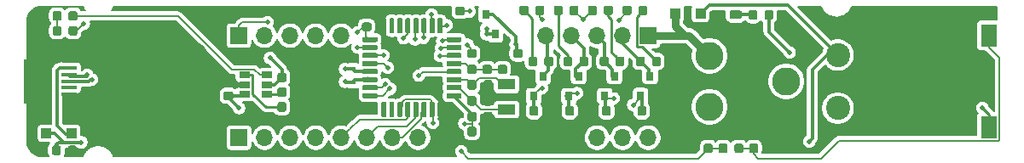
<source format=gtl>
G04 #@! TF.GenerationSoftware,KiCad,Pcbnew,(5.1.5-0-10_14)*
G04 #@! TF.CreationDate,2019-12-03T22:32:12-08:00*
G04 #@! TF.ProjectId,STM32L0xx_18650,53544d33-324c-4307-9878-5f3138363530,rev?*
G04 #@! TF.SameCoordinates,Original*
G04 #@! TF.FileFunction,Copper,L1,Top*
G04 #@! TF.FilePolarity,Positive*
%FSLAX46Y46*%
G04 Gerber Fmt 4.6, Leading zero omitted, Abs format (unit mm)*
G04 Created by KiCad (PCBNEW (5.1.5-0-10_14)) date 2019-12-03 22:32:12*
%MOMM*%
%LPD*%
G04 APERTURE LIST*
%ADD10R,1.060000X0.650000*%
%ADD11C,0.100000*%
%ADD12R,0.700000X0.450000*%
%ADD13C,2.800000*%
%ADD14O,1.700000X1.700000*%
%ADD15R,1.700000X1.700000*%
%ADD16R,0.800000X0.900000*%
%ADD17R,2.500000X4.400000*%
%ADD18O,1.700000X1.350000*%
%ADD19O,1.500000X1.100000*%
%ADD20R,1.650000X0.400000*%
%ADD21R,1.500000X2.000000*%
%ADD22C,2.400000*%
%ADD23R,1.600000X2.180000*%
%ADD24R,1.000000X1.000000*%
%ADD25R,1.800000X1.000000*%
%ADD26C,0.508000*%
%ADD27C,0.152400*%
%ADD28C,0.254000*%
%ADD29C,0.310000*%
%ADD30C,0.762000*%
%ADD31C,0.309880*%
G04 APERTURE END LIST*
D10*
X80225000Y-100325000D03*
X80225000Y-101275000D03*
X80225000Y-99375000D03*
X82425000Y-99375000D03*
X82425000Y-100325000D03*
X82425000Y-101275000D03*
G04 #@! TA.AperFunction,SMDPad,CuDef*
D11*
G36*
X85752691Y-102076053D02*
G01*
X85773926Y-102079203D01*
X85794750Y-102084419D01*
X85814962Y-102091651D01*
X85834368Y-102100830D01*
X85852781Y-102111866D01*
X85870024Y-102124654D01*
X85885930Y-102139070D01*
X85900346Y-102154976D01*
X85913134Y-102172219D01*
X85924170Y-102190632D01*
X85933349Y-102210038D01*
X85940581Y-102230250D01*
X85945797Y-102251074D01*
X85948947Y-102272309D01*
X85950000Y-102293750D01*
X85950000Y-102806250D01*
X85948947Y-102827691D01*
X85945797Y-102848926D01*
X85940581Y-102869750D01*
X85933349Y-102889962D01*
X85924170Y-102909368D01*
X85913134Y-102927781D01*
X85900346Y-102945024D01*
X85885930Y-102960930D01*
X85870024Y-102975346D01*
X85852781Y-102988134D01*
X85834368Y-102999170D01*
X85814962Y-103008349D01*
X85794750Y-103015581D01*
X85773926Y-103020797D01*
X85752691Y-103023947D01*
X85731250Y-103025000D01*
X85293750Y-103025000D01*
X85272309Y-103023947D01*
X85251074Y-103020797D01*
X85230250Y-103015581D01*
X85210038Y-103008349D01*
X85190632Y-102999170D01*
X85172219Y-102988134D01*
X85154976Y-102975346D01*
X85139070Y-102960930D01*
X85124654Y-102945024D01*
X85111866Y-102927781D01*
X85100830Y-102909368D01*
X85091651Y-102889962D01*
X85084419Y-102869750D01*
X85079203Y-102848926D01*
X85076053Y-102827691D01*
X85075000Y-102806250D01*
X85075000Y-102293750D01*
X85076053Y-102272309D01*
X85079203Y-102251074D01*
X85084419Y-102230250D01*
X85091651Y-102210038D01*
X85100830Y-102190632D01*
X85111866Y-102172219D01*
X85124654Y-102154976D01*
X85139070Y-102139070D01*
X85154976Y-102124654D01*
X85172219Y-102111866D01*
X85190632Y-102100830D01*
X85210038Y-102091651D01*
X85230250Y-102084419D01*
X85251074Y-102079203D01*
X85272309Y-102076053D01*
X85293750Y-102075000D01*
X85731250Y-102075000D01*
X85752691Y-102076053D01*
G37*
G04 #@! TD.AperFunction*
G04 #@! TA.AperFunction,SMDPad,CuDef*
G36*
X84177691Y-102076053D02*
G01*
X84198926Y-102079203D01*
X84219750Y-102084419D01*
X84239962Y-102091651D01*
X84259368Y-102100830D01*
X84277781Y-102111866D01*
X84295024Y-102124654D01*
X84310930Y-102139070D01*
X84325346Y-102154976D01*
X84338134Y-102172219D01*
X84349170Y-102190632D01*
X84358349Y-102210038D01*
X84365581Y-102230250D01*
X84370797Y-102251074D01*
X84373947Y-102272309D01*
X84375000Y-102293750D01*
X84375000Y-102806250D01*
X84373947Y-102827691D01*
X84370797Y-102848926D01*
X84365581Y-102869750D01*
X84358349Y-102889962D01*
X84349170Y-102909368D01*
X84338134Y-102927781D01*
X84325346Y-102945024D01*
X84310930Y-102960930D01*
X84295024Y-102975346D01*
X84277781Y-102988134D01*
X84259368Y-102999170D01*
X84239962Y-103008349D01*
X84219750Y-103015581D01*
X84198926Y-103020797D01*
X84177691Y-103023947D01*
X84156250Y-103025000D01*
X83718750Y-103025000D01*
X83697309Y-103023947D01*
X83676074Y-103020797D01*
X83655250Y-103015581D01*
X83635038Y-103008349D01*
X83615632Y-102999170D01*
X83597219Y-102988134D01*
X83579976Y-102975346D01*
X83564070Y-102960930D01*
X83549654Y-102945024D01*
X83536866Y-102927781D01*
X83525830Y-102909368D01*
X83516651Y-102889962D01*
X83509419Y-102869750D01*
X83504203Y-102848926D01*
X83501053Y-102827691D01*
X83500000Y-102806250D01*
X83500000Y-102293750D01*
X83501053Y-102272309D01*
X83504203Y-102251074D01*
X83509419Y-102230250D01*
X83516651Y-102210038D01*
X83525830Y-102190632D01*
X83536866Y-102172219D01*
X83549654Y-102154976D01*
X83564070Y-102139070D01*
X83579976Y-102124654D01*
X83597219Y-102111866D01*
X83615632Y-102100830D01*
X83635038Y-102091651D01*
X83655250Y-102084419D01*
X83676074Y-102079203D01*
X83697309Y-102076053D01*
X83718750Y-102075000D01*
X84156250Y-102075000D01*
X84177691Y-102076053D01*
G37*
G04 #@! TD.AperFunction*
G04 #@! TA.AperFunction,SMDPad,CuDef*
G36*
X63427691Y-94476053D02*
G01*
X63448926Y-94479203D01*
X63469750Y-94484419D01*
X63489962Y-94491651D01*
X63509368Y-94500830D01*
X63527781Y-94511866D01*
X63545024Y-94524654D01*
X63560930Y-94539070D01*
X63575346Y-94554976D01*
X63588134Y-94572219D01*
X63599170Y-94590632D01*
X63608349Y-94610038D01*
X63615581Y-94630250D01*
X63620797Y-94651074D01*
X63623947Y-94672309D01*
X63625000Y-94693750D01*
X63625000Y-95206250D01*
X63623947Y-95227691D01*
X63620797Y-95248926D01*
X63615581Y-95269750D01*
X63608349Y-95289962D01*
X63599170Y-95309368D01*
X63588134Y-95327781D01*
X63575346Y-95345024D01*
X63560930Y-95360930D01*
X63545024Y-95375346D01*
X63527781Y-95388134D01*
X63509368Y-95399170D01*
X63489962Y-95408349D01*
X63469750Y-95415581D01*
X63448926Y-95420797D01*
X63427691Y-95423947D01*
X63406250Y-95425000D01*
X62968750Y-95425000D01*
X62947309Y-95423947D01*
X62926074Y-95420797D01*
X62905250Y-95415581D01*
X62885038Y-95408349D01*
X62865632Y-95399170D01*
X62847219Y-95388134D01*
X62829976Y-95375346D01*
X62814070Y-95360930D01*
X62799654Y-95345024D01*
X62786866Y-95327781D01*
X62775830Y-95309368D01*
X62766651Y-95289962D01*
X62759419Y-95269750D01*
X62754203Y-95248926D01*
X62751053Y-95227691D01*
X62750000Y-95206250D01*
X62750000Y-94693750D01*
X62751053Y-94672309D01*
X62754203Y-94651074D01*
X62759419Y-94630250D01*
X62766651Y-94610038D01*
X62775830Y-94590632D01*
X62786866Y-94572219D01*
X62799654Y-94554976D01*
X62814070Y-94539070D01*
X62829976Y-94524654D01*
X62847219Y-94511866D01*
X62865632Y-94500830D01*
X62885038Y-94491651D01*
X62905250Y-94484419D01*
X62926074Y-94479203D01*
X62947309Y-94476053D01*
X62968750Y-94475000D01*
X63406250Y-94475000D01*
X63427691Y-94476053D01*
G37*
G04 #@! TD.AperFunction*
G04 #@! TA.AperFunction,SMDPad,CuDef*
G36*
X61852691Y-94476053D02*
G01*
X61873926Y-94479203D01*
X61894750Y-94484419D01*
X61914962Y-94491651D01*
X61934368Y-94500830D01*
X61952781Y-94511866D01*
X61970024Y-94524654D01*
X61985930Y-94539070D01*
X62000346Y-94554976D01*
X62013134Y-94572219D01*
X62024170Y-94590632D01*
X62033349Y-94610038D01*
X62040581Y-94630250D01*
X62045797Y-94651074D01*
X62048947Y-94672309D01*
X62050000Y-94693750D01*
X62050000Y-95206250D01*
X62048947Y-95227691D01*
X62045797Y-95248926D01*
X62040581Y-95269750D01*
X62033349Y-95289962D01*
X62024170Y-95309368D01*
X62013134Y-95327781D01*
X62000346Y-95345024D01*
X61985930Y-95360930D01*
X61970024Y-95375346D01*
X61952781Y-95388134D01*
X61934368Y-95399170D01*
X61914962Y-95408349D01*
X61894750Y-95415581D01*
X61873926Y-95420797D01*
X61852691Y-95423947D01*
X61831250Y-95425000D01*
X61393750Y-95425000D01*
X61372309Y-95423947D01*
X61351074Y-95420797D01*
X61330250Y-95415581D01*
X61310038Y-95408349D01*
X61290632Y-95399170D01*
X61272219Y-95388134D01*
X61254976Y-95375346D01*
X61239070Y-95360930D01*
X61224654Y-95345024D01*
X61211866Y-95327781D01*
X61200830Y-95309368D01*
X61191651Y-95289962D01*
X61184419Y-95269750D01*
X61179203Y-95248926D01*
X61176053Y-95227691D01*
X61175000Y-95206250D01*
X61175000Y-94693750D01*
X61176053Y-94672309D01*
X61179203Y-94651074D01*
X61184419Y-94630250D01*
X61191651Y-94610038D01*
X61200830Y-94590632D01*
X61211866Y-94572219D01*
X61224654Y-94554976D01*
X61239070Y-94539070D01*
X61254976Y-94524654D01*
X61272219Y-94511866D01*
X61290632Y-94500830D01*
X61310038Y-94491651D01*
X61330250Y-94484419D01*
X61351074Y-94479203D01*
X61372309Y-94476053D01*
X61393750Y-94475000D01*
X61831250Y-94475000D01*
X61852691Y-94476053D01*
G37*
G04 #@! TD.AperFunction*
G04 #@! TA.AperFunction,SMDPad,CuDef*
G36*
X85752691Y-100601053D02*
G01*
X85773926Y-100604203D01*
X85794750Y-100609419D01*
X85814962Y-100616651D01*
X85834368Y-100625830D01*
X85852781Y-100636866D01*
X85870024Y-100649654D01*
X85885930Y-100664070D01*
X85900346Y-100679976D01*
X85913134Y-100697219D01*
X85924170Y-100715632D01*
X85933349Y-100735038D01*
X85940581Y-100755250D01*
X85945797Y-100776074D01*
X85948947Y-100797309D01*
X85950000Y-100818750D01*
X85950000Y-101331250D01*
X85948947Y-101352691D01*
X85945797Y-101373926D01*
X85940581Y-101394750D01*
X85933349Y-101414962D01*
X85924170Y-101434368D01*
X85913134Y-101452781D01*
X85900346Y-101470024D01*
X85885930Y-101485930D01*
X85870024Y-101500346D01*
X85852781Y-101513134D01*
X85834368Y-101524170D01*
X85814962Y-101533349D01*
X85794750Y-101540581D01*
X85773926Y-101545797D01*
X85752691Y-101548947D01*
X85731250Y-101550000D01*
X85293750Y-101550000D01*
X85272309Y-101548947D01*
X85251074Y-101545797D01*
X85230250Y-101540581D01*
X85210038Y-101533349D01*
X85190632Y-101524170D01*
X85172219Y-101513134D01*
X85154976Y-101500346D01*
X85139070Y-101485930D01*
X85124654Y-101470024D01*
X85111866Y-101452781D01*
X85100830Y-101434368D01*
X85091651Y-101414962D01*
X85084419Y-101394750D01*
X85079203Y-101373926D01*
X85076053Y-101352691D01*
X85075000Y-101331250D01*
X85075000Y-100818750D01*
X85076053Y-100797309D01*
X85079203Y-100776074D01*
X85084419Y-100755250D01*
X85091651Y-100735038D01*
X85100830Y-100715632D01*
X85111866Y-100697219D01*
X85124654Y-100679976D01*
X85139070Y-100664070D01*
X85154976Y-100649654D01*
X85172219Y-100636866D01*
X85190632Y-100625830D01*
X85210038Y-100616651D01*
X85230250Y-100609419D01*
X85251074Y-100604203D01*
X85272309Y-100601053D01*
X85293750Y-100600000D01*
X85731250Y-100600000D01*
X85752691Y-100601053D01*
G37*
G04 #@! TD.AperFunction*
G04 #@! TA.AperFunction,SMDPad,CuDef*
G36*
X84177691Y-100601053D02*
G01*
X84198926Y-100604203D01*
X84219750Y-100609419D01*
X84239962Y-100616651D01*
X84259368Y-100625830D01*
X84277781Y-100636866D01*
X84295024Y-100649654D01*
X84310930Y-100664070D01*
X84325346Y-100679976D01*
X84338134Y-100697219D01*
X84349170Y-100715632D01*
X84358349Y-100735038D01*
X84365581Y-100755250D01*
X84370797Y-100776074D01*
X84373947Y-100797309D01*
X84375000Y-100818750D01*
X84375000Y-101331250D01*
X84373947Y-101352691D01*
X84370797Y-101373926D01*
X84365581Y-101394750D01*
X84358349Y-101414962D01*
X84349170Y-101434368D01*
X84338134Y-101452781D01*
X84325346Y-101470024D01*
X84310930Y-101485930D01*
X84295024Y-101500346D01*
X84277781Y-101513134D01*
X84259368Y-101524170D01*
X84239962Y-101533349D01*
X84219750Y-101540581D01*
X84198926Y-101545797D01*
X84177691Y-101548947D01*
X84156250Y-101550000D01*
X83718750Y-101550000D01*
X83697309Y-101548947D01*
X83676074Y-101545797D01*
X83655250Y-101540581D01*
X83635038Y-101533349D01*
X83615632Y-101524170D01*
X83597219Y-101513134D01*
X83579976Y-101500346D01*
X83564070Y-101485930D01*
X83549654Y-101470024D01*
X83536866Y-101452781D01*
X83525830Y-101434368D01*
X83516651Y-101414962D01*
X83509419Y-101394750D01*
X83504203Y-101373926D01*
X83501053Y-101352691D01*
X83500000Y-101331250D01*
X83500000Y-100818750D01*
X83501053Y-100797309D01*
X83504203Y-100776074D01*
X83509419Y-100755250D01*
X83516651Y-100735038D01*
X83525830Y-100715632D01*
X83536866Y-100697219D01*
X83549654Y-100679976D01*
X83564070Y-100664070D01*
X83579976Y-100649654D01*
X83597219Y-100636866D01*
X83615632Y-100625830D01*
X83635038Y-100616651D01*
X83655250Y-100609419D01*
X83676074Y-100604203D01*
X83697309Y-100601053D01*
X83718750Y-100600000D01*
X84156250Y-100600000D01*
X84177691Y-100601053D01*
G37*
G04 #@! TD.AperFunction*
G04 #@! TA.AperFunction,SMDPad,CuDef*
G36*
X61852691Y-93001053D02*
G01*
X61873926Y-93004203D01*
X61894750Y-93009419D01*
X61914962Y-93016651D01*
X61934368Y-93025830D01*
X61952781Y-93036866D01*
X61970024Y-93049654D01*
X61985930Y-93064070D01*
X62000346Y-93079976D01*
X62013134Y-93097219D01*
X62024170Y-93115632D01*
X62033349Y-93135038D01*
X62040581Y-93155250D01*
X62045797Y-93176074D01*
X62048947Y-93197309D01*
X62050000Y-93218750D01*
X62050000Y-93731250D01*
X62048947Y-93752691D01*
X62045797Y-93773926D01*
X62040581Y-93794750D01*
X62033349Y-93814962D01*
X62024170Y-93834368D01*
X62013134Y-93852781D01*
X62000346Y-93870024D01*
X61985930Y-93885930D01*
X61970024Y-93900346D01*
X61952781Y-93913134D01*
X61934368Y-93924170D01*
X61914962Y-93933349D01*
X61894750Y-93940581D01*
X61873926Y-93945797D01*
X61852691Y-93948947D01*
X61831250Y-93950000D01*
X61393750Y-93950000D01*
X61372309Y-93948947D01*
X61351074Y-93945797D01*
X61330250Y-93940581D01*
X61310038Y-93933349D01*
X61290632Y-93924170D01*
X61272219Y-93913134D01*
X61254976Y-93900346D01*
X61239070Y-93885930D01*
X61224654Y-93870024D01*
X61211866Y-93852781D01*
X61200830Y-93834368D01*
X61191651Y-93814962D01*
X61184419Y-93794750D01*
X61179203Y-93773926D01*
X61176053Y-93752691D01*
X61175000Y-93731250D01*
X61175000Y-93218750D01*
X61176053Y-93197309D01*
X61179203Y-93176074D01*
X61184419Y-93155250D01*
X61191651Y-93135038D01*
X61200830Y-93115632D01*
X61211866Y-93097219D01*
X61224654Y-93079976D01*
X61239070Y-93064070D01*
X61254976Y-93049654D01*
X61272219Y-93036866D01*
X61290632Y-93025830D01*
X61310038Y-93016651D01*
X61330250Y-93009419D01*
X61351074Y-93004203D01*
X61372309Y-93001053D01*
X61393750Y-93000000D01*
X61831250Y-93000000D01*
X61852691Y-93001053D01*
G37*
G04 #@! TD.AperFunction*
G04 #@! TA.AperFunction,SMDPad,CuDef*
G36*
X63427691Y-93001053D02*
G01*
X63448926Y-93004203D01*
X63469750Y-93009419D01*
X63489962Y-93016651D01*
X63509368Y-93025830D01*
X63527781Y-93036866D01*
X63545024Y-93049654D01*
X63560930Y-93064070D01*
X63575346Y-93079976D01*
X63588134Y-93097219D01*
X63599170Y-93115632D01*
X63608349Y-93135038D01*
X63615581Y-93155250D01*
X63620797Y-93176074D01*
X63623947Y-93197309D01*
X63625000Y-93218750D01*
X63625000Y-93731250D01*
X63623947Y-93752691D01*
X63620797Y-93773926D01*
X63615581Y-93794750D01*
X63608349Y-93814962D01*
X63599170Y-93834368D01*
X63588134Y-93852781D01*
X63575346Y-93870024D01*
X63560930Y-93885930D01*
X63545024Y-93900346D01*
X63527781Y-93913134D01*
X63509368Y-93924170D01*
X63489962Y-93933349D01*
X63469750Y-93940581D01*
X63448926Y-93945797D01*
X63427691Y-93948947D01*
X63406250Y-93950000D01*
X62968750Y-93950000D01*
X62947309Y-93948947D01*
X62926074Y-93945797D01*
X62905250Y-93940581D01*
X62885038Y-93933349D01*
X62865632Y-93924170D01*
X62847219Y-93913134D01*
X62829976Y-93900346D01*
X62814070Y-93885930D01*
X62799654Y-93870024D01*
X62786866Y-93852781D01*
X62775830Y-93834368D01*
X62766651Y-93814962D01*
X62759419Y-93794750D01*
X62754203Y-93773926D01*
X62751053Y-93752691D01*
X62750000Y-93731250D01*
X62750000Y-93218750D01*
X62751053Y-93197309D01*
X62754203Y-93176074D01*
X62759419Y-93155250D01*
X62766651Y-93135038D01*
X62775830Y-93115632D01*
X62786866Y-93097219D01*
X62799654Y-93079976D01*
X62814070Y-93064070D01*
X62829976Y-93049654D01*
X62847219Y-93036866D01*
X62865632Y-93025830D01*
X62885038Y-93016651D01*
X62905250Y-93009419D01*
X62926074Y-93004203D01*
X62947309Y-93001053D01*
X62968750Y-93000000D01*
X63406250Y-93000000D01*
X63427691Y-93001053D01*
G37*
G04 #@! TD.AperFunction*
G04 #@! TA.AperFunction,SMDPad,CuDef*
G36*
X85752691Y-99126053D02*
G01*
X85773926Y-99129203D01*
X85794750Y-99134419D01*
X85814962Y-99141651D01*
X85834368Y-99150830D01*
X85852781Y-99161866D01*
X85870024Y-99174654D01*
X85885930Y-99189070D01*
X85900346Y-99204976D01*
X85913134Y-99222219D01*
X85924170Y-99240632D01*
X85933349Y-99260038D01*
X85940581Y-99280250D01*
X85945797Y-99301074D01*
X85948947Y-99322309D01*
X85950000Y-99343750D01*
X85950000Y-99856250D01*
X85948947Y-99877691D01*
X85945797Y-99898926D01*
X85940581Y-99919750D01*
X85933349Y-99939962D01*
X85924170Y-99959368D01*
X85913134Y-99977781D01*
X85900346Y-99995024D01*
X85885930Y-100010930D01*
X85870024Y-100025346D01*
X85852781Y-100038134D01*
X85834368Y-100049170D01*
X85814962Y-100058349D01*
X85794750Y-100065581D01*
X85773926Y-100070797D01*
X85752691Y-100073947D01*
X85731250Y-100075000D01*
X85293750Y-100075000D01*
X85272309Y-100073947D01*
X85251074Y-100070797D01*
X85230250Y-100065581D01*
X85210038Y-100058349D01*
X85190632Y-100049170D01*
X85172219Y-100038134D01*
X85154976Y-100025346D01*
X85139070Y-100010930D01*
X85124654Y-99995024D01*
X85111866Y-99977781D01*
X85100830Y-99959368D01*
X85091651Y-99939962D01*
X85084419Y-99919750D01*
X85079203Y-99898926D01*
X85076053Y-99877691D01*
X85075000Y-99856250D01*
X85075000Y-99343750D01*
X85076053Y-99322309D01*
X85079203Y-99301074D01*
X85084419Y-99280250D01*
X85091651Y-99260038D01*
X85100830Y-99240632D01*
X85111866Y-99222219D01*
X85124654Y-99204976D01*
X85139070Y-99189070D01*
X85154976Y-99174654D01*
X85172219Y-99161866D01*
X85190632Y-99150830D01*
X85210038Y-99141651D01*
X85230250Y-99134419D01*
X85251074Y-99129203D01*
X85272309Y-99126053D01*
X85293750Y-99125000D01*
X85731250Y-99125000D01*
X85752691Y-99126053D01*
G37*
G04 #@! TD.AperFunction*
G04 #@! TA.AperFunction,SMDPad,CuDef*
G36*
X84177691Y-99126053D02*
G01*
X84198926Y-99129203D01*
X84219750Y-99134419D01*
X84239962Y-99141651D01*
X84259368Y-99150830D01*
X84277781Y-99161866D01*
X84295024Y-99174654D01*
X84310930Y-99189070D01*
X84325346Y-99204976D01*
X84338134Y-99222219D01*
X84349170Y-99240632D01*
X84358349Y-99260038D01*
X84365581Y-99280250D01*
X84370797Y-99301074D01*
X84373947Y-99322309D01*
X84375000Y-99343750D01*
X84375000Y-99856250D01*
X84373947Y-99877691D01*
X84370797Y-99898926D01*
X84365581Y-99919750D01*
X84358349Y-99939962D01*
X84349170Y-99959368D01*
X84338134Y-99977781D01*
X84325346Y-99995024D01*
X84310930Y-100010930D01*
X84295024Y-100025346D01*
X84277781Y-100038134D01*
X84259368Y-100049170D01*
X84239962Y-100058349D01*
X84219750Y-100065581D01*
X84198926Y-100070797D01*
X84177691Y-100073947D01*
X84156250Y-100075000D01*
X83718750Y-100075000D01*
X83697309Y-100073947D01*
X83676074Y-100070797D01*
X83655250Y-100065581D01*
X83635038Y-100058349D01*
X83615632Y-100049170D01*
X83597219Y-100038134D01*
X83579976Y-100025346D01*
X83564070Y-100010930D01*
X83549654Y-99995024D01*
X83536866Y-99977781D01*
X83525830Y-99959368D01*
X83516651Y-99939962D01*
X83509419Y-99919750D01*
X83504203Y-99898926D01*
X83501053Y-99877691D01*
X83500000Y-99856250D01*
X83500000Y-99343750D01*
X83501053Y-99322309D01*
X83504203Y-99301074D01*
X83509419Y-99280250D01*
X83516651Y-99260038D01*
X83525830Y-99240632D01*
X83536866Y-99222219D01*
X83549654Y-99204976D01*
X83564070Y-99189070D01*
X83579976Y-99174654D01*
X83597219Y-99161866D01*
X83615632Y-99150830D01*
X83635038Y-99141651D01*
X83655250Y-99134419D01*
X83676074Y-99129203D01*
X83697309Y-99126053D01*
X83718750Y-99125000D01*
X84156250Y-99125000D01*
X84177691Y-99126053D01*
G37*
G04 #@! TD.AperFunction*
G04 #@! TA.AperFunction,SMDPad,CuDef*
G36*
X78902691Y-101001053D02*
G01*
X78923926Y-101004203D01*
X78944750Y-101009419D01*
X78964962Y-101016651D01*
X78984368Y-101025830D01*
X79002781Y-101036866D01*
X79020024Y-101049654D01*
X79035930Y-101064070D01*
X79050346Y-101079976D01*
X79063134Y-101097219D01*
X79074170Y-101115632D01*
X79083349Y-101135038D01*
X79090581Y-101155250D01*
X79095797Y-101176074D01*
X79098947Y-101197309D01*
X79100000Y-101218750D01*
X79100000Y-101656250D01*
X79098947Y-101677691D01*
X79095797Y-101698926D01*
X79090581Y-101719750D01*
X79083349Y-101739962D01*
X79074170Y-101759368D01*
X79063134Y-101777781D01*
X79050346Y-101795024D01*
X79035930Y-101810930D01*
X79020024Y-101825346D01*
X79002781Y-101838134D01*
X78984368Y-101849170D01*
X78964962Y-101858349D01*
X78944750Y-101865581D01*
X78923926Y-101870797D01*
X78902691Y-101873947D01*
X78881250Y-101875000D01*
X78368750Y-101875000D01*
X78347309Y-101873947D01*
X78326074Y-101870797D01*
X78305250Y-101865581D01*
X78285038Y-101858349D01*
X78265632Y-101849170D01*
X78247219Y-101838134D01*
X78229976Y-101825346D01*
X78214070Y-101810930D01*
X78199654Y-101795024D01*
X78186866Y-101777781D01*
X78175830Y-101759368D01*
X78166651Y-101739962D01*
X78159419Y-101719750D01*
X78154203Y-101698926D01*
X78151053Y-101677691D01*
X78150000Y-101656250D01*
X78150000Y-101218750D01*
X78151053Y-101197309D01*
X78154203Y-101176074D01*
X78159419Y-101155250D01*
X78166651Y-101135038D01*
X78175830Y-101115632D01*
X78186866Y-101097219D01*
X78199654Y-101079976D01*
X78214070Y-101064070D01*
X78229976Y-101049654D01*
X78247219Y-101036866D01*
X78265632Y-101025830D01*
X78285038Y-101016651D01*
X78305250Y-101009419D01*
X78326074Y-101004203D01*
X78347309Y-101001053D01*
X78368750Y-101000000D01*
X78881250Y-101000000D01*
X78902691Y-101001053D01*
G37*
G04 #@! TD.AperFunction*
G04 #@! TA.AperFunction,SMDPad,CuDef*
G36*
X78902691Y-99426053D02*
G01*
X78923926Y-99429203D01*
X78944750Y-99434419D01*
X78964962Y-99441651D01*
X78984368Y-99450830D01*
X79002781Y-99461866D01*
X79020024Y-99474654D01*
X79035930Y-99489070D01*
X79050346Y-99504976D01*
X79063134Y-99522219D01*
X79074170Y-99540632D01*
X79083349Y-99560038D01*
X79090581Y-99580250D01*
X79095797Y-99601074D01*
X79098947Y-99622309D01*
X79100000Y-99643750D01*
X79100000Y-100081250D01*
X79098947Y-100102691D01*
X79095797Y-100123926D01*
X79090581Y-100144750D01*
X79083349Y-100164962D01*
X79074170Y-100184368D01*
X79063134Y-100202781D01*
X79050346Y-100220024D01*
X79035930Y-100235930D01*
X79020024Y-100250346D01*
X79002781Y-100263134D01*
X78984368Y-100274170D01*
X78964962Y-100283349D01*
X78944750Y-100290581D01*
X78923926Y-100295797D01*
X78902691Y-100298947D01*
X78881250Y-100300000D01*
X78368750Y-100300000D01*
X78347309Y-100298947D01*
X78326074Y-100295797D01*
X78305250Y-100290581D01*
X78285038Y-100283349D01*
X78265632Y-100274170D01*
X78247219Y-100263134D01*
X78229976Y-100250346D01*
X78214070Y-100235930D01*
X78199654Y-100220024D01*
X78186866Y-100202781D01*
X78175830Y-100184368D01*
X78166651Y-100164962D01*
X78159419Y-100144750D01*
X78154203Y-100123926D01*
X78151053Y-100102691D01*
X78150000Y-100081250D01*
X78150000Y-99643750D01*
X78151053Y-99622309D01*
X78154203Y-99601074D01*
X78159419Y-99580250D01*
X78166651Y-99560038D01*
X78175830Y-99540632D01*
X78186866Y-99522219D01*
X78199654Y-99504976D01*
X78214070Y-99489070D01*
X78229976Y-99474654D01*
X78247219Y-99461866D01*
X78265632Y-99450830D01*
X78285038Y-99441651D01*
X78305250Y-99434419D01*
X78326074Y-99429203D01*
X78347309Y-99426053D01*
X78368750Y-99425000D01*
X78881250Y-99425000D01*
X78902691Y-99426053D01*
G37*
G04 #@! TD.AperFunction*
D12*
X90950000Y-100075000D03*
X90950000Y-98775000D03*
X88950000Y-99425000D03*
G04 #@! TA.AperFunction,SMDPad,CuDef*
D11*
G36*
X61777691Y-106401053D02*
G01*
X61798926Y-106404203D01*
X61819750Y-106409419D01*
X61839962Y-106416651D01*
X61859368Y-106425830D01*
X61877781Y-106436866D01*
X61895024Y-106449654D01*
X61910930Y-106464070D01*
X61925346Y-106479976D01*
X61938134Y-106497219D01*
X61949170Y-106515632D01*
X61958349Y-106535038D01*
X61965581Y-106555250D01*
X61970797Y-106576074D01*
X61973947Y-106597309D01*
X61975000Y-106618750D01*
X61975000Y-107131250D01*
X61973947Y-107152691D01*
X61970797Y-107173926D01*
X61965581Y-107194750D01*
X61958349Y-107214962D01*
X61949170Y-107234368D01*
X61938134Y-107252781D01*
X61925346Y-107270024D01*
X61910930Y-107285930D01*
X61895024Y-107300346D01*
X61877781Y-107313134D01*
X61859368Y-107324170D01*
X61839962Y-107333349D01*
X61819750Y-107340581D01*
X61798926Y-107345797D01*
X61777691Y-107348947D01*
X61756250Y-107350000D01*
X61318750Y-107350000D01*
X61297309Y-107348947D01*
X61276074Y-107345797D01*
X61255250Y-107340581D01*
X61235038Y-107333349D01*
X61215632Y-107324170D01*
X61197219Y-107313134D01*
X61179976Y-107300346D01*
X61164070Y-107285930D01*
X61149654Y-107270024D01*
X61136866Y-107252781D01*
X61125830Y-107234368D01*
X61116651Y-107214962D01*
X61109419Y-107194750D01*
X61104203Y-107173926D01*
X61101053Y-107152691D01*
X61100000Y-107131250D01*
X61100000Y-106618750D01*
X61101053Y-106597309D01*
X61104203Y-106576074D01*
X61109419Y-106555250D01*
X61116651Y-106535038D01*
X61125830Y-106515632D01*
X61136866Y-106497219D01*
X61149654Y-106479976D01*
X61164070Y-106464070D01*
X61179976Y-106449654D01*
X61197219Y-106436866D01*
X61215632Y-106425830D01*
X61235038Y-106416651D01*
X61255250Y-106409419D01*
X61276074Y-106404203D01*
X61297309Y-106401053D01*
X61318750Y-106400000D01*
X61756250Y-106400000D01*
X61777691Y-106401053D01*
G37*
G04 #@! TD.AperFunction*
G04 #@! TA.AperFunction,SMDPad,CuDef*
G36*
X63352691Y-106401053D02*
G01*
X63373926Y-106404203D01*
X63394750Y-106409419D01*
X63414962Y-106416651D01*
X63434368Y-106425830D01*
X63452781Y-106436866D01*
X63470024Y-106449654D01*
X63485930Y-106464070D01*
X63500346Y-106479976D01*
X63513134Y-106497219D01*
X63524170Y-106515632D01*
X63533349Y-106535038D01*
X63540581Y-106555250D01*
X63545797Y-106576074D01*
X63548947Y-106597309D01*
X63550000Y-106618750D01*
X63550000Y-107131250D01*
X63548947Y-107152691D01*
X63545797Y-107173926D01*
X63540581Y-107194750D01*
X63533349Y-107214962D01*
X63524170Y-107234368D01*
X63513134Y-107252781D01*
X63500346Y-107270024D01*
X63485930Y-107285930D01*
X63470024Y-107300346D01*
X63452781Y-107313134D01*
X63434368Y-107324170D01*
X63414962Y-107333349D01*
X63394750Y-107340581D01*
X63373926Y-107345797D01*
X63352691Y-107348947D01*
X63331250Y-107350000D01*
X62893750Y-107350000D01*
X62872309Y-107348947D01*
X62851074Y-107345797D01*
X62830250Y-107340581D01*
X62810038Y-107333349D01*
X62790632Y-107324170D01*
X62772219Y-107313134D01*
X62754976Y-107300346D01*
X62739070Y-107285930D01*
X62724654Y-107270024D01*
X62711866Y-107252781D01*
X62700830Y-107234368D01*
X62691651Y-107214962D01*
X62684419Y-107194750D01*
X62679203Y-107173926D01*
X62676053Y-107152691D01*
X62675000Y-107131250D01*
X62675000Y-106618750D01*
X62676053Y-106597309D01*
X62679203Y-106576074D01*
X62684419Y-106555250D01*
X62691651Y-106535038D01*
X62700830Y-106515632D01*
X62711866Y-106497219D01*
X62724654Y-106479976D01*
X62739070Y-106464070D01*
X62754976Y-106449654D01*
X62772219Y-106436866D01*
X62790632Y-106425830D01*
X62810038Y-106416651D01*
X62830250Y-106409419D01*
X62851074Y-106404203D01*
X62872309Y-106401053D01*
X62893750Y-106400000D01*
X63331250Y-106400000D01*
X63352691Y-106401053D01*
G37*
G04 #@! TD.AperFunction*
G04 #@! TA.AperFunction,SMDPad,CuDef*
G36*
X101902691Y-94101053D02*
G01*
X101923926Y-94104203D01*
X101944750Y-94109419D01*
X101964962Y-94116651D01*
X101984368Y-94125830D01*
X102002781Y-94136866D01*
X102020024Y-94149654D01*
X102035930Y-94164070D01*
X102050346Y-94179976D01*
X102063134Y-94197219D01*
X102074170Y-94215632D01*
X102083349Y-94235038D01*
X102090581Y-94255250D01*
X102095797Y-94276074D01*
X102098947Y-94297309D01*
X102100000Y-94318750D01*
X102100000Y-94756250D01*
X102098947Y-94777691D01*
X102095797Y-94798926D01*
X102090581Y-94819750D01*
X102083349Y-94839962D01*
X102074170Y-94859368D01*
X102063134Y-94877781D01*
X102050346Y-94895024D01*
X102035930Y-94910930D01*
X102020024Y-94925346D01*
X102002781Y-94938134D01*
X101984368Y-94949170D01*
X101964962Y-94958349D01*
X101944750Y-94965581D01*
X101923926Y-94970797D01*
X101902691Y-94973947D01*
X101881250Y-94975000D01*
X101368750Y-94975000D01*
X101347309Y-94973947D01*
X101326074Y-94970797D01*
X101305250Y-94965581D01*
X101285038Y-94958349D01*
X101265632Y-94949170D01*
X101247219Y-94938134D01*
X101229976Y-94925346D01*
X101214070Y-94910930D01*
X101199654Y-94895024D01*
X101186866Y-94877781D01*
X101175830Y-94859368D01*
X101166651Y-94839962D01*
X101159419Y-94819750D01*
X101154203Y-94798926D01*
X101151053Y-94777691D01*
X101150000Y-94756250D01*
X101150000Y-94318750D01*
X101151053Y-94297309D01*
X101154203Y-94276074D01*
X101159419Y-94255250D01*
X101166651Y-94235038D01*
X101175830Y-94215632D01*
X101186866Y-94197219D01*
X101199654Y-94179976D01*
X101214070Y-94164070D01*
X101229976Y-94149654D01*
X101247219Y-94136866D01*
X101265632Y-94125830D01*
X101285038Y-94116651D01*
X101305250Y-94109419D01*
X101326074Y-94104203D01*
X101347309Y-94101053D01*
X101368750Y-94100000D01*
X101881250Y-94100000D01*
X101902691Y-94101053D01*
G37*
G04 #@! TD.AperFunction*
G04 #@! TA.AperFunction,SMDPad,CuDef*
G36*
X101902691Y-92526053D02*
G01*
X101923926Y-92529203D01*
X101944750Y-92534419D01*
X101964962Y-92541651D01*
X101984368Y-92550830D01*
X102002781Y-92561866D01*
X102020024Y-92574654D01*
X102035930Y-92589070D01*
X102050346Y-92604976D01*
X102063134Y-92622219D01*
X102074170Y-92640632D01*
X102083349Y-92660038D01*
X102090581Y-92680250D01*
X102095797Y-92701074D01*
X102098947Y-92722309D01*
X102100000Y-92743750D01*
X102100000Y-93181250D01*
X102098947Y-93202691D01*
X102095797Y-93223926D01*
X102090581Y-93244750D01*
X102083349Y-93264962D01*
X102074170Y-93284368D01*
X102063134Y-93302781D01*
X102050346Y-93320024D01*
X102035930Y-93335930D01*
X102020024Y-93350346D01*
X102002781Y-93363134D01*
X101984368Y-93374170D01*
X101964962Y-93383349D01*
X101944750Y-93390581D01*
X101923926Y-93395797D01*
X101902691Y-93398947D01*
X101881250Y-93400000D01*
X101368750Y-93400000D01*
X101347309Y-93398947D01*
X101326074Y-93395797D01*
X101305250Y-93390581D01*
X101285038Y-93383349D01*
X101265632Y-93374170D01*
X101247219Y-93363134D01*
X101229976Y-93350346D01*
X101214070Y-93335930D01*
X101199654Y-93320024D01*
X101186866Y-93302781D01*
X101175830Y-93284368D01*
X101166651Y-93264962D01*
X101159419Y-93244750D01*
X101154203Y-93223926D01*
X101151053Y-93202691D01*
X101150000Y-93181250D01*
X101150000Y-92743750D01*
X101151053Y-92722309D01*
X101154203Y-92701074D01*
X101159419Y-92680250D01*
X101166651Y-92660038D01*
X101175830Y-92640632D01*
X101186866Y-92622219D01*
X101199654Y-92604976D01*
X101214070Y-92589070D01*
X101229976Y-92574654D01*
X101247219Y-92561866D01*
X101265632Y-92550830D01*
X101285038Y-92541651D01*
X101305250Y-92534419D01*
X101326074Y-92529203D01*
X101347309Y-92526053D01*
X101368750Y-92525000D01*
X101881250Y-92525000D01*
X101902691Y-92526053D01*
G37*
G04 #@! TD.AperFunction*
G04 #@! TA.AperFunction,SMDPad,CuDef*
G36*
X107652691Y-98351053D02*
G01*
X107673926Y-98354203D01*
X107694750Y-98359419D01*
X107714962Y-98366651D01*
X107734368Y-98375830D01*
X107752781Y-98386866D01*
X107770024Y-98399654D01*
X107785930Y-98414070D01*
X107800346Y-98429976D01*
X107813134Y-98447219D01*
X107824170Y-98465632D01*
X107833349Y-98485038D01*
X107840581Y-98505250D01*
X107845797Y-98526074D01*
X107848947Y-98547309D01*
X107850000Y-98568750D01*
X107850000Y-99006250D01*
X107848947Y-99027691D01*
X107845797Y-99048926D01*
X107840581Y-99069750D01*
X107833349Y-99089962D01*
X107824170Y-99109368D01*
X107813134Y-99127781D01*
X107800346Y-99145024D01*
X107785930Y-99160930D01*
X107770024Y-99175346D01*
X107752781Y-99188134D01*
X107734368Y-99199170D01*
X107714962Y-99208349D01*
X107694750Y-99215581D01*
X107673926Y-99220797D01*
X107652691Y-99223947D01*
X107631250Y-99225000D01*
X107118750Y-99225000D01*
X107097309Y-99223947D01*
X107076074Y-99220797D01*
X107055250Y-99215581D01*
X107035038Y-99208349D01*
X107015632Y-99199170D01*
X106997219Y-99188134D01*
X106979976Y-99175346D01*
X106964070Y-99160930D01*
X106949654Y-99145024D01*
X106936866Y-99127781D01*
X106925830Y-99109368D01*
X106916651Y-99089962D01*
X106909419Y-99069750D01*
X106904203Y-99048926D01*
X106901053Y-99027691D01*
X106900000Y-99006250D01*
X106900000Y-98568750D01*
X106901053Y-98547309D01*
X106904203Y-98526074D01*
X106909419Y-98505250D01*
X106916651Y-98485038D01*
X106925830Y-98465632D01*
X106936866Y-98447219D01*
X106949654Y-98429976D01*
X106964070Y-98414070D01*
X106979976Y-98399654D01*
X106997219Y-98386866D01*
X107015632Y-98375830D01*
X107035038Y-98366651D01*
X107055250Y-98359419D01*
X107076074Y-98354203D01*
X107097309Y-98351053D01*
X107118750Y-98350000D01*
X107631250Y-98350000D01*
X107652691Y-98351053D01*
G37*
G04 #@! TD.AperFunction*
G04 #@! TA.AperFunction,SMDPad,CuDef*
G36*
X107652691Y-96776053D02*
G01*
X107673926Y-96779203D01*
X107694750Y-96784419D01*
X107714962Y-96791651D01*
X107734368Y-96800830D01*
X107752781Y-96811866D01*
X107770024Y-96824654D01*
X107785930Y-96839070D01*
X107800346Y-96854976D01*
X107813134Y-96872219D01*
X107824170Y-96890632D01*
X107833349Y-96910038D01*
X107840581Y-96930250D01*
X107845797Y-96951074D01*
X107848947Y-96972309D01*
X107850000Y-96993750D01*
X107850000Y-97431250D01*
X107848947Y-97452691D01*
X107845797Y-97473926D01*
X107840581Y-97494750D01*
X107833349Y-97514962D01*
X107824170Y-97534368D01*
X107813134Y-97552781D01*
X107800346Y-97570024D01*
X107785930Y-97585930D01*
X107770024Y-97600346D01*
X107752781Y-97613134D01*
X107734368Y-97624170D01*
X107714962Y-97633349D01*
X107694750Y-97640581D01*
X107673926Y-97645797D01*
X107652691Y-97648947D01*
X107631250Y-97650000D01*
X107118750Y-97650000D01*
X107097309Y-97648947D01*
X107076074Y-97645797D01*
X107055250Y-97640581D01*
X107035038Y-97633349D01*
X107015632Y-97624170D01*
X106997219Y-97613134D01*
X106979976Y-97600346D01*
X106964070Y-97585930D01*
X106949654Y-97570024D01*
X106936866Y-97552781D01*
X106925830Y-97534368D01*
X106916651Y-97514962D01*
X106909419Y-97494750D01*
X106904203Y-97473926D01*
X106901053Y-97452691D01*
X106900000Y-97431250D01*
X106900000Y-96993750D01*
X106901053Y-96972309D01*
X106904203Y-96951074D01*
X106909419Y-96930250D01*
X106916651Y-96910038D01*
X106925830Y-96890632D01*
X106936866Y-96872219D01*
X106949654Y-96854976D01*
X106964070Y-96839070D01*
X106979976Y-96824654D01*
X106997219Y-96811866D01*
X107015632Y-96800830D01*
X107035038Y-96791651D01*
X107055250Y-96784419D01*
X107076074Y-96779203D01*
X107097309Y-96776053D01*
X107118750Y-96775000D01*
X107631250Y-96775000D01*
X107652691Y-96776053D01*
G37*
G04 #@! TD.AperFunction*
D13*
X75200000Y-97460000D03*
X75200000Y-102540000D03*
X126400000Y-97460000D03*
X126400000Y-102540000D03*
X134020000Y-100000000D03*
X67580000Y-100000000D03*
D14*
X97460000Y-105610000D03*
X94920000Y-105610000D03*
X92380000Y-105610000D03*
X89840000Y-105610000D03*
X87300000Y-105610000D03*
X84760000Y-105610000D03*
X82220000Y-105610000D03*
D15*
X79680000Y-105610000D03*
X112690000Y-105610000D03*
D14*
X115230000Y-105610000D03*
X117770000Y-105610000D03*
X120310000Y-105610000D03*
G04 #@! TA.AperFunction,SMDPad,CuDef*
D11*
G36*
X101662252Y-101175602D02*
G01*
X101674386Y-101177402D01*
X101686286Y-101180382D01*
X101697835Y-101184515D01*
X101708925Y-101189760D01*
X101719446Y-101196066D01*
X101729299Y-101203374D01*
X101738388Y-101211612D01*
X101746626Y-101220701D01*
X101753934Y-101230554D01*
X101760240Y-101241075D01*
X101765485Y-101252165D01*
X101769618Y-101263714D01*
X101772598Y-101275614D01*
X101774398Y-101287748D01*
X101775000Y-101300000D01*
X101775000Y-101550000D01*
X101774398Y-101562252D01*
X101772598Y-101574386D01*
X101769618Y-101586286D01*
X101765485Y-101597835D01*
X101760240Y-101608925D01*
X101753934Y-101619446D01*
X101746626Y-101629299D01*
X101738388Y-101638388D01*
X101729299Y-101646626D01*
X101719446Y-101653934D01*
X101708925Y-101660240D01*
X101697835Y-101665485D01*
X101686286Y-101669618D01*
X101674386Y-101672598D01*
X101662252Y-101674398D01*
X101650000Y-101675000D01*
X100400000Y-101675000D01*
X100387748Y-101674398D01*
X100375614Y-101672598D01*
X100363714Y-101669618D01*
X100352165Y-101665485D01*
X100341075Y-101660240D01*
X100330554Y-101653934D01*
X100320701Y-101646626D01*
X100311612Y-101638388D01*
X100303374Y-101629299D01*
X100296066Y-101619446D01*
X100289760Y-101608925D01*
X100284515Y-101597835D01*
X100280382Y-101586286D01*
X100277402Y-101574386D01*
X100275602Y-101562252D01*
X100275000Y-101550000D01*
X100275000Y-101300000D01*
X100275602Y-101287748D01*
X100277402Y-101275614D01*
X100280382Y-101263714D01*
X100284515Y-101252165D01*
X100289760Y-101241075D01*
X100296066Y-101230554D01*
X100303374Y-101220701D01*
X100311612Y-101211612D01*
X100320701Y-101203374D01*
X100330554Y-101196066D01*
X100341075Y-101189760D01*
X100352165Y-101184515D01*
X100363714Y-101180382D01*
X100375614Y-101177402D01*
X100387748Y-101175602D01*
X100400000Y-101175000D01*
X101650000Y-101175000D01*
X101662252Y-101175602D01*
G37*
G04 #@! TD.AperFunction*
G04 #@! TA.AperFunction,SMDPad,CuDef*
G36*
X101662252Y-100375602D02*
G01*
X101674386Y-100377402D01*
X101686286Y-100380382D01*
X101697835Y-100384515D01*
X101708925Y-100389760D01*
X101719446Y-100396066D01*
X101729299Y-100403374D01*
X101738388Y-100411612D01*
X101746626Y-100420701D01*
X101753934Y-100430554D01*
X101760240Y-100441075D01*
X101765485Y-100452165D01*
X101769618Y-100463714D01*
X101772598Y-100475614D01*
X101774398Y-100487748D01*
X101775000Y-100500000D01*
X101775000Y-100750000D01*
X101774398Y-100762252D01*
X101772598Y-100774386D01*
X101769618Y-100786286D01*
X101765485Y-100797835D01*
X101760240Y-100808925D01*
X101753934Y-100819446D01*
X101746626Y-100829299D01*
X101738388Y-100838388D01*
X101729299Y-100846626D01*
X101719446Y-100853934D01*
X101708925Y-100860240D01*
X101697835Y-100865485D01*
X101686286Y-100869618D01*
X101674386Y-100872598D01*
X101662252Y-100874398D01*
X101650000Y-100875000D01*
X100400000Y-100875000D01*
X100387748Y-100874398D01*
X100375614Y-100872598D01*
X100363714Y-100869618D01*
X100352165Y-100865485D01*
X100341075Y-100860240D01*
X100330554Y-100853934D01*
X100320701Y-100846626D01*
X100311612Y-100838388D01*
X100303374Y-100829299D01*
X100296066Y-100819446D01*
X100289760Y-100808925D01*
X100284515Y-100797835D01*
X100280382Y-100786286D01*
X100277402Y-100774386D01*
X100275602Y-100762252D01*
X100275000Y-100750000D01*
X100275000Y-100500000D01*
X100275602Y-100487748D01*
X100277402Y-100475614D01*
X100280382Y-100463714D01*
X100284515Y-100452165D01*
X100289760Y-100441075D01*
X100296066Y-100430554D01*
X100303374Y-100420701D01*
X100311612Y-100411612D01*
X100320701Y-100403374D01*
X100330554Y-100396066D01*
X100341075Y-100389760D01*
X100352165Y-100384515D01*
X100363714Y-100380382D01*
X100375614Y-100377402D01*
X100387748Y-100375602D01*
X100400000Y-100375000D01*
X101650000Y-100375000D01*
X101662252Y-100375602D01*
G37*
G04 #@! TD.AperFunction*
G04 #@! TA.AperFunction,SMDPad,CuDef*
G36*
X101662252Y-99575602D02*
G01*
X101674386Y-99577402D01*
X101686286Y-99580382D01*
X101697835Y-99584515D01*
X101708925Y-99589760D01*
X101719446Y-99596066D01*
X101729299Y-99603374D01*
X101738388Y-99611612D01*
X101746626Y-99620701D01*
X101753934Y-99630554D01*
X101760240Y-99641075D01*
X101765485Y-99652165D01*
X101769618Y-99663714D01*
X101772598Y-99675614D01*
X101774398Y-99687748D01*
X101775000Y-99700000D01*
X101775000Y-99950000D01*
X101774398Y-99962252D01*
X101772598Y-99974386D01*
X101769618Y-99986286D01*
X101765485Y-99997835D01*
X101760240Y-100008925D01*
X101753934Y-100019446D01*
X101746626Y-100029299D01*
X101738388Y-100038388D01*
X101729299Y-100046626D01*
X101719446Y-100053934D01*
X101708925Y-100060240D01*
X101697835Y-100065485D01*
X101686286Y-100069618D01*
X101674386Y-100072598D01*
X101662252Y-100074398D01*
X101650000Y-100075000D01*
X100400000Y-100075000D01*
X100387748Y-100074398D01*
X100375614Y-100072598D01*
X100363714Y-100069618D01*
X100352165Y-100065485D01*
X100341075Y-100060240D01*
X100330554Y-100053934D01*
X100320701Y-100046626D01*
X100311612Y-100038388D01*
X100303374Y-100029299D01*
X100296066Y-100019446D01*
X100289760Y-100008925D01*
X100284515Y-99997835D01*
X100280382Y-99986286D01*
X100277402Y-99974386D01*
X100275602Y-99962252D01*
X100275000Y-99950000D01*
X100275000Y-99700000D01*
X100275602Y-99687748D01*
X100277402Y-99675614D01*
X100280382Y-99663714D01*
X100284515Y-99652165D01*
X100289760Y-99641075D01*
X100296066Y-99630554D01*
X100303374Y-99620701D01*
X100311612Y-99611612D01*
X100320701Y-99603374D01*
X100330554Y-99596066D01*
X100341075Y-99589760D01*
X100352165Y-99584515D01*
X100363714Y-99580382D01*
X100375614Y-99577402D01*
X100387748Y-99575602D01*
X100400000Y-99575000D01*
X101650000Y-99575000D01*
X101662252Y-99575602D01*
G37*
G04 #@! TD.AperFunction*
G04 #@! TA.AperFunction,SMDPad,CuDef*
G36*
X101662252Y-98775602D02*
G01*
X101674386Y-98777402D01*
X101686286Y-98780382D01*
X101697835Y-98784515D01*
X101708925Y-98789760D01*
X101719446Y-98796066D01*
X101729299Y-98803374D01*
X101738388Y-98811612D01*
X101746626Y-98820701D01*
X101753934Y-98830554D01*
X101760240Y-98841075D01*
X101765485Y-98852165D01*
X101769618Y-98863714D01*
X101772598Y-98875614D01*
X101774398Y-98887748D01*
X101775000Y-98900000D01*
X101775000Y-99150000D01*
X101774398Y-99162252D01*
X101772598Y-99174386D01*
X101769618Y-99186286D01*
X101765485Y-99197835D01*
X101760240Y-99208925D01*
X101753934Y-99219446D01*
X101746626Y-99229299D01*
X101738388Y-99238388D01*
X101729299Y-99246626D01*
X101719446Y-99253934D01*
X101708925Y-99260240D01*
X101697835Y-99265485D01*
X101686286Y-99269618D01*
X101674386Y-99272598D01*
X101662252Y-99274398D01*
X101650000Y-99275000D01*
X100400000Y-99275000D01*
X100387748Y-99274398D01*
X100375614Y-99272598D01*
X100363714Y-99269618D01*
X100352165Y-99265485D01*
X100341075Y-99260240D01*
X100330554Y-99253934D01*
X100320701Y-99246626D01*
X100311612Y-99238388D01*
X100303374Y-99229299D01*
X100296066Y-99219446D01*
X100289760Y-99208925D01*
X100284515Y-99197835D01*
X100280382Y-99186286D01*
X100277402Y-99174386D01*
X100275602Y-99162252D01*
X100275000Y-99150000D01*
X100275000Y-98900000D01*
X100275602Y-98887748D01*
X100277402Y-98875614D01*
X100280382Y-98863714D01*
X100284515Y-98852165D01*
X100289760Y-98841075D01*
X100296066Y-98830554D01*
X100303374Y-98820701D01*
X100311612Y-98811612D01*
X100320701Y-98803374D01*
X100330554Y-98796066D01*
X100341075Y-98789760D01*
X100352165Y-98784515D01*
X100363714Y-98780382D01*
X100375614Y-98777402D01*
X100387748Y-98775602D01*
X100400000Y-98775000D01*
X101650000Y-98775000D01*
X101662252Y-98775602D01*
G37*
G04 #@! TD.AperFunction*
G04 #@! TA.AperFunction,SMDPad,CuDef*
G36*
X101662252Y-97975602D02*
G01*
X101674386Y-97977402D01*
X101686286Y-97980382D01*
X101697835Y-97984515D01*
X101708925Y-97989760D01*
X101719446Y-97996066D01*
X101729299Y-98003374D01*
X101738388Y-98011612D01*
X101746626Y-98020701D01*
X101753934Y-98030554D01*
X101760240Y-98041075D01*
X101765485Y-98052165D01*
X101769618Y-98063714D01*
X101772598Y-98075614D01*
X101774398Y-98087748D01*
X101775000Y-98100000D01*
X101775000Y-98350000D01*
X101774398Y-98362252D01*
X101772598Y-98374386D01*
X101769618Y-98386286D01*
X101765485Y-98397835D01*
X101760240Y-98408925D01*
X101753934Y-98419446D01*
X101746626Y-98429299D01*
X101738388Y-98438388D01*
X101729299Y-98446626D01*
X101719446Y-98453934D01*
X101708925Y-98460240D01*
X101697835Y-98465485D01*
X101686286Y-98469618D01*
X101674386Y-98472598D01*
X101662252Y-98474398D01*
X101650000Y-98475000D01*
X100400000Y-98475000D01*
X100387748Y-98474398D01*
X100375614Y-98472598D01*
X100363714Y-98469618D01*
X100352165Y-98465485D01*
X100341075Y-98460240D01*
X100330554Y-98453934D01*
X100320701Y-98446626D01*
X100311612Y-98438388D01*
X100303374Y-98429299D01*
X100296066Y-98419446D01*
X100289760Y-98408925D01*
X100284515Y-98397835D01*
X100280382Y-98386286D01*
X100277402Y-98374386D01*
X100275602Y-98362252D01*
X100275000Y-98350000D01*
X100275000Y-98100000D01*
X100275602Y-98087748D01*
X100277402Y-98075614D01*
X100280382Y-98063714D01*
X100284515Y-98052165D01*
X100289760Y-98041075D01*
X100296066Y-98030554D01*
X100303374Y-98020701D01*
X100311612Y-98011612D01*
X100320701Y-98003374D01*
X100330554Y-97996066D01*
X100341075Y-97989760D01*
X100352165Y-97984515D01*
X100363714Y-97980382D01*
X100375614Y-97977402D01*
X100387748Y-97975602D01*
X100400000Y-97975000D01*
X101650000Y-97975000D01*
X101662252Y-97975602D01*
G37*
G04 #@! TD.AperFunction*
G04 #@! TA.AperFunction,SMDPad,CuDef*
G36*
X101662252Y-97175602D02*
G01*
X101674386Y-97177402D01*
X101686286Y-97180382D01*
X101697835Y-97184515D01*
X101708925Y-97189760D01*
X101719446Y-97196066D01*
X101729299Y-97203374D01*
X101738388Y-97211612D01*
X101746626Y-97220701D01*
X101753934Y-97230554D01*
X101760240Y-97241075D01*
X101765485Y-97252165D01*
X101769618Y-97263714D01*
X101772598Y-97275614D01*
X101774398Y-97287748D01*
X101775000Y-97300000D01*
X101775000Y-97550000D01*
X101774398Y-97562252D01*
X101772598Y-97574386D01*
X101769618Y-97586286D01*
X101765485Y-97597835D01*
X101760240Y-97608925D01*
X101753934Y-97619446D01*
X101746626Y-97629299D01*
X101738388Y-97638388D01*
X101729299Y-97646626D01*
X101719446Y-97653934D01*
X101708925Y-97660240D01*
X101697835Y-97665485D01*
X101686286Y-97669618D01*
X101674386Y-97672598D01*
X101662252Y-97674398D01*
X101650000Y-97675000D01*
X100400000Y-97675000D01*
X100387748Y-97674398D01*
X100375614Y-97672598D01*
X100363714Y-97669618D01*
X100352165Y-97665485D01*
X100341075Y-97660240D01*
X100330554Y-97653934D01*
X100320701Y-97646626D01*
X100311612Y-97638388D01*
X100303374Y-97629299D01*
X100296066Y-97619446D01*
X100289760Y-97608925D01*
X100284515Y-97597835D01*
X100280382Y-97586286D01*
X100277402Y-97574386D01*
X100275602Y-97562252D01*
X100275000Y-97550000D01*
X100275000Y-97300000D01*
X100275602Y-97287748D01*
X100277402Y-97275614D01*
X100280382Y-97263714D01*
X100284515Y-97252165D01*
X100289760Y-97241075D01*
X100296066Y-97230554D01*
X100303374Y-97220701D01*
X100311612Y-97211612D01*
X100320701Y-97203374D01*
X100330554Y-97196066D01*
X100341075Y-97189760D01*
X100352165Y-97184515D01*
X100363714Y-97180382D01*
X100375614Y-97177402D01*
X100387748Y-97175602D01*
X100400000Y-97175000D01*
X101650000Y-97175000D01*
X101662252Y-97175602D01*
G37*
G04 #@! TD.AperFunction*
G04 #@! TA.AperFunction,SMDPad,CuDef*
G36*
X101662252Y-96375602D02*
G01*
X101674386Y-96377402D01*
X101686286Y-96380382D01*
X101697835Y-96384515D01*
X101708925Y-96389760D01*
X101719446Y-96396066D01*
X101729299Y-96403374D01*
X101738388Y-96411612D01*
X101746626Y-96420701D01*
X101753934Y-96430554D01*
X101760240Y-96441075D01*
X101765485Y-96452165D01*
X101769618Y-96463714D01*
X101772598Y-96475614D01*
X101774398Y-96487748D01*
X101775000Y-96500000D01*
X101775000Y-96750000D01*
X101774398Y-96762252D01*
X101772598Y-96774386D01*
X101769618Y-96786286D01*
X101765485Y-96797835D01*
X101760240Y-96808925D01*
X101753934Y-96819446D01*
X101746626Y-96829299D01*
X101738388Y-96838388D01*
X101729299Y-96846626D01*
X101719446Y-96853934D01*
X101708925Y-96860240D01*
X101697835Y-96865485D01*
X101686286Y-96869618D01*
X101674386Y-96872598D01*
X101662252Y-96874398D01*
X101650000Y-96875000D01*
X100400000Y-96875000D01*
X100387748Y-96874398D01*
X100375614Y-96872598D01*
X100363714Y-96869618D01*
X100352165Y-96865485D01*
X100341075Y-96860240D01*
X100330554Y-96853934D01*
X100320701Y-96846626D01*
X100311612Y-96838388D01*
X100303374Y-96829299D01*
X100296066Y-96819446D01*
X100289760Y-96808925D01*
X100284515Y-96797835D01*
X100280382Y-96786286D01*
X100277402Y-96774386D01*
X100275602Y-96762252D01*
X100275000Y-96750000D01*
X100275000Y-96500000D01*
X100275602Y-96487748D01*
X100277402Y-96475614D01*
X100280382Y-96463714D01*
X100284515Y-96452165D01*
X100289760Y-96441075D01*
X100296066Y-96430554D01*
X100303374Y-96420701D01*
X100311612Y-96411612D01*
X100320701Y-96403374D01*
X100330554Y-96396066D01*
X100341075Y-96389760D01*
X100352165Y-96384515D01*
X100363714Y-96380382D01*
X100375614Y-96377402D01*
X100387748Y-96375602D01*
X100400000Y-96375000D01*
X101650000Y-96375000D01*
X101662252Y-96375602D01*
G37*
G04 #@! TD.AperFunction*
G04 #@! TA.AperFunction,SMDPad,CuDef*
G36*
X101662252Y-95575602D02*
G01*
X101674386Y-95577402D01*
X101686286Y-95580382D01*
X101697835Y-95584515D01*
X101708925Y-95589760D01*
X101719446Y-95596066D01*
X101729299Y-95603374D01*
X101738388Y-95611612D01*
X101746626Y-95620701D01*
X101753934Y-95630554D01*
X101760240Y-95641075D01*
X101765485Y-95652165D01*
X101769618Y-95663714D01*
X101772598Y-95675614D01*
X101774398Y-95687748D01*
X101775000Y-95700000D01*
X101775000Y-95950000D01*
X101774398Y-95962252D01*
X101772598Y-95974386D01*
X101769618Y-95986286D01*
X101765485Y-95997835D01*
X101760240Y-96008925D01*
X101753934Y-96019446D01*
X101746626Y-96029299D01*
X101738388Y-96038388D01*
X101729299Y-96046626D01*
X101719446Y-96053934D01*
X101708925Y-96060240D01*
X101697835Y-96065485D01*
X101686286Y-96069618D01*
X101674386Y-96072598D01*
X101662252Y-96074398D01*
X101650000Y-96075000D01*
X100400000Y-96075000D01*
X100387748Y-96074398D01*
X100375614Y-96072598D01*
X100363714Y-96069618D01*
X100352165Y-96065485D01*
X100341075Y-96060240D01*
X100330554Y-96053934D01*
X100320701Y-96046626D01*
X100311612Y-96038388D01*
X100303374Y-96029299D01*
X100296066Y-96019446D01*
X100289760Y-96008925D01*
X100284515Y-95997835D01*
X100280382Y-95986286D01*
X100277402Y-95974386D01*
X100275602Y-95962252D01*
X100275000Y-95950000D01*
X100275000Y-95700000D01*
X100275602Y-95687748D01*
X100277402Y-95675614D01*
X100280382Y-95663714D01*
X100284515Y-95652165D01*
X100289760Y-95641075D01*
X100296066Y-95630554D01*
X100303374Y-95620701D01*
X100311612Y-95611612D01*
X100320701Y-95603374D01*
X100330554Y-95596066D01*
X100341075Y-95589760D01*
X100352165Y-95584515D01*
X100363714Y-95580382D01*
X100375614Y-95577402D01*
X100387748Y-95575602D01*
X100400000Y-95575000D01*
X101650000Y-95575000D01*
X101662252Y-95575602D01*
G37*
G04 #@! TD.AperFunction*
G04 #@! TA.AperFunction,SMDPad,CuDef*
G36*
X99787252Y-93700602D02*
G01*
X99799386Y-93702402D01*
X99811286Y-93705382D01*
X99822835Y-93709515D01*
X99833925Y-93714760D01*
X99844446Y-93721066D01*
X99854299Y-93728374D01*
X99863388Y-93736612D01*
X99871626Y-93745701D01*
X99878934Y-93755554D01*
X99885240Y-93766075D01*
X99890485Y-93777165D01*
X99894618Y-93788714D01*
X99897598Y-93800614D01*
X99899398Y-93812748D01*
X99900000Y-93825000D01*
X99900000Y-95075000D01*
X99899398Y-95087252D01*
X99897598Y-95099386D01*
X99894618Y-95111286D01*
X99890485Y-95122835D01*
X99885240Y-95133925D01*
X99878934Y-95144446D01*
X99871626Y-95154299D01*
X99863388Y-95163388D01*
X99854299Y-95171626D01*
X99844446Y-95178934D01*
X99833925Y-95185240D01*
X99822835Y-95190485D01*
X99811286Y-95194618D01*
X99799386Y-95197598D01*
X99787252Y-95199398D01*
X99775000Y-95200000D01*
X99525000Y-95200000D01*
X99512748Y-95199398D01*
X99500614Y-95197598D01*
X99488714Y-95194618D01*
X99477165Y-95190485D01*
X99466075Y-95185240D01*
X99455554Y-95178934D01*
X99445701Y-95171626D01*
X99436612Y-95163388D01*
X99428374Y-95154299D01*
X99421066Y-95144446D01*
X99414760Y-95133925D01*
X99409515Y-95122835D01*
X99405382Y-95111286D01*
X99402402Y-95099386D01*
X99400602Y-95087252D01*
X99400000Y-95075000D01*
X99400000Y-93825000D01*
X99400602Y-93812748D01*
X99402402Y-93800614D01*
X99405382Y-93788714D01*
X99409515Y-93777165D01*
X99414760Y-93766075D01*
X99421066Y-93755554D01*
X99428374Y-93745701D01*
X99436612Y-93736612D01*
X99445701Y-93728374D01*
X99455554Y-93721066D01*
X99466075Y-93714760D01*
X99477165Y-93709515D01*
X99488714Y-93705382D01*
X99500614Y-93702402D01*
X99512748Y-93700602D01*
X99525000Y-93700000D01*
X99775000Y-93700000D01*
X99787252Y-93700602D01*
G37*
G04 #@! TD.AperFunction*
G04 #@! TA.AperFunction,SMDPad,CuDef*
G36*
X98987252Y-93700602D02*
G01*
X98999386Y-93702402D01*
X99011286Y-93705382D01*
X99022835Y-93709515D01*
X99033925Y-93714760D01*
X99044446Y-93721066D01*
X99054299Y-93728374D01*
X99063388Y-93736612D01*
X99071626Y-93745701D01*
X99078934Y-93755554D01*
X99085240Y-93766075D01*
X99090485Y-93777165D01*
X99094618Y-93788714D01*
X99097598Y-93800614D01*
X99099398Y-93812748D01*
X99100000Y-93825000D01*
X99100000Y-95075000D01*
X99099398Y-95087252D01*
X99097598Y-95099386D01*
X99094618Y-95111286D01*
X99090485Y-95122835D01*
X99085240Y-95133925D01*
X99078934Y-95144446D01*
X99071626Y-95154299D01*
X99063388Y-95163388D01*
X99054299Y-95171626D01*
X99044446Y-95178934D01*
X99033925Y-95185240D01*
X99022835Y-95190485D01*
X99011286Y-95194618D01*
X98999386Y-95197598D01*
X98987252Y-95199398D01*
X98975000Y-95200000D01*
X98725000Y-95200000D01*
X98712748Y-95199398D01*
X98700614Y-95197598D01*
X98688714Y-95194618D01*
X98677165Y-95190485D01*
X98666075Y-95185240D01*
X98655554Y-95178934D01*
X98645701Y-95171626D01*
X98636612Y-95163388D01*
X98628374Y-95154299D01*
X98621066Y-95144446D01*
X98614760Y-95133925D01*
X98609515Y-95122835D01*
X98605382Y-95111286D01*
X98602402Y-95099386D01*
X98600602Y-95087252D01*
X98600000Y-95075000D01*
X98600000Y-93825000D01*
X98600602Y-93812748D01*
X98602402Y-93800614D01*
X98605382Y-93788714D01*
X98609515Y-93777165D01*
X98614760Y-93766075D01*
X98621066Y-93755554D01*
X98628374Y-93745701D01*
X98636612Y-93736612D01*
X98645701Y-93728374D01*
X98655554Y-93721066D01*
X98666075Y-93714760D01*
X98677165Y-93709515D01*
X98688714Y-93705382D01*
X98700614Y-93702402D01*
X98712748Y-93700602D01*
X98725000Y-93700000D01*
X98975000Y-93700000D01*
X98987252Y-93700602D01*
G37*
G04 #@! TD.AperFunction*
G04 #@! TA.AperFunction,SMDPad,CuDef*
G36*
X98187252Y-93700602D02*
G01*
X98199386Y-93702402D01*
X98211286Y-93705382D01*
X98222835Y-93709515D01*
X98233925Y-93714760D01*
X98244446Y-93721066D01*
X98254299Y-93728374D01*
X98263388Y-93736612D01*
X98271626Y-93745701D01*
X98278934Y-93755554D01*
X98285240Y-93766075D01*
X98290485Y-93777165D01*
X98294618Y-93788714D01*
X98297598Y-93800614D01*
X98299398Y-93812748D01*
X98300000Y-93825000D01*
X98300000Y-95075000D01*
X98299398Y-95087252D01*
X98297598Y-95099386D01*
X98294618Y-95111286D01*
X98290485Y-95122835D01*
X98285240Y-95133925D01*
X98278934Y-95144446D01*
X98271626Y-95154299D01*
X98263388Y-95163388D01*
X98254299Y-95171626D01*
X98244446Y-95178934D01*
X98233925Y-95185240D01*
X98222835Y-95190485D01*
X98211286Y-95194618D01*
X98199386Y-95197598D01*
X98187252Y-95199398D01*
X98175000Y-95200000D01*
X97925000Y-95200000D01*
X97912748Y-95199398D01*
X97900614Y-95197598D01*
X97888714Y-95194618D01*
X97877165Y-95190485D01*
X97866075Y-95185240D01*
X97855554Y-95178934D01*
X97845701Y-95171626D01*
X97836612Y-95163388D01*
X97828374Y-95154299D01*
X97821066Y-95144446D01*
X97814760Y-95133925D01*
X97809515Y-95122835D01*
X97805382Y-95111286D01*
X97802402Y-95099386D01*
X97800602Y-95087252D01*
X97800000Y-95075000D01*
X97800000Y-93825000D01*
X97800602Y-93812748D01*
X97802402Y-93800614D01*
X97805382Y-93788714D01*
X97809515Y-93777165D01*
X97814760Y-93766075D01*
X97821066Y-93755554D01*
X97828374Y-93745701D01*
X97836612Y-93736612D01*
X97845701Y-93728374D01*
X97855554Y-93721066D01*
X97866075Y-93714760D01*
X97877165Y-93709515D01*
X97888714Y-93705382D01*
X97900614Y-93702402D01*
X97912748Y-93700602D01*
X97925000Y-93700000D01*
X98175000Y-93700000D01*
X98187252Y-93700602D01*
G37*
G04 #@! TD.AperFunction*
G04 #@! TA.AperFunction,SMDPad,CuDef*
G36*
X97387252Y-93700602D02*
G01*
X97399386Y-93702402D01*
X97411286Y-93705382D01*
X97422835Y-93709515D01*
X97433925Y-93714760D01*
X97444446Y-93721066D01*
X97454299Y-93728374D01*
X97463388Y-93736612D01*
X97471626Y-93745701D01*
X97478934Y-93755554D01*
X97485240Y-93766075D01*
X97490485Y-93777165D01*
X97494618Y-93788714D01*
X97497598Y-93800614D01*
X97499398Y-93812748D01*
X97500000Y-93825000D01*
X97500000Y-95075000D01*
X97499398Y-95087252D01*
X97497598Y-95099386D01*
X97494618Y-95111286D01*
X97490485Y-95122835D01*
X97485240Y-95133925D01*
X97478934Y-95144446D01*
X97471626Y-95154299D01*
X97463388Y-95163388D01*
X97454299Y-95171626D01*
X97444446Y-95178934D01*
X97433925Y-95185240D01*
X97422835Y-95190485D01*
X97411286Y-95194618D01*
X97399386Y-95197598D01*
X97387252Y-95199398D01*
X97375000Y-95200000D01*
X97125000Y-95200000D01*
X97112748Y-95199398D01*
X97100614Y-95197598D01*
X97088714Y-95194618D01*
X97077165Y-95190485D01*
X97066075Y-95185240D01*
X97055554Y-95178934D01*
X97045701Y-95171626D01*
X97036612Y-95163388D01*
X97028374Y-95154299D01*
X97021066Y-95144446D01*
X97014760Y-95133925D01*
X97009515Y-95122835D01*
X97005382Y-95111286D01*
X97002402Y-95099386D01*
X97000602Y-95087252D01*
X97000000Y-95075000D01*
X97000000Y-93825000D01*
X97000602Y-93812748D01*
X97002402Y-93800614D01*
X97005382Y-93788714D01*
X97009515Y-93777165D01*
X97014760Y-93766075D01*
X97021066Y-93755554D01*
X97028374Y-93745701D01*
X97036612Y-93736612D01*
X97045701Y-93728374D01*
X97055554Y-93721066D01*
X97066075Y-93714760D01*
X97077165Y-93709515D01*
X97088714Y-93705382D01*
X97100614Y-93702402D01*
X97112748Y-93700602D01*
X97125000Y-93700000D01*
X97375000Y-93700000D01*
X97387252Y-93700602D01*
G37*
G04 #@! TD.AperFunction*
G04 #@! TA.AperFunction,SMDPad,CuDef*
G36*
X96587252Y-93700602D02*
G01*
X96599386Y-93702402D01*
X96611286Y-93705382D01*
X96622835Y-93709515D01*
X96633925Y-93714760D01*
X96644446Y-93721066D01*
X96654299Y-93728374D01*
X96663388Y-93736612D01*
X96671626Y-93745701D01*
X96678934Y-93755554D01*
X96685240Y-93766075D01*
X96690485Y-93777165D01*
X96694618Y-93788714D01*
X96697598Y-93800614D01*
X96699398Y-93812748D01*
X96700000Y-93825000D01*
X96700000Y-95075000D01*
X96699398Y-95087252D01*
X96697598Y-95099386D01*
X96694618Y-95111286D01*
X96690485Y-95122835D01*
X96685240Y-95133925D01*
X96678934Y-95144446D01*
X96671626Y-95154299D01*
X96663388Y-95163388D01*
X96654299Y-95171626D01*
X96644446Y-95178934D01*
X96633925Y-95185240D01*
X96622835Y-95190485D01*
X96611286Y-95194618D01*
X96599386Y-95197598D01*
X96587252Y-95199398D01*
X96575000Y-95200000D01*
X96325000Y-95200000D01*
X96312748Y-95199398D01*
X96300614Y-95197598D01*
X96288714Y-95194618D01*
X96277165Y-95190485D01*
X96266075Y-95185240D01*
X96255554Y-95178934D01*
X96245701Y-95171626D01*
X96236612Y-95163388D01*
X96228374Y-95154299D01*
X96221066Y-95144446D01*
X96214760Y-95133925D01*
X96209515Y-95122835D01*
X96205382Y-95111286D01*
X96202402Y-95099386D01*
X96200602Y-95087252D01*
X96200000Y-95075000D01*
X96200000Y-93825000D01*
X96200602Y-93812748D01*
X96202402Y-93800614D01*
X96205382Y-93788714D01*
X96209515Y-93777165D01*
X96214760Y-93766075D01*
X96221066Y-93755554D01*
X96228374Y-93745701D01*
X96236612Y-93736612D01*
X96245701Y-93728374D01*
X96255554Y-93721066D01*
X96266075Y-93714760D01*
X96277165Y-93709515D01*
X96288714Y-93705382D01*
X96300614Y-93702402D01*
X96312748Y-93700602D01*
X96325000Y-93700000D01*
X96575000Y-93700000D01*
X96587252Y-93700602D01*
G37*
G04 #@! TD.AperFunction*
G04 #@! TA.AperFunction,SMDPad,CuDef*
G36*
X95787252Y-93700602D02*
G01*
X95799386Y-93702402D01*
X95811286Y-93705382D01*
X95822835Y-93709515D01*
X95833925Y-93714760D01*
X95844446Y-93721066D01*
X95854299Y-93728374D01*
X95863388Y-93736612D01*
X95871626Y-93745701D01*
X95878934Y-93755554D01*
X95885240Y-93766075D01*
X95890485Y-93777165D01*
X95894618Y-93788714D01*
X95897598Y-93800614D01*
X95899398Y-93812748D01*
X95900000Y-93825000D01*
X95900000Y-95075000D01*
X95899398Y-95087252D01*
X95897598Y-95099386D01*
X95894618Y-95111286D01*
X95890485Y-95122835D01*
X95885240Y-95133925D01*
X95878934Y-95144446D01*
X95871626Y-95154299D01*
X95863388Y-95163388D01*
X95854299Y-95171626D01*
X95844446Y-95178934D01*
X95833925Y-95185240D01*
X95822835Y-95190485D01*
X95811286Y-95194618D01*
X95799386Y-95197598D01*
X95787252Y-95199398D01*
X95775000Y-95200000D01*
X95525000Y-95200000D01*
X95512748Y-95199398D01*
X95500614Y-95197598D01*
X95488714Y-95194618D01*
X95477165Y-95190485D01*
X95466075Y-95185240D01*
X95455554Y-95178934D01*
X95445701Y-95171626D01*
X95436612Y-95163388D01*
X95428374Y-95154299D01*
X95421066Y-95144446D01*
X95414760Y-95133925D01*
X95409515Y-95122835D01*
X95405382Y-95111286D01*
X95402402Y-95099386D01*
X95400602Y-95087252D01*
X95400000Y-95075000D01*
X95400000Y-93825000D01*
X95400602Y-93812748D01*
X95402402Y-93800614D01*
X95405382Y-93788714D01*
X95409515Y-93777165D01*
X95414760Y-93766075D01*
X95421066Y-93755554D01*
X95428374Y-93745701D01*
X95436612Y-93736612D01*
X95445701Y-93728374D01*
X95455554Y-93721066D01*
X95466075Y-93714760D01*
X95477165Y-93709515D01*
X95488714Y-93705382D01*
X95500614Y-93702402D01*
X95512748Y-93700602D01*
X95525000Y-93700000D01*
X95775000Y-93700000D01*
X95787252Y-93700602D01*
G37*
G04 #@! TD.AperFunction*
G04 #@! TA.AperFunction,SMDPad,CuDef*
G36*
X94987252Y-93700602D02*
G01*
X94999386Y-93702402D01*
X95011286Y-93705382D01*
X95022835Y-93709515D01*
X95033925Y-93714760D01*
X95044446Y-93721066D01*
X95054299Y-93728374D01*
X95063388Y-93736612D01*
X95071626Y-93745701D01*
X95078934Y-93755554D01*
X95085240Y-93766075D01*
X95090485Y-93777165D01*
X95094618Y-93788714D01*
X95097598Y-93800614D01*
X95099398Y-93812748D01*
X95100000Y-93825000D01*
X95100000Y-95075000D01*
X95099398Y-95087252D01*
X95097598Y-95099386D01*
X95094618Y-95111286D01*
X95090485Y-95122835D01*
X95085240Y-95133925D01*
X95078934Y-95144446D01*
X95071626Y-95154299D01*
X95063388Y-95163388D01*
X95054299Y-95171626D01*
X95044446Y-95178934D01*
X95033925Y-95185240D01*
X95022835Y-95190485D01*
X95011286Y-95194618D01*
X94999386Y-95197598D01*
X94987252Y-95199398D01*
X94975000Y-95200000D01*
X94725000Y-95200000D01*
X94712748Y-95199398D01*
X94700614Y-95197598D01*
X94688714Y-95194618D01*
X94677165Y-95190485D01*
X94666075Y-95185240D01*
X94655554Y-95178934D01*
X94645701Y-95171626D01*
X94636612Y-95163388D01*
X94628374Y-95154299D01*
X94621066Y-95144446D01*
X94614760Y-95133925D01*
X94609515Y-95122835D01*
X94605382Y-95111286D01*
X94602402Y-95099386D01*
X94600602Y-95087252D01*
X94600000Y-95075000D01*
X94600000Y-93825000D01*
X94600602Y-93812748D01*
X94602402Y-93800614D01*
X94605382Y-93788714D01*
X94609515Y-93777165D01*
X94614760Y-93766075D01*
X94621066Y-93755554D01*
X94628374Y-93745701D01*
X94636612Y-93736612D01*
X94645701Y-93728374D01*
X94655554Y-93721066D01*
X94666075Y-93714760D01*
X94677165Y-93709515D01*
X94688714Y-93705382D01*
X94700614Y-93702402D01*
X94712748Y-93700602D01*
X94725000Y-93700000D01*
X94975000Y-93700000D01*
X94987252Y-93700602D01*
G37*
G04 #@! TD.AperFunction*
G04 #@! TA.AperFunction,SMDPad,CuDef*
G36*
X94187252Y-93700602D02*
G01*
X94199386Y-93702402D01*
X94211286Y-93705382D01*
X94222835Y-93709515D01*
X94233925Y-93714760D01*
X94244446Y-93721066D01*
X94254299Y-93728374D01*
X94263388Y-93736612D01*
X94271626Y-93745701D01*
X94278934Y-93755554D01*
X94285240Y-93766075D01*
X94290485Y-93777165D01*
X94294618Y-93788714D01*
X94297598Y-93800614D01*
X94299398Y-93812748D01*
X94300000Y-93825000D01*
X94300000Y-95075000D01*
X94299398Y-95087252D01*
X94297598Y-95099386D01*
X94294618Y-95111286D01*
X94290485Y-95122835D01*
X94285240Y-95133925D01*
X94278934Y-95144446D01*
X94271626Y-95154299D01*
X94263388Y-95163388D01*
X94254299Y-95171626D01*
X94244446Y-95178934D01*
X94233925Y-95185240D01*
X94222835Y-95190485D01*
X94211286Y-95194618D01*
X94199386Y-95197598D01*
X94187252Y-95199398D01*
X94175000Y-95200000D01*
X93925000Y-95200000D01*
X93912748Y-95199398D01*
X93900614Y-95197598D01*
X93888714Y-95194618D01*
X93877165Y-95190485D01*
X93866075Y-95185240D01*
X93855554Y-95178934D01*
X93845701Y-95171626D01*
X93836612Y-95163388D01*
X93828374Y-95154299D01*
X93821066Y-95144446D01*
X93814760Y-95133925D01*
X93809515Y-95122835D01*
X93805382Y-95111286D01*
X93802402Y-95099386D01*
X93800602Y-95087252D01*
X93800000Y-95075000D01*
X93800000Y-93825000D01*
X93800602Y-93812748D01*
X93802402Y-93800614D01*
X93805382Y-93788714D01*
X93809515Y-93777165D01*
X93814760Y-93766075D01*
X93821066Y-93755554D01*
X93828374Y-93745701D01*
X93836612Y-93736612D01*
X93845701Y-93728374D01*
X93855554Y-93721066D01*
X93866075Y-93714760D01*
X93877165Y-93709515D01*
X93888714Y-93705382D01*
X93900614Y-93702402D01*
X93912748Y-93700602D01*
X93925000Y-93700000D01*
X94175000Y-93700000D01*
X94187252Y-93700602D01*
G37*
G04 #@! TD.AperFunction*
G04 #@! TA.AperFunction,SMDPad,CuDef*
G36*
X93312252Y-95575602D02*
G01*
X93324386Y-95577402D01*
X93336286Y-95580382D01*
X93347835Y-95584515D01*
X93358925Y-95589760D01*
X93369446Y-95596066D01*
X93379299Y-95603374D01*
X93388388Y-95611612D01*
X93396626Y-95620701D01*
X93403934Y-95630554D01*
X93410240Y-95641075D01*
X93415485Y-95652165D01*
X93419618Y-95663714D01*
X93422598Y-95675614D01*
X93424398Y-95687748D01*
X93425000Y-95700000D01*
X93425000Y-95950000D01*
X93424398Y-95962252D01*
X93422598Y-95974386D01*
X93419618Y-95986286D01*
X93415485Y-95997835D01*
X93410240Y-96008925D01*
X93403934Y-96019446D01*
X93396626Y-96029299D01*
X93388388Y-96038388D01*
X93379299Y-96046626D01*
X93369446Y-96053934D01*
X93358925Y-96060240D01*
X93347835Y-96065485D01*
X93336286Y-96069618D01*
X93324386Y-96072598D01*
X93312252Y-96074398D01*
X93300000Y-96075000D01*
X92050000Y-96075000D01*
X92037748Y-96074398D01*
X92025614Y-96072598D01*
X92013714Y-96069618D01*
X92002165Y-96065485D01*
X91991075Y-96060240D01*
X91980554Y-96053934D01*
X91970701Y-96046626D01*
X91961612Y-96038388D01*
X91953374Y-96029299D01*
X91946066Y-96019446D01*
X91939760Y-96008925D01*
X91934515Y-95997835D01*
X91930382Y-95986286D01*
X91927402Y-95974386D01*
X91925602Y-95962252D01*
X91925000Y-95950000D01*
X91925000Y-95700000D01*
X91925602Y-95687748D01*
X91927402Y-95675614D01*
X91930382Y-95663714D01*
X91934515Y-95652165D01*
X91939760Y-95641075D01*
X91946066Y-95630554D01*
X91953374Y-95620701D01*
X91961612Y-95611612D01*
X91970701Y-95603374D01*
X91980554Y-95596066D01*
X91991075Y-95589760D01*
X92002165Y-95584515D01*
X92013714Y-95580382D01*
X92025614Y-95577402D01*
X92037748Y-95575602D01*
X92050000Y-95575000D01*
X93300000Y-95575000D01*
X93312252Y-95575602D01*
G37*
G04 #@! TD.AperFunction*
G04 #@! TA.AperFunction,SMDPad,CuDef*
G36*
X93312252Y-96375602D02*
G01*
X93324386Y-96377402D01*
X93336286Y-96380382D01*
X93347835Y-96384515D01*
X93358925Y-96389760D01*
X93369446Y-96396066D01*
X93379299Y-96403374D01*
X93388388Y-96411612D01*
X93396626Y-96420701D01*
X93403934Y-96430554D01*
X93410240Y-96441075D01*
X93415485Y-96452165D01*
X93419618Y-96463714D01*
X93422598Y-96475614D01*
X93424398Y-96487748D01*
X93425000Y-96500000D01*
X93425000Y-96750000D01*
X93424398Y-96762252D01*
X93422598Y-96774386D01*
X93419618Y-96786286D01*
X93415485Y-96797835D01*
X93410240Y-96808925D01*
X93403934Y-96819446D01*
X93396626Y-96829299D01*
X93388388Y-96838388D01*
X93379299Y-96846626D01*
X93369446Y-96853934D01*
X93358925Y-96860240D01*
X93347835Y-96865485D01*
X93336286Y-96869618D01*
X93324386Y-96872598D01*
X93312252Y-96874398D01*
X93300000Y-96875000D01*
X92050000Y-96875000D01*
X92037748Y-96874398D01*
X92025614Y-96872598D01*
X92013714Y-96869618D01*
X92002165Y-96865485D01*
X91991075Y-96860240D01*
X91980554Y-96853934D01*
X91970701Y-96846626D01*
X91961612Y-96838388D01*
X91953374Y-96829299D01*
X91946066Y-96819446D01*
X91939760Y-96808925D01*
X91934515Y-96797835D01*
X91930382Y-96786286D01*
X91927402Y-96774386D01*
X91925602Y-96762252D01*
X91925000Y-96750000D01*
X91925000Y-96500000D01*
X91925602Y-96487748D01*
X91927402Y-96475614D01*
X91930382Y-96463714D01*
X91934515Y-96452165D01*
X91939760Y-96441075D01*
X91946066Y-96430554D01*
X91953374Y-96420701D01*
X91961612Y-96411612D01*
X91970701Y-96403374D01*
X91980554Y-96396066D01*
X91991075Y-96389760D01*
X92002165Y-96384515D01*
X92013714Y-96380382D01*
X92025614Y-96377402D01*
X92037748Y-96375602D01*
X92050000Y-96375000D01*
X93300000Y-96375000D01*
X93312252Y-96375602D01*
G37*
G04 #@! TD.AperFunction*
G04 #@! TA.AperFunction,SMDPad,CuDef*
G36*
X93312252Y-97175602D02*
G01*
X93324386Y-97177402D01*
X93336286Y-97180382D01*
X93347835Y-97184515D01*
X93358925Y-97189760D01*
X93369446Y-97196066D01*
X93379299Y-97203374D01*
X93388388Y-97211612D01*
X93396626Y-97220701D01*
X93403934Y-97230554D01*
X93410240Y-97241075D01*
X93415485Y-97252165D01*
X93419618Y-97263714D01*
X93422598Y-97275614D01*
X93424398Y-97287748D01*
X93425000Y-97300000D01*
X93425000Y-97550000D01*
X93424398Y-97562252D01*
X93422598Y-97574386D01*
X93419618Y-97586286D01*
X93415485Y-97597835D01*
X93410240Y-97608925D01*
X93403934Y-97619446D01*
X93396626Y-97629299D01*
X93388388Y-97638388D01*
X93379299Y-97646626D01*
X93369446Y-97653934D01*
X93358925Y-97660240D01*
X93347835Y-97665485D01*
X93336286Y-97669618D01*
X93324386Y-97672598D01*
X93312252Y-97674398D01*
X93300000Y-97675000D01*
X92050000Y-97675000D01*
X92037748Y-97674398D01*
X92025614Y-97672598D01*
X92013714Y-97669618D01*
X92002165Y-97665485D01*
X91991075Y-97660240D01*
X91980554Y-97653934D01*
X91970701Y-97646626D01*
X91961612Y-97638388D01*
X91953374Y-97629299D01*
X91946066Y-97619446D01*
X91939760Y-97608925D01*
X91934515Y-97597835D01*
X91930382Y-97586286D01*
X91927402Y-97574386D01*
X91925602Y-97562252D01*
X91925000Y-97550000D01*
X91925000Y-97300000D01*
X91925602Y-97287748D01*
X91927402Y-97275614D01*
X91930382Y-97263714D01*
X91934515Y-97252165D01*
X91939760Y-97241075D01*
X91946066Y-97230554D01*
X91953374Y-97220701D01*
X91961612Y-97211612D01*
X91970701Y-97203374D01*
X91980554Y-97196066D01*
X91991075Y-97189760D01*
X92002165Y-97184515D01*
X92013714Y-97180382D01*
X92025614Y-97177402D01*
X92037748Y-97175602D01*
X92050000Y-97175000D01*
X93300000Y-97175000D01*
X93312252Y-97175602D01*
G37*
G04 #@! TD.AperFunction*
G04 #@! TA.AperFunction,SMDPad,CuDef*
G36*
X93312252Y-97975602D02*
G01*
X93324386Y-97977402D01*
X93336286Y-97980382D01*
X93347835Y-97984515D01*
X93358925Y-97989760D01*
X93369446Y-97996066D01*
X93379299Y-98003374D01*
X93388388Y-98011612D01*
X93396626Y-98020701D01*
X93403934Y-98030554D01*
X93410240Y-98041075D01*
X93415485Y-98052165D01*
X93419618Y-98063714D01*
X93422598Y-98075614D01*
X93424398Y-98087748D01*
X93425000Y-98100000D01*
X93425000Y-98350000D01*
X93424398Y-98362252D01*
X93422598Y-98374386D01*
X93419618Y-98386286D01*
X93415485Y-98397835D01*
X93410240Y-98408925D01*
X93403934Y-98419446D01*
X93396626Y-98429299D01*
X93388388Y-98438388D01*
X93379299Y-98446626D01*
X93369446Y-98453934D01*
X93358925Y-98460240D01*
X93347835Y-98465485D01*
X93336286Y-98469618D01*
X93324386Y-98472598D01*
X93312252Y-98474398D01*
X93300000Y-98475000D01*
X92050000Y-98475000D01*
X92037748Y-98474398D01*
X92025614Y-98472598D01*
X92013714Y-98469618D01*
X92002165Y-98465485D01*
X91991075Y-98460240D01*
X91980554Y-98453934D01*
X91970701Y-98446626D01*
X91961612Y-98438388D01*
X91953374Y-98429299D01*
X91946066Y-98419446D01*
X91939760Y-98408925D01*
X91934515Y-98397835D01*
X91930382Y-98386286D01*
X91927402Y-98374386D01*
X91925602Y-98362252D01*
X91925000Y-98350000D01*
X91925000Y-98100000D01*
X91925602Y-98087748D01*
X91927402Y-98075614D01*
X91930382Y-98063714D01*
X91934515Y-98052165D01*
X91939760Y-98041075D01*
X91946066Y-98030554D01*
X91953374Y-98020701D01*
X91961612Y-98011612D01*
X91970701Y-98003374D01*
X91980554Y-97996066D01*
X91991075Y-97989760D01*
X92002165Y-97984515D01*
X92013714Y-97980382D01*
X92025614Y-97977402D01*
X92037748Y-97975602D01*
X92050000Y-97975000D01*
X93300000Y-97975000D01*
X93312252Y-97975602D01*
G37*
G04 #@! TD.AperFunction*
G04 #@! TA.AperFunction,SMDPad,CuDef*
G36*
X93312252Y-98775602D02*
G01*
X93324386Y-98777402D01*
X93336286Y-98780382D01*
X93347835Y-98784515D01*
X93358925Y-98789760D01*
X93369446Y-98796066D01*
X93379299Y-98803374D01*
X93388388Y-98811612D01*
X93396626Y-98820701D01*
X93403934Y-98830554D01*
X93410240Y-98841075D01*
X93415485Y-98852165D01*
X93419618Y-98863714D01*
X93422598Y-98875614D01*
X93424398Y-98887748D01*
X93425000Y-98900000D01*
X93425000Y-99150000D01*
X93424398Y-99162252D01*
X93422598Y-99174386D01*
X93419618Y-99186286D01*
X93415485Y-99197835D01*
X93410240Y-99208925D01*
X93403934Y-99219446D01*
X93396626Y-99229299D01*
X93388388Y-99238388D01*
X93379299Y-99246626D01*
X93369446Y-99253934D01*
X93358925Y-99260240D01*
X93347835Y-99265485D01*
X93336286Y-99269618D01*
X93324386Y-99272598D01*
X93312252Y-99274398D01*
X93300000Y-99275000D01*
X92050000Y-99275000D01*
X92037748Y-99274398D01*
X92025614Y-99272598D01*
X92013714Y-99269618D01*
X92002165Y-99265485D01*
X91991075Y-99260240D01*
X91980554Y-99253934D01*
X91970701Y-99246626D01*
X91961612Y-99238388D01*
X91953374Y-99229299D01*
X91946066Y-99219446D01*
X91939760Y-99208925D01*
X91934515Y-99197835D01*
X91930382Y-99186286D01*
X91927402Y-99174386D01*
X91925602Y-99162252D01*
X91925000Y-99150000D01*
X91925000Y-98900000D01*
X91925602Y-98887748D01*
X91927402Y-98875614D01*
X91930382Y-98863714D01*
X91934515Y-98852165D01*
X91939760Y-98841075D01*
X91946066Y-98830554D01*
X91953374Y-98820701D01*
X91961612Y-98811612D01*
X91970701Y-98803374D01*
X91980554Y-98796066D01*
X91991075Y-98789760D01*
X92002165Y-98784515D01*
X92013714Y-98780382D01*
X92025614Y-98777402D01*
X92037748Y-98775602D01*
X92050000Y-98775000D01*
X93300000Y-98775000D01*
X93312252Y-98775602D01*
G37*
G04 #@! TD.AperFunction*
G04 #@! TA.AperFunction,SMDPad,CuDef*
G36*
X93312252Y-99575602D02*
G01*
X93324386Y-99577402D01*
X93336286Y-99580382D01*
X93347835Y-99584515D01*
X93358925Y-99589760D01*
X93369446Y-99596066D01*
X93379299Y-99603374D01*
X93388388Y-99611612D01*
X93396626Y-99620701D01*
X93403934Y-99630554D01*
X93410240Y-99641075D01*
X93415485Y-99652165D01*
X93419618Y-99663714D01*
X93422598Y-99675614D01*
X93424398Y-99687748D01*
X93425000Y-99700000D01*
X93425000Y-99950000D01*
X93424398Y-99962252D01*
X93422598Y-99974386D01*
X93419618Y-99986286D01*
X93415485Y-99997835D01*
X93410240Y-100008925D01*
X93403934Y-100019446D01*
X93396626Y-100029299D01*
X93388388Y-100038388D01*
X93379299Y-100046626D01*
X93369446Y-100053934D01*
X93358925Y-100060240D01*
X93347835Y-100065485D01*
X93336286Y-100069618D01*
X93324386Y-100072598D01*
X93312252Y-100074398D01*
X93300000Y-100075000D01*
X92050000Y-100075000D01*
X92037748Y-100074398D01*
X92025614Y-100072598D01*
X92013714Y-100069618D01*
X92002165Y-100065485D01*
X91991075Y-100060240D01*
X91980554Y-100053934D01*
X91970701Y-100046626D01*
X91961612Y-100038388D01*
X91953374Y-100029299D01*
X91946066Y-100019446D01*
X91939760Y-100008925D01*
X91934515Y-99997835D01*
X91930382Y-99986286D01*
X91927402Y-99974386D01*
X91925602Y-99962252D01*
X91925000Y-99950000D01*
X91925000Y-99700000D01*
X91925602Y-99687748D01*
X91927402Y-99675614D01*
X91930382Y-99663714D01*
X91934515Y-99652165D01*
X91939760Y-99641075D01*
X91946066Y-99630554D01*
X91953374Y-99620701D01*
X91961612Y-99611612D01*
X91970701Y-99603374D01*
X91980554Y-99596066D01*
X91991075Y-99589760D01*
X92002165Y-99584515D01*
X92013714Y-99580382D01*
X92025614Y-99577402D01*
X92037748Y-99575602D01*
X92050000Y-99575000D01*
X93300000Y-99575000D01*
X93312252Y-99575602D01*
G37*
G04 #@! TD.AperFunction*
G04 #@! TA.AperFunction,SMDPad,CuDef*
G36*
X93312252Y-100375602D02*
G01*
X93324386Y-100377402D01*
X93336286Y-100380382D01*
X93347835Y-100384515D01*
X93358925Y-100389760D01*
X93369446Y-100396066D01*
X93379299Y-100403374D01*
X93388388Y-100411612D01*
X93396626Y-100420701D01*
X93403934Y-100430554D01*
X93410240Y-100441075D01*
X93415485Y-100452165D01*
X93419618Y-100463714D01*
X93422598Y-100475614D01*
X93424398Y-100487748D01*
X93425000Y-100500000D01*
X93425000Y-100750000D01*
X93424398Y-100762252D01*
X93422598Y-100774386D01*
X93419618Y-100786286D01*
X93415485Y-100797835D01*
X93410240Y-100808925D01*
X93403934Y-100819446D01*
X93396626Y-100829299D01*
X93388388Y-100838388D01*
X93379299Y-100846626D01*
X93369446Y-100853934D01*
X93358925Y-100860240D01*
X93347835Y-100865485D01*
X93336286Y-100869618D01*
X93324386Y-100872598D01*
X93312252Y-100874398D01*
X93300000Y-100875000D01*
X92050000Y-100875000D01*
X92037748Y-100874398D01*
X92025614Y-100872598D01*
X92013714Y-100869618D01*
X92002165Y-100865485D01*
X91991075Y-100860240D01*
X91980554Y-100853934D01*
X91970701Y-100846626D01*
X91961612Y-100838388D01*
X91953374Y-100829299D01*
X91946066Y-100819446D01*
X91939760Y-100808925D01*
X91934515Y-100797835D01*
X91930382Y-100786286D01*
X91927402Y-100774386D01*
X91925602Y-100762252D01*
X91925000Y-100750000D01*
X91925000Y-100500000D01*
X91925602Y-100487748D01*
X91927402Y-100475614D01*
X91930382Y-100463714D01*
X91934515Y-100452165D01*
X91939760Y-100441075D01*
X91946066Y-100430554D01*
X91953374Y-100420701D01*
X91961612Y-100411612D01*
X91970701Y-100403374D01*
X91980554Y-100396066D01*
X91991075Y-100389760D01*
X92002165Y-100384515D01*
X92013714Y-100380382D01*
X92025614Y-100377402D01*
X92037748Y-100375602D01*
X92050000Y-100375000D01*
X93300000Y-100375000D01*
X93312252Y-100375602D01*
G37*
G04 #@! TD.AperFunction*
G04 #@! TA.AperFunction,SMDPad,CuDef*
G36*
X93312252Y-101175602D02*
G01*
X93324386Y-101177402D01*
X93336286Y-101180382D01*
X93347835Y-101184515D01*
X93358925Y-101189760D01*
X93369446Y-101196066D01*
X93379299Y-101203374D01*
X93388388Y-101211612D01*
X93396626Y-101220701D01*
X93403934Y-101230554D01*
X93410240Y-101241075D01*
X93415485Y-101252165D01*
X93419618Y-101263714D01*
X93422598Y-101275614D01*
X93424398Y-101287748D01*
X93425000Y-101300000D01*
X93425000Y-101550000D01*
X93424398Y-101562252D01*
X93422598Y-101574386D01*
X93419618Y-101586286D01*
X93415485Y-101597835D01*
X93410240Y-101608925D01*
X93403934Y-101619446D01*
X93396626Y-101629299D01*
X93388388Y-101638388D01*
X93379299Y-101646626D01*
X93369446Y-101653934D01*
X93358925Y-101660240D01*
X93347835Y-101665485D01*
X93336286Y-101669618D01*
X93324386Y-101672598D01*
X93312252Y-101674398D01*
X93300000Y-101675000D01*
X92050000Y-101675000D01*
X92037748Y-101674398D01*
X92025614Y-101672598D01*
X92013714Y-101669618D01*
X92002165Y-101665485D01*
X91991075Y-101660240D01*
X91980554Y-101653934D01*
X91970701Y-101646626D01*
X91961612Y-101638388D01*
X91953374Y-101629299D01*
X91946066Y-101619446D01*
X91939760Y-101608925D01*
X91934515Y-101597835D01*
X91930382Y-101586286D01*
X91927402Y-101574386D01*
X91925602Y-101562252D01*
X91925000Y-101550000D01*
X91925000Y-101300000D01*
X91925602Y-101287748D01*
X91927402Y-101275614D01*
X91930382Y-101263714D01*
X91934515Y-101252165D01*
X91939760Y-101241075D01*
X91946066Y-101230554D01*
X91953374Y-101220701D01*
X91961612Y-101211612D01*
X91970701Y-101203374D01*
X91980554Y-101196066D01*
X91991075Y-101189760D01*
X92002165Y-101184515D01*
X92013714Y-101180382D01*
X92025614Y-101177402D01*
X92037748Y-101175602D01*
X92050000Y-101175000D01*
X93300000Y-101175000D01*
X93312252Y-101175602D01*
G37*
G04 #@! TD.AperFunction*
G04 #@! TA.AperFunction,SMDPad,CuDef*
G36*
X94187252Y-102050602D02*
G01*
X94199386Y-102052402D01*
X94211286Y-102055382D01*
X94222835Y-102059515D01*
X94233925Y-102064760D01*
X94244446Y-102071066D01*
X94254299Y-102078374D01*
X94263388Y-102086612D01*
X94271626Y-102095701D01*
X94278934Y-102105554D01*
X94285240Y-102116075D01*
X94290485Y-102127165D01*
X94294618Y-102138714D01*
X94297598Y-102150614D01*
X94299398Y-102162748D01*
X94300000Y-102175000D01*
X94300000Y-103425000D01*
X94299398Y-103437252D01*
X94297598Y-103449386D01*
X94294618Y-103461286D01*
X94290485Y-103472835D01*
X94285240Y-103483925D01*
X94278934Y-103494446D01*
X94271626Y-103504299D01*
X94263388Y-103513388D01*
X94254299Y-103521626D01*
X94244446Y-103528934D01*
X94233925Y-103535240D01*
X94222835Y-103540485D01*
X94211286Y-103544618D01*
X94199386Y-103547598D01*
X94187252Y-103549398D01*
X94175000Y-103550000D01*
X93925000Y-103550000D01*
X93912748Y-103549398D01*
X93900614Y-103547598D01*
X93888714Y-103544618D01*
X93877165Y-103540485D01*
X93866075Y-103535240D01*
X93855554Y-103528934D01*
X93845701Y-103521626D01*
X93836612Y-103513388D01*
X93828374Y-103504299D01*
X93821066Y-103494446D01*
X93814760Y-103483925D01*
X93809515Y-103472835D01*
X93805382Y-103461286D01*
X93802402Y-103449386D01*
X93800602Y-103437252D01*
X93800000Y-103425000D01*
X93800000Y-102175000D01*
X93800602Y-102162748D01*
X93802402Y-102150614D01*
X93805382Y-102138714D01*
X93809515Y-102127165D01*
X93814760Y-102116075D01*
X93821066Y-102105554D01*
X93828374Y-102095701D01*
X93836612Y-102086612D01*
X93845701Y-102078374D01*
X93855554Y-102071066D01*
X93866075Y-102064760D01*
X93877165Y-102059515D01*
X93888714Y-102055382D01*
X93900614Y-102052402D01*
X93912748Y-102050602D01*
X93925000Y-102050000D01*
X94175000Y-102050000D01*
X94187252Y-102050602D01*
G37*
G04 #@! TD.AperFunction*
G04 #@! TA.AperFunction,SMDPad,CuDef*
G36*
X94987252Y-102050602D02*
G01*
X94999386Y-102052402D01*
X95011286Y-102055382D01*
X95022835Y-102059515D01*
X95033925Y-102064760D01*
X95044446Y-102071066D01*
X95054299Y-102078374D01*
X95063388Y-102086612D01*
X95071626Y-102095701D01*
X95078934Y-102105554D01*
X95085240Y-102116075D01*
X95090485Y-102127165D01*
X95094618Y-102138714D01*
X95097598Y-102150614D01*
X95099398Y-102162748D01*
X95100000Y-102175000D01*
X95100000Y-103425000D01*
X95099398Y-103437252D01*
X95097598Y-103449386D01*
X95094618Y-103461286D01*
X95090485Y-103472835D01*
X95085240Y-103483925D01*
X95078934Y-103494446D01*
X95071626Y-103504299D01*
X95063388Y-103513388D01*
X95054299Y-103521626D01*
X95044446Y-103528934D01*
X95033925Y-103535240D01*
X95022835Y-103540485D01*
X95011286Y-103544618D01*
X94999386Y-103547598D01*
X94987252Y-103549398D01*
X94975000Y-103550000D01*
X94725000Y-103550000D01*
X94712748Y-103549398D01*
X94700614Y-103547598D01*
X94688714Y-103544618D01*
X94677165Y-103540485D01*
X94666075Y-103535240D01*
X94655554Y-103528934D01*
X94645701Y-103521626D01*
X94636612Y-103513388D01*
X94628374Y-103504299D01*
X94621066Y-103494446D01*
X94614760Y-103483925D01*
X94609515Y-103472835D01*
X94605382Y-103461286D01*
X94602402Y-103449386D01*
X94600602Y-103437252D01*
X94600000Y-103425000D01*
X94600000Y-102175000D01*
X94600602Y-102162748D01*
X94602402Y-102150614D01*
X94605382Y-102138714D01*
X94609515Y-102127165D01*
X94614760Y-102116075D01*
X94621066Y-102105554D01*
X94628374Y-102095701D01*
X94636612Y-102086612D01*
X94645701Y-102078374D01*
X94655554Y-102071066D01*
X94666075Y-102064760D01*
X94677165Y-102059515D01*
X94688714Y-102055382D01*
X94700614Y-102052402D01*
X94712748Y-102050602D01*
X94725000Y-102050000D01*
X94975000Y-102050000D01*
X94987252Y-102050602D01*
G37*
G04 #@! TD.AperFunction*
G04 #@! TA.AperFunction,SMDPad,CuDef*
G36*
X95787252Y-102050602D02*
G01*
X95799386Y-102052402D01*
X95811286Y-102055382D01*
X95822835Y-102059515D01*
X95833925Y-102064760D01*
X95844446Y-102071066D01*
X95854299Y-102078374D01*
X95863388Y-102086612D01*
X95871626Y-102095701D01*
X95878934Y-102105554D01*
X95885240Y-102116075D01*
X95890485Y-102127165D01*
X95894618Y-102138714D01*
X95897598Y-102150614D01*
X95899398Y-102162748D01*
X95900000Y-102175000D01*
X95900000Y-103425000D01*
X95899398Y-103437252D01*
X95897598Y-103449386D01*
X95894618Y-103461286D01*
X95890485Y-103472835D01*
X95885240Y-103483925D01*
X95878934Y-103494446D01*
X95871626Y-103504299D01*
X95863388Y-103513388D01*
X95854299Y-103521626D01*
X95844446Y-103528934D01*
X95833925Y-103535240D01*
X95822835Y-103540485D01*
X95811286Y-103544618D01*
X95799386Y-103547598D01*
X95787252Y-103549398D01*
X95775000Y-103550000D01*
X95525000Y-103550000D01*
X95512748Y-103549398D01*
X95500614Y-103547598D01*
X95488714Y-103544618D01*
X95477165Y-103540485D01*
X95466075Y-103535240D01*
X95455554Y-103528934D01*
X95445701Y-103521626D01*
X95436612Y-103513388D01*
X95428374Y-103504299D01*
X95421066Y-103494446D01*
X95414760Y-103483925D01*
X95409515Y-103472835D01*
X95405382Y-103461286D01*
X95402402Y-103449386D01*
X95400602Y-103437252D01*
X95400000Y-103425000D01*
X95400000Y-102175000D01*
X95400602Y-102162748D01*
X95402402Y-102150614D01*
X95405382Y-102138714D01*
X95409515Y-102127165D01*
X95414760Y-102116075D01*
X95421066Y-102105554D01*
X95428374Y-102095701D01*
X95436612Y-102086612D01*
X95445701Y-102078374D01*
X95455554Y-102071066D01*
X95466075Y-102064760D01*
X95477165Y-102059515D01*
X95488714Y-102055382D01*
X95500614Y-102052402D01*
X95512748Y-102050602D01*
X95525000Y-102050000D01*
X95775000Y-102050000D01*
X95787252Y-102050602D01*
G37*
G04 #@! TD.AperFunction*
G04 #@! TA.AperFunction,SMDPad,CuDef*
G36*
X96587252Y-102050602D02*
G01*
X96599386Y-102052402D01*
X96611286Y-102055382D01*
X96622835Y-102059515D01*
X96633925Y-102064760D01*
X96644446Y-102071066D01*
X96654299Y-102078374D01*
X96663388Y-102086612D01*
X96671626Y-102095701D01*
X96678934Y-102105554D01*
X96685240Y-102116075D01*
X96690485Y-102127165D01*
X96694618Y-102138714D01*
X96697598Y-102150614D01*
X96699398Y-102162748D01*
X96700000Y-102175000D01*
X96700000Y-103425000D01*
X96699398Y-103437252D01*
X96697598Y-103449386D01*
X96694618Y-103461286D01*
X96690485Y-103472835D01*
X96685240Y-103483925D01*
X96678934Y-103494446D01*
X96671626Y-103504299D01*
X96663388Y-103513388D01*
X96654299Y-103521626D01*
X96644446Y-103528934D01*
X96633925Y-103535240D01*
X96622835Y-103540485D01*
X96611286Y-103544618D01*
X96599386Y-103547598D01*
X96587252Y-103549398D01*
X96575000Y-103550000D01*
X96325000Y-103550000D01*
X96312748Y-103549398D01*
X96300614Y-103547598D01*
X96288714Y-103544618D01*
X96277165Y-103540485D01*
X96266075Y-103535240D01*
X96255554Y-103528934D01*
X96245701Y-103521626D01*
X96236612Y-103513388D01*
X96228374Y-103504299D01*
X96221066Y-103494446D01*
X96214760Y-103483925D01*
X96209515Y-103472835D01*
X96205382Y-103461286D01*
X96202402Y-103449386D01*
X96200602Y-103437252D01*
X96200000Y-103425000D01*
X96200000Y-102175000D01*
X96200602Y-102162748D01*
X96202402Y-102150614D01*
X96205382Y-102138714D01*
X96209515Y-102127165D01*
X96214760Y-102116075D01*
X96221066Y-102105554D01*
X96228374Y-102095701D01*
X96236612Y-102086612D01*
X96245701Y-102078374D01*
X96255554Y-102071066D01*
X96266075Y-102064760D01*
X96277165Y-102059515D01*
X96288714Y-102055382D01*
X96300614Y-102052402D01*
X96312748Y-102050602D01*
X96325000Y-102050000D01*
X96575000Y-102050000D01*
X96587252Y-102050602D01*
G37*
G04 #@! TD.AperFunction*
G04 #@! TA.AperFunction,SMDPad,CuDef*
G36*
X97387252Y-102050602D02*
G01*
X97399386Y-102052402D01*
X97411286Y-102055382D01*
X97422835Y-102059515D01*
X97433925Y-102064760D01*
X97444446Y-102071066D01*
X97454299Y-102078374D01*
X97463388Y-102086612D01*
X97471626Y-102095701D01*
X97478934Y-102105554D01*
X97485240Y-102116075D01*
X97490485Y-102127165D01*
X97494618Y-102138714D01*
X97497598Y-102150614D01*
X97499398Y-102162748D01*
X97500000Y-102175000D01*
X97500000Y-103425000D01*
X97499398Y-103437252D01*
X97497598Y-103449386D01*
X97494618Y-103461286D01*
X97490485Y-103472835D01*
X97485240Y-103483925D01*
X97478934Y-103494446D01*
X97471626Y-103504299D01*
X97463388Y-103513388D01*
X97454299Y-103521626D01*
X97444446Y-103528934D01*
X97433925Y-103535240D01*
X97422835Y-103540485D01*
X97411286Y-103544618D01*
X97399386Y-103547598D01*
X97387252Y-103549398D01*
X97375000Y-103550000D01*
X97125000Y-103550000D01*
X97112748Y-103549398D01*
X97100614Y-103547598D01*
X97088714Y-103544618D01*
X97077165Y-103540485D01*
X97066075Y-103535240D01*
X97055554Y-103528934D01*
X97045701Y-103521626D01*
X97036612Y-103513388D01*
X97028374Y-103504299D01*
X97021066Y-103494446D01*
X97014760Y-103483925D01*
X97009515Y-103472835D01*
X97005382Y-103461286D01*
X97002402Y-103449386D01*
X97000602Y-103437252D01*
X97000000Y-103425000D01*
X97000000Y-102175000D01*
X97000602Y-102162748D01*
X97002402Y-102150614D01*
X97005382Y-102138714D01*
X97009515Y-102127165D01*
X97014760Y-102116075D01*
X97021066Y-102105554D01*
X97028374Y-102095701D01*
X97036612Y-102086612D01*
X97045701Y-102078374D01*
X97055554Y-102071066D01*
X97066075Y-102064760D01*
X97077165Y-102059515D01*
X97088714Y-102055382D01*
X97100614Y-102052402D01*
X97112748Y-102050602D01*
X97125000Y-102050000D01*
X97375000Y-102050000D01*
X97387252Y-102050602D01*
G37*
G04 #@! TD.AperFunction*
G04 #@! TA.AperFunction,SMDPad,CuDef*
G36*
X98187252Y-102050602D02*
G01*
X98199386Y-102052402D01*
X98211286Y-102055382D01*
X98222835Y-102059515D01*
X98233925Y-102064760D01*
X98244446Y-102071066D01*
X98254299Y-102078374D01*
X98263388Y-102086612D01*
X98271626Y-102095701D01*
X98278934Y-102105554D01*
X98285240Y-102116075D01*
X98290485Y-102127165D01*
X98294618Y-102138714D01*
X98297598Y-102150614D01*
X98299398Y-102162748D01*
X98300000Y-102175000D01*
X98300000Y-103425000D01*
X98299398Y-103437252D01*
X98297598Y-103449386D01*
X98294618Y-103461286D01*
X98290485Y-103472835D01*
X98285240Y-103483925D01*
X98278934Y-103494446D01*
X98271626Y-103504299D01*
X98263388Y-103513388D01*
X98254299Y-103521626D01*
X98244446Y-103528934D01*
X98233925Y-103535240D01*
X98222835Y-103540485D01*
X98211286Y-103544618D01*
X98199386Y-103547598D01*
X98187252Y-103549398D01*
X98175000Y-103550000D01*
X97925000Y-103550000D01*
X97912748Y-103549398D01*
X97900614Y-103547598D01*
X97888714Y-103544618D01*
X97877165Y-103540485D01*
X97866075Y-103535240D01*
X97855554Y-103528934D01*
X97845701Y-103521626D01*
X97836612Y-103513388D01*
X97828374Y-103504299D01*
X97821066Y-103494446D01*
X97814760Y-103483925D01*
X97809515Y-103472835D01*
X97805382Y-103461286D01*
X97802402Y-103449386D01*
X97800602Y-103437252D01*
X97800000Y-103425000D01*
X97800000Y-102175000D01*
X97800602Y-102162748D01*
X97802402Y-102150614D01*
X97805382Y-102138714D01*
X97809515Y-102127165D01*
X97814760Y-102116075D01*
X97821066Y-102105554D01*
X97828374Y-102095701D01*
X97836612Y-102086612D01*
X97845701Y-102078374D01*
X97855554Y-102071066D01*
X97866075Y-102064760D01*
X97877165Y-102059515D01*
X97888714Y-102055382D01*
X97900614Y-102052402D01*
X97912748Y-102050602D01*
X97925000Y-102050000D01*
X98175000Y-102050000D01*
X98187252Y-102050602D01*
G37*
G04 #@! TD.AperFunction*
G04 #@! TA.AperFunction,SMDPad,CuDef*
G36*
X98987252Y-102050602D02*
G01*
X98999386Y-102052402D01*
X99011286Y-102055382D01*
X99022835Y-102059515D01*
X99033925Y-102064760D01*
X99044446Y-102071066D01*
X99054299Y-102078374D01*
X99063388Y-102086612D01*
X99071626Y-102095701D01*
X99078934Y-102105554D01*
X99085240Y-102116075D01*
X99090485Y-102127165D01*
X99094618Y-102138714D01*
X99097598Y-102150614D01*
X99099398Y-102162748D01*
X99100000Y-102175000D01*
X99100000Y-103425000D01*
X99099398Y-103437252D01*
X99097598Y-103449386D01*
X99094618Y-103461286D01*
X99090485Y-103472835D01*
X99085240Y-103483925D01*
X99078934Y-103494446D01*
X99071626Y-103504299D01*
X99063388Y-103513388D01*
X99054299Y-103521626D01*
X99044446Y-103528934D01*
X99033925Y-103535240D01*
X99022835Y-103540485D01*
X99011286Y-103544618D01*
X98999386Y-103547598D01*
X98987252Y-103549398D01*
X98975000Y-103550000D01*
X98725000Y-103550000D01*
X98712748Y-103549398D01*
X98700614Y-103547598D01*
X98688714Y-103544618D01*
X98677165Y-103540485D01*
X98666075Y-103535240D01*
X98655554Y-103528934D01*
X98645701Y-103521626D01*
X98636612Y-103513388D01*
X98628374Y-103504299D01*
X98621066Y-103494446D01*
X98614760Y-103483925D01*
X98609515Y-103472835D01*
X98605382Y-103461286D01*
X98602402Y-103449386D01*
X98600602Y-103437252D01*
X98600000Y-103425000D01*
X98600000Y-102175000D01*
X98600602Y-102162748D01*
X98602402Y-102150614D01*
X98605382Y-102138714D01*
X98609515Y-102127165D01*
X98614760Y-102116075D01*
X98621066Y-102105554D01*
X98628374Y-102095701D01*
X98636612Y-102086612D01*
X98645701Y-102078374D01*
X98655554Y-102071066D01*
X98666075Y-102064760D01*
X98677165Y-102059515D01*
X98688714Y-102055382D01*
X98700614Y-102052402D01*
X98712748Y-102050602D01*
X98725000Y-102050000D01*
X98975000Y-102050000D01*
X98987252Y-102050602D01*
G37*
G04 #@! TD.AperFunction*
G04 #@! TA.AperFunction,SMDPad,CuDef*
G36*
X99787252Y-102050602D02*
G01*
X99799386Y-102052402D01*
X99811286Y-102055382D01*
X99822835Y-102059515D01*
X99833925Y-102064760D01*
X99844446Y-102071066D01*
X99854299Y-102078374D01*
X99863388Y-102086612D01*
X99871626Y-102095701D01*
X99878934Y-102105554D01*
X99885240Y-102116075D01*
X99890485Y-102127165D01*
X99894618Y-102138714D01*
X99897598Y-102150614D01*
X99899398Y-102162748D01*
X99900000Y-102175000D01*
X99900000Y-103425000D01*
X99899398Y-103437252D01*
X99897598Y-103449386D01*
X99894618Y-103461286D01*
X99890485Y-103472835D01*
X99885240Y-103483925D01*
X99878934Y-103494446D01*
X99871626Y-103504299D01*
X99863388Y-103513388D01*
X99854299Y-103521626D01*
X99844446Y-103528934D01*
X99833925Y-103535240D01*
X99822835Y-103540485D01*
X99811286Y-103544618D01*
X99799386Y-103547598D01*
X99787252Y-103549398D01*
X99775000Y-103550000D01*
X99525000Y-103550000D01*
X99512748Y-103549398D01*
X99500614Y-103547598D01*
X99488714Y-103544618D01*
X99477165Y-103540485D01*
X99466075Y-103535240D01*
X99455554Y-103528934D01*
X99445701Y-103521626D01*
X99436612Y-103513388D01*
X99428374Y-103504299D01*
X99421066Y-103494446D01*
X99414760Y-103483925D01*
X99409515Y-103472835D01*
X99405382Y-103461286D01*
X99402402Y-103449386D01*
X99400602Y-103437252D01*
X99400000Y-103425000D01*
X99400000Y-102175000D01*
X99400602Y-102162748D01*
X99402402Y-102150614D01*
X99405382Y-102138714D01*
X99409515Y-102127165D01*
X99414760Y-102116075D01*
X99421066Y-102105554D01*
X99428374Y-102095701D01*
X99436612Y-102086612D01*
X99445701Y-102078374D01*
X99455554Y-102071066D01*
X99466075Y-102064760D01*
X99477165Y-102059515D01*
X99488714Y-102055382D01*
X99500614Y-102052402D01*
X99512748Y-102050602D01*
X99525000Y-102050000D01*
X99775000Y-102050000D01*
X99787252Y-102050602D01*
G37*
G04 #@! TD.AperFunction*
G04 #@! TA.AperFunction,SMDPad,CuDef*
G36*
X103052691Y-103031053D02*
G01*
X103073926Y-103034203D01*
X103094750Y-103039419D01*
X103114962Y-103046651D01*
X103134368Y-103055830D01*
X103152781Y-103066866D01*
X103170024Y-103079654D01*
X103185930Y-103094070D01*
X103200346Y-103109976D01*
X103213134Y-103127219D01*
X103224170Y-103145632D01*
X103233349Y-103165038D01*
X103240581Y-103185250D01*
X103245797Y-103206074D01*
X103248947Y-103227309D01*
X103250000Y-103248750D01*
X103250000Y-103761250D01*
X103248947Y-103782691D01*
X103245797Y-103803926D01*
X103240581Y-103824750D01*
X103233349Y-103844962D01*
X103224170Y-103864368D01*
X103213134Y-103882781D01*
X103200346Y-103900024D01*
X103185930Y-103915930D01*
X103170024Y-103930346D01*
X103152781Y-103943134D01*
X103134368Y-103954170D01*
X103114962Y-103963349D01*
X103094750Y-103970581D01*
X103073926Y-103975797D01*
X103052691Y-103978947D01*
X103031250Y-103980000D01*
X102593750Y-103980000D01*
X102572309Y-103978947D01*
X102551074Y-103975797D01*
X102530250Y-103970581D01*
X102510038Y-103963349D01*
X102490632Y-103954170D01*
X102472219Y-103943134D01*
X102454976Y-103930346D01*
X102439070Y-103915930D01*
X102424654Y-103900024D01*
X102411866Y-103882781D01*
X102400830Y-103864368D01*
X102391651Y-103844962D01*
X102384419Y-103824750D01*
X102379203Y-103803926D01*
X102376053Y-103782691D01*
X102375000Y-103761250D01*
X102375000Y-103248750D01*
X102376053Y-103227309D01*
X102379203Y-103206074D01*
X102384419Y-103185250D01*
X102391651Y-103165038D01*
X102400830Y-103145632D01*
X102411866Y-103127219D01*
X102424654Y-103109976D01*
X102439070Y-103094070D01*
X102454976Y-103079654D01*
X102472219Y-103066866D01*
X102490632Y-103055830D01*
X102510038Y-103046651D01*
X102530250Y-103039419D01*
X102551074Y-103034203D01*
X102572309Y-103031053D01*
X102593750Y-103030000D01*
X103031250Y-103030000D01*
X103052691Y-103031053D01*
G37*
G04 #@! TD.AperFunction*
G04 #@! TA.AperFunction,SMDPad,CuDef*
G36*
X104627691Y-103031053D02*
G01*
X104648926Y-103034203D01*
X104669750Y-103039419D01*
X104689962Y-103046651D01*
X104709368Y-103055830D01*
X104727781Y-103066866D01*
X104745024Y-103079654D01*
X104760930Y-103094070D01*
X104775346Y-103109976D01*
X104788134Y-103127219D01*
X104799170Y-103145632D01*
X104808349Y-103165038D01*
X104815581Y-103185250D01*
X104820797Y-103206074D01*
X104823947Y-103227309D01*
X104825000Y-103248750D01*
X104825000Y-103761250D01*
X104823947Y-103782691D01*
X104820797Y-103803926D01*
X104815581Y-103824750D01*
X104808349Y-103844962D01*
X104799170Y-103864368D01*
X104788134Y-103882781D01*
X104775346Y-103900024D01*
X104760930Y-103915930D01*
X104745024Y-103930346D01*
X104727781Y-103943134D01*
X104709368Y-103954170D01*
X104689962Y-103963349D01*
X104669750Y-103970581D01*
X104648926Y-103975797D01*
X104627691Y-103978947D01*
X104606250Y-103980000D01*
X104168750Y-103980000D01*
X104147309Y-103978947D01*
X104126074Y-103975797D01*
X104105250Y-103970581D01*
X104085038Y-103963349D01*
X104065632Y-103954170D01*
X104047219Y-103943134D01*
X104029976Y-103930346D01*
X104014070Y-103915930D01*
X103999654Y-103900024D01*
X103986866Y-103882781D01*
X103975830Y-103864368D01*
X103966651Y-103844962D01*
X103959419Y-103824750D01*
X103954203Y-103803926D01*
X103951053Y-103782691D01*
X103950000Y-103761250D01*
X103950000Y-103248750D01*
X103951053Y-103227309D01*
X103954203Y-103206074D01*
X103959419Y-103185250D01*
X103966651Y-103165038D01*
X103975830Y-103145632D01*
X103986866Y-103127219D01*
X103999654Y-103109976D01*
X104014070Y-103094070D01*
X104029976Y-103079654D01*
X104047219Y-103066866D01*
X104065632Y-103055830D01*
X104085038Y-103046651D01*
X104105250Y-103039419D01*
X104126074Y-103034203D01*
X104147309Y-103031053D01*
X104168750Y-103030000D01*
X104606250Y-103030000D01*
X104627691Y-103031053D01*
G37*
G04 #@! TD.AperFunction*
G04 #@! TA.AperFunction,SMDPad,CuDef*
G36*
X104627691Y-104526053D02*
G01*
X104648926Y-104529203D01*
X104669750Y-104534419D01*
X104689962Y-104541651D01*
X104709368Y-104550830D01*
X104727781Y-104561866D01*
X104745024Y-104574654D01*
X104760930Y-104589070D01*
X104775346Y-104604976D01*
X104788134Y-104622219D01*
X104799170Y-104640632D01*
X104808349Y-104660038D01*
X104815581Y-104680250D01*
X104820797Y-104701074D01*
X104823947Y-104722309D01*
X104825000Y-104743750D01*
X104825000Y-105256250D01*
X104823947Y-105277691D01*
X104820797Y-105298926D01*
X104815581Y-105319750D01*
X104808349Y-105339962D01*
X104799170Y-105359368D01*
X104788134Y-105377781D01*
X104775346Y-105395024D01*
X104760930Y-105410930D01*
X104745024Y-105425346D01*
X104727781Y-105438134D01*
X104709368Y-105449170D01*
X104689962Y-105458349D01*
X104669750Y-105465581D01*
X104648926Y-105470797D01*
X104627691Y-105473947D01*
X104606250Y-105475000D01*
X104168750Y-105475000D01*
X104147309Y-105473947D01*
X104126074Y-105470797D01*
X104105250Y-105465581D01*
X104085038Y-105458349D01*
X104065632Y-105449170D01*
X104047219Y-105438134D01*
X104029976Y-105425346D01*
X104014070Y-105410930D01*
X103999654Y-105395024D01*
X103986866Y-105377781D01*
X103975830Y-105359368D01*
X103966651Y-105339962D01*
X103959419Y-105319750D01*
X103954203Y-105298926D01*
X103951053Y-105277691D01*
X103950000Y-105256250D01*
X103950000Y-104743750D01*
X103951053Y-104722309D01*
X103954203Y-104701074D01*
X103959419Y-104680250D01*
X103966651Y-104660038D01*
X103975830Y-104640632D01*
X103986866Y-104622219D01*
X103999654Y-104604976D01*
X104014070Y-104589070D01*
X104029976Y-104574654D01*
X104047219Y-104561866D01*
X104065632Y-104550830D01*
X104085038Y-104541651D01*
X104105250Y-104534419D01*
X104126074Y-104529203D01*
X104147309Y-104526053D01*
X104168750Y-104525000D01*
X104606250Y-104525000D01*
X104627691Y-104526053D01*
G37*
G04 #@! TD.AperFunction*
G04 #@! TA.AperFunction,SMDPad,CuDef*
G36*
X103052691Y-104526053D02*
G01*
X103073926Y-104529203D01*
X103094750Y-104534419D01*
X103114962Y-104541651D01*
X103134368Y-104550830D01*
X103152781Y-104561866D01*
X103170024Y-104574654D01*
X103185930Y-104589070D01*
X103200346Y-104604976D01*
X103213134Y-104622219D01*
X103224170Y-104640632D01*
X103233349Y-104660038D01*
X103240581Y-104680250D01*
X103245797Y-104701074D01*
X103248947Y-104722309D01*
X103250000Y-104743750D01*
X103250000Y-105256250D01*
X103248947Y-105277691D01*
X103245797Y-105298926D01*
X103240581Y-105319750D01*
X103233349Y-105339962D01*
X103224170Y-105359368D01*
X103213134Y-105377781D01*
X103200346Y-105395024D01*
X103185930Y-105410930D01*
X103170024Y-105425346D01*
X103152781Y-105438134D01*
X103134368Y-105449170D01*
X103114962Y-105458349D01*
X103094750Y-105465581D01*
X103073926Y-105470797D01*
X103052691Y-105473947D01*
X103031250Y-105475000D01*
X102593750Y-105475000D01*
X102572309Y-105473947D01*
X102551074Y-105470797D01*
X102530250Y-105465581D01*
X102510038Y-105458349D01*
X102490632Y-105449170D01*
X102472219Y-105438134D01*
X102454976Y-105425346D01*
X102439070Y-105410930D01*
X102424654Y-105395024D01*
X102411866Y-105377781D01*
X102400830Y-105359368D01*
X102391651Y-105339962D01*
X102384419Y-105319750D01*
X102379203Y-105298926D01*
X102376053Y-105277691D01*
X102375000Y-105256250D01*
X102375000Y-104743750D01*
X102376053Y-104722309D01*
X102379203Y-104701074D01*
X102384419Y-104680250D01*
X102391651Y-104660038D01*
X102400830Y-104640632D01*
X102411866Y-104622219D01*
X102424654Y-104604976D01*
X102439070Y-104589070D01*
X102454976Y-104574654D01*
X102472219Y-104561866D01*
X102490632Y-104550830D01*
X102510038Y-104541651D01*
X102530250Y-104534419D01*
X102551074Y-104529203D01*
X102572309Y-104526053D01*
X102593750Y-104525000D01*
X103031250Y-104525000D01*
X103052691Y-104526053D01*
G37*
G04 #@! TD.AperFunction*
D16*
X103250000Y-95300000D03*
X105150000Y-95300000D03*
X104200000Y-93300000D03*
D17*
X59615000Y-100000000D03*
D18*
X59885000Y-102705000D03*
X59885000Y-97245000D03*
D19*
X62885000Y-102395000D03*
X62885000Y-97555000D03*
D20*
X62765000Y-101275000D03*
X62765000Y-100625000D03*
X62765000Y-99975000D03*
X62765000Y-99325000D03*
X62765000Y-98675000D03*
D21*
X62885000Y-102875000D03*
X62865000Y-97125000D03*
D22*
X139150000Y-102675000D03*
X139150000Y-97375000D03*
D23*
X154150000Y-95410000D03*
X154150000Y-104590000D03*
D24*
X63050000Y-105175000D03*
X60550000Y-105175000D03*
X125500000Y-93250000D03*
X123000000Y-93250000D03*
G04 #@! TA.AperFunction,SMDPad,CuDef*
D11*
G36*
X108212691Y-92441053D02*
G01*
X108233926Y-92444203D01*
X108254750Y-92449419D01*
X108274962Y-92456651D01*
X108294368Y-92465830D01*
X108312781Y-92476866D01*
X108330024Y-92489654D01*
X108345930Y-92504070D01*
X108360346Y-92519976D01*
X108373134Y-92537219D01*
X108384170Y-92555632D01*
X108393349Y-92575038D01*
X108400581Y-92595250D01*
X108405797Y-92616074D01*
X108408947Y-92637309D01*
X108410000Y-92658750D01*
X108410000Y-93171250D01*
X108408947Y-93192691D01*
X108405797Y-93213926D01*
X108400581Y-93234750D01*
X108393349Y-93254962D01*
X108384170Y-93274368D01*
X108373134Y-93292781D01*
X108360346Y-93310024D01*
X108345930Y-93325930D01*
X108330024Y-93340346D01*
X108312781Y-93353134D01*
X108294368Y-93364170D01*
X108274962Y-93373349D01*
X108254750Y-93380581D01*
X108233926Y-93385797D01*
X108212691Y-93388947D01*
X108191250Y-93390000D01*
X107753750Y-93390000D01*
X107732309Y-93388947D01*
X107711074Y-93385797D01*
X107690250Y-93380581D01*
X107670038Y-93373349D01*
X107650632Y-93364170D01*
X107632219Y-93353134D01*
X107614976Y-93340346D01*
X107599070Y-93325930D01*
X107584654Y-93310024D01*
X107571866Y-93292781D01*
X107560830Y-93274368D01*
X107551651Y-93254962D01*
X107544419Y-93234750D01*
X107539203Y-93213926D01*
X107536053Y-93192691D01*
X107535000Y-93171250D01*
X107535000Y-92658750D01*
X107536053Y-92637309D01*
X107539203Y-92616074D01*
X107544419Y-92595250D01*
X107551651Y-92575038D01*
X107560830Y-92555632D01*
X107571866Y-92537219D01*
X107584654Y-92519976D01*
X107599070Y-92504070D01*
X107614976Y-92489654D01*
X107632219Y-92476866D01*
X107650632Y-92465830D01*
X107670038Y-92456651D01*
X107690250Y-92449419D01*
X107711074Y-92444203D01*
X107732309Y-92441053D01*
X107753750Y-92440000D01*
X108191250Y-92440000D01*
X108212691Y-92441053D01*
G37*
G04 #@! TD.AperFunction*
G04 #@! TA.AperFunction,SMDPad,CuDef*
G36*
X109787691Y-92441053D02*
G01*
X109808926Y-92444203D01*
X109829750Y-92449419D01*
X109849962Y-92456651D01*
X109869368Y-92465830D01*
X109887781Y-92476866D01*
X109905024Y-92489654D01*
X109920930Y-92504070D01*
X109935346Y-92519976D01*
X109948134Y-92537219D01*
X109959170Y-92555632D01*
X109968349Y-92575038D01*
X109975581Y-92595250D01*
X109980797Y-92616074D01*
X109983947Y-92637309D01*
X109985000Y-92658750D01*
X109985000Y-93171250D01*
X109983947Y-93192691D01*
X109980797Y-93213926D01*
X109975581Y-93234750D01*
X109968349Y-93254962D01*
X109959170Y-93274368D01*
X109948134Y-93292781D01*
X109935346Y-93310024D01*
X109920930Y-93325930D01*
X109905024Y-93340346D01*
X109887781Y-93353134D01*
X109869368Y-93364170D01*
X109849962Y-93373349D01*
X109829750Y-93380581D01*
X109808926Y-93385797D01*
X109787691Y-93388947D01*
X109766250Y-93390000D01*
X109328750Y-93390000D01*
X109307309Y-93388947D01*
X109286074Y-93385797D01*
X109265250Y-93380581D01*
X109245038Y-93373349D01*
X109225632Y-93364170D01*
X109207219Y-93353134D01*
X109189976Y-93340346D01*
X109174070Y-93325930D01*
X109159654Y-93310024D01*
X109146866Y-93292781D01*
X109135830Y-93274368D01*
X109126651Y-93254962D01*
X109119419Y-93234750D01*
X109114203Y-93213926D01*
X109111053Y-93192691D01*
X109110000Y-93171250D01*
X109110000Y-92658750D01*
X109111053Y-92637309D01*
X109114203Y-92616074D01*
X109119419Y-92595250D01*
X109126651Y-92575038D01*
X109135830Y-92555632D01*
X109146866Y-92537219D01*
X109159654Y-92519976D01*
X109174070Y-92504070D01*
X109189976Y-92489654D01*
X109207219Y-92476866D01*
X109225632Y-92465830D01*
X109245038Y-92456651D01*
X109265250Y-92449419D01*
X109286074Y-92444203D01*
X109307309Y-92441053D01*
X109328750Y-92440000D01*
X109766250Y-92440000D01*
X109787691Y-92441053D01*
G37*
G04 #@! TD.AperFunction*
G04 #@! TA.AperFunction,SMDPad,CuDef*
G36*
X113187691Y-92441053D02*
G01*
X113208926Y-92444203D01*
X113229750Y-92449419D01*
X113249962Y-92456651D01*
X113269368Y-92465830D01*
X113287781Y-92476866D01*
X113305024Y-92489654D01*
X113320930Y-92504070D01*
X113335346Y-92519976D01*
X113348134Y-92537219D01*
X113359170Y-92555632D01*
X113368349Y-92575038D01*
X113375581Y-92595250D01*
X113380797Y-92616074D01*
X113383947Y-92637309D01*
X113385000Y-92658750D01*
X113385000Y-93171250D01*
X113383947Y-93192691D01*
X113380797Y-93213926D01*
X113375581Y-93234750D01*
X113368349Y-93254962D01*
X113359170Y-93274368D01*
X113348134Y-93292781D01*
X113335346Y-93310024D01*
X113320930Y-93325930D01*
X113305024Y-93340346D01*
X113287781Y-93353134D01*
X113269368Y-93364170D01*
X113249962Y-93373349D01*
X113229750Y-93380581D01*
X113208926Y-93385797D01*
X113187691Y-93388947D01*
X113166250Y-93390000D01*
X112728750Y-93390000D01*
X112707309Y-93388947D01*
X112686074Y-93385797D01*
X112665250Y-93380581D01*
X112645038Y-93373349D01*
X112625632Y-93364170D01*
X112607219Y-93353134D01*
X112589976Y-93340346D01*
X112574070Y-93325930D01*
X112559654Y-93310024D01*
X112546866Y-93292781D01*
X112535830Y-93274368D01*
X112526651Y-93254962D01*
X112519419Y-93234750D01*
X112514203Y-93213926D01*
X112511053Y-93192691D01*
X112510000Y-93171250D01*
X112510000Y-92658750D01*
X112511053Y-92637309D01*
X112514203Y-92616074D01*
X112519419Y-92595250D01*
X112526651Y-92575038D01*
X112535830Y-92555632D01*
X112546866Y-92537219D01*
X112559654Y-92519976D01*
X112574070Y-92504070D01*
X112589976Y-92489654D01*
X112607219Y-92476866D01*
X112625632Y-92465830D01*
X112645038Y-92456651D01*
X112665250Y-92449419D01*
X112686074Y-92444203D01*
X112707309Y-92441053D01*
X112728750Y-92440000D01*
X113166250Y-92440000D01*
X113187691Y-92441053D01*
G37*
G04 #@! TD.AperFunction*
G04 #@! TA.AperFunction,SMDPad,CuDef*
G36*
X111612691Y-92441053D02*
G01*
X111633926Y-92444203D01*
X111654750Y-92449419D01*
X111674962Y-92456651D01*
X111694368Y-92465830D01*
X111712781Y-92476866D01*
X111730024Y-92489654D01*
X111745930Y-92504070D01*
X111760346Y-92519976D01*
X111773134Y-92537219D01*
X111784170Y-92555632D01*
X111793349Y-92575038D01*
X111800581Y-92595250D01*
X111805797Y-92616074D01*
X111808947Y-92637309D01*
X111810000Y-92658750D01*
X111810000Y-93171250D01*
X111808947Y-93192691D01*
X111805797Y-93213926D01*
X111800581Y-93234750D01*
X111793349Y-93254962D01*
X111784170Y-93274368D01*
X111773134Y-93292781D01*
X111760346Y-93310024D01*
X111745930Y-93325930D01*
X111730024Y-93340346D01*
X111712781Y-93353134D01*
X111694368Y-93364170D01*
X111674962Y-93373349D01*
X111654750Y-93380581D01*
X111633926Y-93385797D01*
X111612691Y-93388947D01*
X111591250Y-93390000D01*
X111153750Y-93390000D01*
X111132309Y-93388947D01*
X111111074Y-93385797D01*
X111090250Y-93380581D01*
X111070038Y-93373349D01*
X111050632Y-93364170D01*
X111032219Y-93353134D01*
X111014976Y-93340346D01*
X110999070Y-93325930D01*
X110984654Y-93310024D01*
X110971866Y-93292781D01*
X110960830Y-93274368D01*
X110951651Y-93254962D01*
X110944419Y-93234750D01*
X110939203Y-93213926D01*
X110936053Y-93192691D01*
X110935000Y-93171250D01*
X110935000Y-92658750D01*
X110936053Y-92637309D01*
X110939203Y-92616074D01*
X110944419Y-92595250D01*
X110951651Y-92575038D01*
X110960830Y-92555632D01*
X110971866Y-92537219D01*
X110984654Y-92519976D01*
X110999070Y-92504070D01*
X111014976Y-92489654D01*
X111032219Y-92476866D01*
X111050632Y-92465830D01*
X111070038Y-92456651D01*
X111090250Y-92449419D01*
X111111074Y-92444203D01*
X111132309Y-92441053D01*
X111153750Y-92440000D01*
X111591250Y-92440000D01*
X111612691Y-92441053D01*
G37*
G04 #@! TD.AperFunction*
G04 #@! TA.AperFunction,SMDPad,CuDef*
G36*
X116587691Y-92441053D02*
G01*
X116608926Y-92444203D01*
X116629750Y-92449419D01*
X116649962Y-92456651D01*
X116669368Y-92465830D01*
X116687781Y-92476866D01*
X116705024Y-92489654D01*
X116720930Y-92504070D01*
X116735346Y-92519976D01*
X116748134Y-92537219D01*
X116759170Y-92555632D01*
X116768349Y-92575038D01*
X116775581Y-92595250D01*
X116780797Y-92616074D01*
X116783947Y-92637309D01*
X116785000Y-92658750D01*
X116785000Y-93171250D01*
X116783947Y-93192691D01*
X116780797Y-93213926D01*
X116775581Y-93234750D01*
X116768349Y-93254962D01*
X116759170Y-93274368D01*
X116748134Y-93292781D01*
X116735346Y-93310024D01*
X116720930Y-93325930D01*
X116705024Y-93340346D01*
X116687781Y-93353134D01*
X116669368Y-93364170D01*
X116649962Y-93373349D01*
X116629750Y-93380581D01*
X116608926Y-93385797D01*
X116587691Y-93388947D01*
X116566250Y-93390000D01*
X116128750Y-93390000D01*
X116107309Y-93388947D01*
X116086074Y-93385797D01*
X116065250Y-93380581D01*
X116045038Y-93373349D01*
X116025632Y-93364170D01*
X116007219Y-93353134D01*
X115989976Y-93340346D01*
X115974070Y-93325930D01*
X115959654Y-93310024D01*
X115946866Y-93292781D01*
X115935830Y-93274368D01*
X115926651Y-93254962D01*
X115919419Y-93234750D01*
X115914203Y-93213926D01*
X115911053Y-93192691D01*
X115910000Y-93171250D01*
X115910000Y-92658750D01*
X115911053Y-92637309D01*
X115914203Y-92616074D01*
X115919419Y-92595250D01*
X115926651Y-92575038D01*
X115935830Y-92555632D01*
X115946866Y-92537219D01*
X115959654Y-92519976D01*
X115974070Y-92504070D01*
X115989976Y-92489654D01*
X116007219Y-92476866D01*
X116025632Y-92465830D01*
X116045038Y-92456651D01*
X116065250Y-92449419D01*
X116086074Y-92444203D01*
X116107309Y-92441053D01*
X116128750Y-92440000D01*
X116566250Y-92440000D01*
X116587691Y-92441053D01*
G37*
G04 #@! TD.AperFunction*
G04 #@! TA.AperFunction,SMDPad,CuDef*
G36*
X115012691Y-92441053D02*
G01*
X115033926Y-92444203D01*
X115054750Y-92449419D01*
X115074962Y-92456651D01*
X115094368Y-92465830D01*
X115112781Y-92476866D01*
X115130024Y-92489654D01*
X115145930Y-92504070D01*
X115160346Y-92519976D01*
X115173134Y-92537219D01*
X115184170Y-92555632D01*
X115193349Y-92575038D01*
X115200581Y-92595250D01*
X115205797Y-92616074D01*
X115208947Y-92637309D01*
X115210000Y-92658750D01*
X115210000Y-93171250D01*
X115208947Y-93192691D01*
X115205797Y-93213926D01*
X115200581Y-93234750D01*
X115193349Y-93254962D01*
X115184170Y-93274368D01*
X115173134Y-93292781D01*
X115160346Y-93310024D01*
X115145930Y-93325930D01*
X115130024Y-93340346D01*
X115112781Y-93353134D01*
X115094368Y-93364170D01*
X115074962Y-93373349D01*
X115054750Y-93380581D01*
X115033926Y-93385797D01*
X115012691Y-93388947D01*
X114991250Y-93390000D01*
X114553750Y-93390000D01*
X114532309Y-93388947D01*
X114511074Y-93385797D01*
X114490250Y-93380581D01*
X114470038Y-93373349D01*
X114450632Y-93364170D01*
X114432219Y-93353134D01*
X114414976Y-93340346D01*
X114399070Y-93325930D01*
X114384654Y-93310024D01*
X114371866Y-93292781D01*
X114360830Y-93274368D01*
X114351651Y-93254962D01*
X114344419Y-93234750D01*
X114339203Y-93213926D01*
X114336053Y-93192691D01*
X114335000Y-93171250D01*
X114335000Y-92658750D01*
X114336053Y-92637309D01*
X114339203Y-92616074D01*
X114344419Y-92595250D01*
X114351651Y-92575038D01*
X114360830Y-92555632D01*
X114371866Y-92537219D01*
X114384654Y-92519976D01*
X114399070Y-92504070D01*
X114414976Y-92489654D01*
X114432219Y-92476866D01*
X114450632Y-92465830D01*
X114470038Y-92456651D01*
X114490250Y-92449419D01*
X114511074Y-92444203D01*
X114532309Y-92441053D01*
X114553750Y-92440000D01*
X114991250Y-92440000D01*
X115012691Y-92441053D01*
G37*
G04 #@! TD.AperFunction*
G04 #@! TA.AperFunction,SMDPad,CuDef*
G36*
X120027691Y-92441053D02*
G01*
X120048926Y-92444203D01*
X120069750Y-92449419D01*
X120089962Y-92456651D01*
X120109368Y-92465830D01*
X120127781Y-92476866D01*
X120145024Y-92489654D01*
X120160930Y-92504070D01*
X120175346Y-92519976D01*
X120188134Y-92537219D01*
X120199170Y-92555632D01*
X120208349Y-92575038D01*
X120215581Y-92595250D01*
X120220797Y-92616074D01*
X120223947Y-92637309D01*
X120225000Y-92658750D01*
X120225000Y-93171250D01*
X120223947Y-93192691D01*
X120220797Y-93213926D01*
X120215581Y-93234750D01*
X120208349Y-93254962D01*
X120199170Y-93274368D01*
X120188134Y-93292781D01*
X120175346Y-93310024D01*
X120160930Y-93325930D01*
X120145024Y-93340346D01*
X120127781Y-93353134D01*
X120109368Y-93364170D01*
X120089962Y-93373349D01*
X120069750Y-93380581D01*
X120048926Y-93385797D01*
X120027691Y-93388947D01*
X120006250Y-93390000D01*
X119568750Y-93390000D01*
X119547309Y-93388947D01*
X119526074Y-93385797D01*
X119505250Y-93380581D01*
X119485038Y-93373349D01*
X119465632Y-93364170D01*
X119447219Y-93353134D01*
X119429976Y-93340346D01*
X119414070Y-93325930D01*
X119399654Y-93310024D01*
X119386866Y-93292781D01*
X119375830Y-93274368D01*
X119366651Y-93254962D01*
X119359419Y-93234750D01*
X119354203Y-93213926D01*
X119351053Y-93192691D01*
X119350000Y-93171250D01*
X119350000Y-92658750D01*
X119351053Y-92637309D01*
X119354203Y-92616074D01*
X119359419Y-92595250D01*
X119366651Y-92575038D01*
X119375830Y-92555632D01*
X119386866Y-92537219D01*
X119399654Y-92519976D01*
X119414070Y-92504070D01*
X119429976Y-92489654D01*
X119447219Y-92476866D01*
X119465632Y-92465830D01*
X119485038Y-92456651D01*
X119505250Y-92449419D01*
X119526074Y-92444203D01*
X119547309Y-92441053D01*
X119568750Y-92440000D01*
X120006250Y-92440000D01*
X120027691Y-92441053D01*
G37*
G04 #@! TD.AperFunction*
G04 #@! TA.AperFunction,SMDPad,CuDef*
G36*
X118452691Y-92441053D02*
G01*
X118473926Y-92444203D01*
X118494750Y-92449419D01*
X118514962Y-92456651D01*
X118534368Y-92465830D01*
X118552781Y-92476866D01*
X118570024Y-92489654D01*
X118585930Y-92504070D01*
X118600346Y-92519976D01*
X118613134Y-92537219D01*
X118624170Y-92555632D01*
X118633349Y-92575038D01*
X118640581Y-92595250D01*
X118645797Y-92616074D01*
X118648947Y-92637309D01*
X118650000Y-92658750D01*
X118650000Y-93171250D01*
X118648947Y-93192691D01*
X118645797Y-93213926D01*
X118640581Y-93234750D01*
X118633349Y-93254962D01*
X118624170Y-93274368D01*
X118613134Y-93292781D01*
X118600346Y-93310024D01*
X118585930Y-93325930D01*
X118570024Y-93340346D01*
X118552781Y-93353134D01*
X118534368Y-93364170D01*
X118514962Y-93373349D01*
X118494750Y-93380581D01*
X118473926Y-93385797D01*
X118452691Y-93388947D01*
X118431250Y-93390000D01*
X117993750Y-93390000D01*
X117972309Y-93388947D01*
X117951074Y-93385797D01*
X117930250Y-93380581D01*
X117910038Y-93373349D01*
X117890632Y-93364170D01*
X117872219Y-93353134D01*
X117854976Y-93340346D01*
X117839070Y-93325930D01*
X117824654Y-93310024D01*
X117811866Y-93292781D01*
X117800830Y-93274368D01*
X117791651Y-93254962D01*
X117784419Y-93234750D01*
X117779203Y-93213926D01*
X117776053Y-93192691D01*
X117775000Y-93171250D01*
X117775000Y-92658750D01*
X117776053Y-92637309D01*
X117779203Y-92616074D01*
X117784419Y-92595250D01*
X117791651Y-92575038D01*
X117800830Y-92555632D01*
X117811866Y-92537219D01*
X117824654Y-92519976D01*
X117839070Y-92504070D01*
X117854976Y-92489654D01*
X117872219Y-92476866D01*
X117890632Y-92465830D01*
X117910038Y-92456651D01*
X117930250Y-92449419D01*
X117951074Y-92444203D01*
X117972309Y-92441053D01*
X117993750Y-92440000D01*
X118431250Y-92440000D01*
X118452691Y-92441053D01*
G37*
G04 #@! TD.AperFunction*
G04 #@! TA.AperFunction,SMDPad,CuDef*
G36*
X103077691Y-96776053D02*
G01*
X103098926Y-96779203D01*
X103119750Y-96784419D01*
X103139962Y-96791651D01*
X103159368Y-96800830D01*
X103177781Y-96811866D01*
X103195024Y-96824654D01*
X103210930Y-96839070D01*
X103225346Y-96854976D01*
X103238134Y-96872219D01*
X103249170Y-96890632D01*
X103258349Y-96910038D01*
X103265581Y-96930250D01*
X103270797Y-96951074D01*
X103273947Y-96972309D01*
X103275000Y-96993750D01*
X103275000Y-97431250D01*
X103273947Y-97452691D01*
X103270797Y-97473926D01*
X103265581Y-97494750D01*
X103258349Y-97514962D01*
X103249170Y-97534368D01*
X103238134Y-97552781D01*
X103225346Y-97570024D01*
X103210930Y-97585930D01*
X103195024Y-97600346D01*
X103177781Y-97613134D01*
X103159368Y-97624170D01*
X103139962Y-97633349D01*
X103119750Y-97640581D01*
X103098926Y-97645797D01*
X103077691Y-97648947D01*
X103056250Y-97650000D01*
X102543750Y-97650000D01*
X102522309Y-97648947D01*
X102501074Y-97645797D01*
X102480250Y-97640581D01*
X102460038Y-97633349D01*
X102440632Y-97624170D01*
X102422219Y-97613134D01*
X102404976Y-97600346D01*
X102389070Y-97585930D01*
X102374654Y-97570024D01*
X102361866Y-97552781D01*
X102350830Y-97534368D01*
X102341651Y-97514962D01*
X102334419Y-97494750D01*
X102329203Y-97473926D01*
X102326053Y-97452691D01*
X102325000Y-97431250D01*
X102325000Y-96993750D01*
X102326053Y-96972309D01*
X102329203Y-96951074D01*
X102334419Y-96930250D01*
X102341651Y-96910038D01*
X102350830Y-96890632D01*
X102361866Y-96872219D01*
X102374654Y-96854976D01*
X102389070Y-96839070D01*
X102404976Y-96824654D01*
X102422219Y-96811866D01*
X102440632Y-96800830D01*
X102460038Y-96791651D01*
X102480250Y-96784419D01*
X102501074Y-96779203D01*
X102522309Y-96776053D01*
X102543750Y-96775000D01*
X103056250Y-96775000D01*
X103077691Y-96776053D01*
G37*
G04 #@! TD.AperFunction*
G04 #@! TA.AperFunction,SMDPad,CuDef*
G36*
X103077691Y-98351053D02*
G01*
X103098926Y-98354203D01*
X103119750Y-98359419D01*
X103139962Y-98366651D01*
X103159368Y-98375830D01*
X103177781Y-98386866D01*
X103195024Y-98399654D01*
X103210930Y-98414070D01*
X103225346Y-98429976D01*
X103238134Y-98447219D01*
X103249170Y-98465632D01*
X103258349Y-98485038D01*
X103265581Y-98505250D01*
X103270797Y-98526074D01*
X103273947Y-98547309D01*
X103275000Y-98568750D01*
X103275000Y-99006250D01*
X103273947Y-99027691D01*
X103270797Y-99048926D01*
X103265581Y-99069750D01*
X103258349Y-99089962D01*
X103249170Y-99109368D01*
X103238134Y-99127781D01*
X103225346Y-99145024D01*
X103210930Y-99160930D01*
X103195024Y-99175346D01*
X103177781Y-99188134D01*
X103159368Y-99199170D01*
X103139962Y-99208349D01*
X103119750Y-99215581D01*
X103098926Y-99220797D01*
X103077691Y-99223947D01*
X103056250Y-99225000D01*
X102543750Y-99225000D01*
X102522309Y-99223947D01*
X102501074Y-99220797D01*
X102480250Y-99215581D01*
X102460038Y-99208349D01*
X102440632Y-99199170D01*
X102422219Y-99188134D01*
X102404976Y-99175346D01*
X102389070Y-99160930D01*
X102374654Y-99145024D01*
X102361866Y-99127781D01*
X102350830Y-99109368D01*
X102341651Y-99089962D01*
X102334419Y-99069750D01*
X102329203Y-99048926D01*
X102326053Y-99027691D01*
X102325000Y-99006250D01*
X102325000Y-98568750D01*
X102326053Y-98547309D01*
X102329203Y-98526074D01*
X102334419Y-98505250D01*
X102341651Y-98485038D01*
X102350830Y-98465632D01*
X102361866Y-98447219D01*
X102374654Y-98429976D01*
X102389070Y-98414070D01*
X102404976Y-98399654D01*
X102422219Y-98386866D01*
X102440632Y-98375830D01*
X102460038Y-98366651D01*
X102480250Y-98359419D01*
X102501074Y-98354203D01*
X102522309Y-98351053D01*
X102543750Y-98350000D01*
X103056250Y-98350000D01*
X103077691Y-98351053D01*
G37*
G04 #@! TD.AperFunction*
G04 #@! TA.AperFunction,SMDPad,CuDef*
G36*
X132527691Y-92901053D02*
G01*
X132548926Y-92904203D01*
X132569750Y-92909419D01*
X132589962Y-92916651D01*
X132609368Y-92925830D01*
X132627781Y-92936866D01*
X132645024Y-92949654D01*
X132660930Y-92964070D01*
X132675346Y-92979976D01*
X132688134Y-92997219D01*
X132699170Y-93015632D01*
X132708349Y-93035038D01*
X132715581Y-93055250D01*
X132720797Y-93076074D01*
X132723947Y-93097309D01*
X132725000Y-93118750D01*
X132725000Y-93631250D01*
X132723947Y-93652691D01*
X132720797Y-93673926D01*
X132715581Y-93694750D01*
X132708349Y-93714962D01*
X132699170Y-93734368D01*
X132688134Y-93752781D01*
X132675346Y-93770024D01*
X132660930Y-93785930D01*
X132645024Y-93800346D01*
X132627781Y-93813134D01*
X132609368Y-93824170D01*
X132589962Y-93833349D01*
X132569750Y-93840581D01*
X132548926Y-93845797D01*
X132527691Y-93848947D01*
X132506250Y-93850000D01*
X132068750Y-93850000D01*
X132047309Y-93848947D01*
X132026074Y-93845797D01*
X132005250Y-93840581D01*
X131985038Y-93833349D01*
X131965632Y-93824170D01*
X131947219Y-93813134D01*
X131929976Y-93800346D01*
X131914070Y-93785930D01*
X131899654Y-93770024D01*
X131886866Y-93752781D01*
X131875830Y-93734368D01*
X131866651Y-93714962D01*
X131859419Y-93694750D01*
X131854203Y-93673926D01*
X131851053Y-93652691D01*
X131850000Y-93631250D01*
X131850000Y-93118750D01*
X131851053Y-93097309D01*
X131854203Y-93076074D01*
X131859419Y-93055250D01*
X131866651Y-93035038D01*
X131875830Y-93015632D01*
X131886866Y-92997219D01*
X131899654Y-92979976D01*
X131914070Y-92964070D01*
X131929976Y-92949654D01*
X131947219Y-92936866D01*
X131965632Y-92925830D01*
X131985038Y-92916651D01*
X132005250Y-92909419D01*
X132026074Y-92904203D01*
X132047309Y-92901053D01*
X132068750Y-92900000D01*
X132506250Y-92900000D01*
X132527691Y-92901053D01*
G37*
G04 #@! TD.AperFunction*
G04 #@! TA.AperFunction,SMDPad,CuDef*
G36*
X130952691Y-92901053D02*
G01*
X130973926Y-92904203D01*
X130994750Y-92909419D01*
X131014962Y-92916651D01*
X131034368Y-92925830D01*
X131052781Y-92936866D01*
X131070024Y-92949654D01*
X131085930Y-92964070D01*
X131100346Y-92979976D01*
X131113134Y-92997219D01*
X131124170Y-93015632D01*
X131133349Y-93035038D01*
X131140581Y-93055250D01*
X131145797Y-93076074D01*
X131148947Y-93097309D01*
X131150000Y-93118750D01*
X131150000Y-93631250D01*
X131148947Y-93652691D01*
X131145797Y-93673926D01*
X131140581Y-93694750D01*
X131133349Y-93714962D01*
X131124170Y-93734368D01*
X131113134Y-93752781D01*
X131100346Y-93770024D01*
X131085930Y-93785930D01*
X131070024Y-93800346D01*
X131052781Y-93813134D01*
X131034368Y-93824170D01*
X131014962Y-93833349D01*
X130994750Y-93840581D01*
X130973926Y-93845797D01*
X130952691Y-93848947D01*
X130931250Y-93850000D01*
X130493750Y-93850000D01*
X130472309Y-93848947D01*
X130451074Y-93845797D01*
X130430250Y-93840581D01*
X130410038Y-93833349D01*
X130390632Y-93824170D01*
X130372219Y-93813134D01*
X130354976Y-93800346D01*
X130339070Y-93785930D01*
X130324654Y-93770024D01*
X130311866Y-93752781D01*
X130300830Y-93734368D01*
X130291651Y-93714962D01*
X130284419Y-93694750D01*
X130279203Y-93673926D01*
X130276053Y-93652691D01*
X130275000Y-93631250D01*
X130275000Y-93118750D01*
X130276053Y-93097309D01*
X130279203Y-93076074D01*
X130284419Y-93055250D01*
X130291651Y-93035038D01*
X130300830Y-93015632D01*
X130311866Y-92997219D01*
X130324654Y-92979976D01*
X130339070Y-92964070D01*
X130354976Y-92949654D01*
X130372219Y-92936866D01*
X130390632Y-92925830D01*
X130410038Y-92916651D01*
X130430250Y-92909419D01*
X130451074Y-92904203D01*
X130472309Y-92901053D01*
X130493750Y-92900000D01*
X130931250Y-92900000D01*
X130952691Y-92901053D01*
G37*
G04 #@! TD.AperFunction*
G04 #@! TA.AperFunction,SMDPad,CuDef*
G36*
X132602691Y-106201053D02*
G01*
X132623926Y-106204203D01*
X132644750Y-106209419D01*
X132664962Y-106216651D01*
X132684368Y-106225830D01*
X132702781Y-106236866D01*
X132720024Y-106249654D01*
X132735930Y-106264070D01*
X132750346Y-106279976D01*
X132763134Y-106297219D01*
X132774170Y-106315632D01*
X132783349Y-106335038D01*
X132790581Y-106355250D01*
X132795797Y-106376074D01*
X132798947Y-106397309D01*
X132800000Y-106418750D01*
X132800000Y-106931250D01*
X132798947Y-106952691D01*
X132795797Y-106973926D01*
X132790581Y-106994750D01*
X132783349Y-107014962D01*
X132774170Y-107034368D01*
X132763134Y-107052781D01*
X132750346Y-107070024D01*
X132735930Y-107085930D01*
X132720024Y-107100346D01*
X132702781Y-107113134D01*
X132684368Y-107124170D01*
X132664962Y-107133349D01*
X132644750Y-107140581D01*
X132623926Y-107145797D01*
X132602691Y-107148947D01*
X132581250Y-107150000D01*
X132143750Y-107150000D01*
X132122309Y-107148947D01*
X132101074Y-107145797D01*
X132080250Y-107140581D01*
X132060038Y-107133349D01*
X132040632Y-107124170D01*
X132022219Y-107113134D01*
X132004976Y-107100346D01*
X131989070Y-107085930D01*
X131974654Y-107070024D01*
X131961866Y-107052781D01*
X131950830Y-107034368D01*
X131941651Y-107014962D01*
X131934419Y-106994750D01*
X131929203Y-106973926D01*
X131926053Y-106952691D01*
X131925000Y-106931250D01*
X131925000Y-106418750D01*
X131926053Y-106397309D01*
X131929203Y-106376074D01*
X131934419Y-106355250D01*
X131941651Y-106335038D01*
X131950830Y-106315632D01*
X131961866Y-106297219D01*
X131974654Y-106279976D01*
X131989070Y-106264070D01*
X132004976Y-106249654D01*
X132022219Y-106236866D01*
X132040632Y-106225830D01*
X132060038Y-106216651D01*
X132080250Y-106209419D01*
X132101074Y-106204203D01*
X132122309Y-106201053D01*
X132143750Y-106200000D01*
X132581250Y-106200000D01*
X132602691Y-106201053D01*
G37*
G04 #@! TD.AperFunction*
G04 #@! TA.AperFunction,SMDPad,CuDef*
G36*
X131027691Y-106201053D02*
G01*
X131048926Y-106204203D01*
X131069750Y-106209419D01*
X131089962Y-106216651D01*
X131109368Y-106225830D01*
X131127781Y-106236866D01*
X131145024Y-106249654D01*
X131160930Y-106264070D01*
X131175346Y-106279976D01*
X131188134Y-106297219D01*
X131199170Y-106315632D01*
X131208349Y-106335038D01*
X131215581Y-106355250D01*
X131220797Y-106376074D01*
X131223947Y-106397309D01*
X131225000Y-106418750D01*
X131225000Y-106931250D01*
X131223947Y-106952691D01*
X131220797Y-106973926D01*
X131215581Y-106994750D01*
X131208349Y-107014962D01*
X131199170Y-107034368D01*
X131188134Y-107052781D01*
X131175346Y-107070024D01*
X131160930Y-107085930D01*
X131145024Y-107100346D01*
X131127781Y-107113134D01*
X131109368Y-107124170D01*
X131089962Y-107133349D01*
X131069750Y-107140581D01*
X131048926Y-107145797D01*
X131027691Y-107148947D01*
X131006250Y-107150000D01*
X130568750Y-107150000D01*
X130547309Y-107148947D01*
X130526074Y-107145797D01*
X130505250Y-107140581D01*
X130485038Y-107133349D01*
X130465632Y-107124170D01*
X130447219Y-107113134D01*
X130429976Y-107100346D01*
X130414070Y-107085930D01*
X130399654Y-107070024D01*
X130386866Y-107052781D01*
X130375830Y-107034368D01*
X130366651Y-107014962D01*
X130359419Y-106994750D01*
X130354203Y-106973926D01*
X130351053Y-106952691D01*
X130350000Y-106931250D01*
X130350000Y-106418750D01*
X130351053Y-106397309D01*
X130354203Y-106376074D01*
X130359419Y-106355250D01*
X130366651Y-106335038D01*
X130375830Y-106315632D01*
X130386866Y-106297219D01*
X130399654Y-106279976D01*
X130414070Y-106264070D01*
X130429976Y-106249654D01*
X130447219Y-106236866D01*
X130465632Y-106225830D01*
X130485038Y-106216651D01*
X130505250Y-106209419D01*
X130526074Y-106204203D01*
X130547309Y-106201053D01*
X130568750Y-106200000D01*
X131006250Y-106200000D01*
X131027691Y-106201053D01*
G37*
G04 #@! TD.AperFunction*
G04 #@! TA.AperFunction,SMDPad,CuDef*
G36*
X127977691Y-106201053D02*
G01*
X127998926Y-106204203D01*
X128019750Y-106209419D01*
X128039962Y-106216651D01*
X128059368Y-106225830D01*
X128077781Y-106236866D01*
X128095024Y-106249654D01*
X128110930Y-106264070D01*
X128125346Y-106279976D01*
X128138134Y-106297219D01*
X128149170Y-106315632D01*
X128158349Y-106335038D01*
X128165581Y-106355250D01*
X128170797Y-106376074D01*
X128173947Y-106397309D01*
X128175000Y-106418750D01*
X128175000Y-106931250D01*
X128173947Y-106952691D01*
X128170797Y-106973926D01*
X128165581Y-106994750D01*
X128158349Y-107014962D01*
X128149170Y-107034368D01*
X128138134Y-107052781D01*
X128125346Y-107070024D01*
X128110930Y-107085930D01*
X128095024Y-107100346D01*
X128077781Y-107113134D01*
X128059368Y-107124170D01*
X128039962Y-107133349D01*
X128019750Y-107140581D01*
X127998926Y-107145797D01*
X127977691Y-107148947D01*
X127956250Y-107150000D01*
X127518750Y-107150000D01*
X127497309Y-107148947D01*
X127476074Y-107145797D01*
X127455250Y-107140581D01*
X127435038Y-107133349D01*
X127415632Y-107124170D01*
X127397219Y-107113134D01*
X127379976Y-107100346D01*
X127364070Y-107085930D01*
X127349654Y-107070024D01*
X127336866Y-107052781D01*
X127325830Y-107034368D01*
X127316651Y-107014962D01*
X127309419Y-106994750D01*
X127304203Y-106973926D01*
X127301053Y-106952691D01*
X127300000Y-106931250D01*
X127300000Y-106418750D01*
X127301053Y-106397309D01*
X127304203Y-106376074D01*
X127309419Y-106355250D01*
X127316651Y-106335038D01*
X127325830Y-106315632D01*
X127336866Y-106297219D01*
X127349654Y-106279976D01*
X127364070Y-106264070D01*
X127379976Y-106249654D01*
X127397219Y-106236866D01*
X127415632Y-106225830D01*
X127435038Y-106216651D01*
X127455250Y-106209419D01*
X127476074Y-106204203D01*
X127497309Y-106201053D01*
X127518750Y-106200000D01*
X127956250Y-106200000D01*
X127977691Y-106201053D01*
G37*
G04 #@! TD.AperFunction*
G04 #@! TA.AperFunction,SMDPad,CuDef*
G36*
X129552691Y-106201053D02*
G01*
X129573926Y-106204203D01*
X129594750Y-106209419D01*
X129614962Y-106216651D01*
X129634368Y-106225830D01*
X129652781Y-106236866D01*
X129670024Y-106249654D01*
X129685930Y-106264070D01*
X129700346Y-106279976D01*
X129713134Y-106297219D01*
X129724170Y-106315632D01*
X129733349Y-106335038D01*
X129740581Y-106355250D01*
X129745797Y-106376074D01*
X129748947Y-106397309D01*
X129750000Y-106418750D01*
X129750000Y-106931250D01*
X129748947Y-106952691D01*
X129745797Y-106973926D01*
X129740581Y-106994750D01*
X129733349Y-107014962D01*
X129724170Y-107034368D01*
X129713134Y-107052781D01*
X129700346Y-107070024D01*
X129685930Y-107085930D01*
X129670024Y-107100346D01*
X129652781Y-107113134D01*
X129634368Y-107124170D01*
X129614962Y-107133349D01*
X129594750Y-107140581D01*
X129573926Y-107145797D01*
X129552691Y-107148947D01*
X129531250Y-107150000D01*
X129093750Y-107150000D01*
X129072309Y-107148947D01*
X129051074Y-107145797D01*
X129030250Y-107140581D01*
X129010038Y-107133349D01*
X128990632Y-107124170D01*
X128972219Y-107113134D01*
X128954976Y-107100346D01*
X128939070Y-107085930D01*
X128924654Y-107070024D01*
X128911866Y-107052781D01*
X128900830Y-107034368D01*
X128891651Y-107014962D01*
X128884419Y-106994750D01*
X128879203Y-106973926D01*
X128876053Y-106952691D01*
X128875000Y-106931250D01*
X128875000Y-106418750D01*
X128876053Y-106397309D01*
X128879203Y-106376074D01*
X128884419Y-106355250D01*
X128891651Y-106335038D01*
X128900830Y-106315632D01*
X128911866Y-106297219D01*
X128924654Y-106279976D01*
X128939070Y-106264070D01*
X128954976Y-106249654D01*
X128972219Y-106236866D01*
X128990632Y-106225830D01*
X129010038Y-106216651D01*
X129030250Y-106209419D01*
X129051074Y-106204203D01*
X129072309Y-106201053D01*
X129093750Y-106200000D01*
X129531250Y-106200000D01*
X129552691Y-106201053D01*
G37*
G04 #@! TD.AperFunction*
G04 #@! TA.AperFunction,SMDPad,CuDef*
G36*
X121502691Y-102476053D02*
G01*
X121523926Y-102479203D01*
X121544750Y-102484419D01*
X121564962Y-102491651D01*
X121584368Y-102500830D01*
X121602781Y-102511866D01*
X121620024Y-102524654D01*
X121635930Y-102539070D01*
X121650346Y-102554976D01*
X121663134Y-102572219D01*
X121674170Y-102590632D01*
X121683349Y-102610038D01*
X121690581Y-102630250D01*
X121695797Y-102651074D01*
X121698947Y-102672309D01*
X121700000Y-102693750D01*
X121700000Y-103206250D01*
X121698947Y-103227691D01*
X121695797Y-103248926D01*
X121690581Y-103269750D01*
X121683349Y-103289962D01*
X121674170Y-103309368D01*
X121663134Y-103327781D01*
X121650346Y-103345024D01*
X121635930Y-103360930D01*
X121620024Y-103375346D01*
X121602781Y-103388134D01*
X121584368Y-103399170D01*
X121564962Y-103408349D01*
X121544750Y-103415581D01*
X121523926Y-103420797D01*
X121502691Y-103423947D01*
X121481250Y-103425000D01*
X121043750Y-103425000D01*
X121022309Y-103423947D01*
X121001074Y-103420797D01*
X120980250Y-103415581D01*
X120960038Y-103408349D01*
X120940632Y-103399170D01*
X120922219Y-103388134D01*
X120904976Y-103375346D01*
X120889070Y-103360930D01*
X120874654Y-103345024D01*
X120861866Y-103327781D01*
X120850830Y-103309368D01*
X120841651Y-103289962D01*
X120834419Y-103269750D01*
X120829203Y-103248926D01*
X120826053Y-103227691D01*
X120825000Y-103206250D01*
X120825000Y-102693750D01*
X120826053Y-102672309D01*
X120829203Y-102651074D01*
X120834419Y-102630250D01*
X120841651Y-102610038D01*
X120850830Y-102590632D01*
X120861866Y-102572219D01*
X120874654Y-102554976D01*
X120889070Y-102539070D01*
X120904976Y-102524654D01*
X120922219Y-102511866D01*
X120940632Y-102500830D01*
X120960038Y-102491651D01*
X120980250Y-102484419D01*
X121001074Y-102479203D01*
X121022309Y-102476053D01*
X121043750Y-102475000D01*
X121481250Y-102475000D01*
X121502691Y-102476053D01*
G37*
G04 #@! TD.AperFunction*
G04 #@! TA.AperFunction,SMDPad,CuDef*
G36*
X119927691Y-102476053D02*
G01*
X119948926Y-102479203D01*
X119969750Y-102484419D01*
X119989962Y-102491651D01*
X120009368Y-102500830D01*
X120027781Y-102511866D01*
X120045024Y-102524654D01*
X120060930Y-102539070D01*
X120075346Y-102554976D01*
X120088134Y-102572219D01*
X120099170Y-102590632D01*
X120108349Y-102610038D01*
X120115581Y-102630250D01*
X120120797Y-102651074D01*
X120123947Y-102672309D01*
X120125000Y-102693750D01*
X120125000Y-103206250D01*
X120123947Y-103227691D01*
X120120797Y-103248926D01*
X120115581Y-103269750D01*
X120108349Y-103289962D01*
X120099170Y-103309368D01*
X120088134Y-103327781D01*
X120075346Y-103345024D01*
X120060930Y-103360930D01*
X120045024Y-103375346D01*
X120027781Y-103388134D01*
X120009368Y-103399170D01*
X119989962Y-103408349D01*
X119969750Y-103415581D01*
X119948926Y-103420797D01*
X119927691Y-103423947D01*
X119906250Y-103425000D01*
X119468750Y-103425000D01*
X119447309Y-103423947D01*
X119426074Y-103420797D01*
X119405250Y-103415581D01*
X119385038Y-103408349D01*
X119365632Y-103399170D01*
X119347219Y-103388134D01*
X119329976Y-103375346D01*
X119314070Y-103360930D01*
X119299654Y-103345024D01*
X119286866Y-103327781D01*
X119275830Y-103309368D01*
X119266651Y-103289962D01*
X119259419Y-103269750D01*
X119254203Y-103248926D01*
X119251053Y-103227691D01*
X119250000Y-103206250D01*
X119250000Y-102693750D01*
X119251053Y-102672309D01*
X119254203Y-102651074D01*
X119259419Y-102630250D01*
X119266651Y-102610038D01*
X119275830Y-102590632D01*
X119286866Y-102572219D01*
X119299654Y-102554976D01*
X119314070Y-102539070D01*
X119329976Y-102524654D01*
X119347219Y-102511866D01*
X119365632Y-102500830D01*
X119385038Y-102491651D01*
X119405250Y-102484419D01*
X119426074Y-102479203D01*
X119447309Y-102476053D01*
X119468750Y-102475000D01*
X119906250Y-102475000D01*
X119927691Y-102476053D01*
G37*
G04 #@! TD.AperFunction*
G04 #@! TA.AperFunction,SMDPad,CuDef*
G36*
X117977691Y-102476053D02*
G01*
X117998926Y-102479203D01*
X118019750Y-102484419D01*
X118039962Y-102491651D01*
X118059368Y-102500830D01*
X118077781Y-102511866D01*
X118095024Y-102524654D01*
X118110930Y-102539070D01*
X118125346Y-102554976D01*
X118138134Y-102572219D01*
X118149170Y-102590632D01*
X118158349Y-102610038D01*
X118165581Y-102630250D01*
X118170797Y-102651074D01*
X118173947Y-102672309D01*
X118175000Y-102693750D01*
X118175000Y-103206250D01*
X118173947Y-103227691D01*
X118170797Y-103248926D01*
X118165581Y-103269750D01*
X118158349Y-103289962D01*
X118149170Y-103309368D01*
X118138134Y-103327781D01*
X118125346Y-103345024D01*
X118110930Y-103360930D01*
X118095024Y-103375346D01*
X118077781Y-103388134D01*
X118059368Y-103399170D01*
X118039962Y-103408349D01*
X118019750Y-103415581D01*
X117998926Y-103420797D01*
X117977691Y-103423947D01*
X117956250Y-103425000D01*
X117518750Y-103425000D01*
X117497309Y-103423947D01*
X117476074Y-103420797D01*
X117455250Y-103415581D01*
X117435038Y-103408349D01*
X117415632Y-103399170D01*
X117397219Y-103388134D01*
X117379976Y-103375346D01*
X117364070Y-103360930D01*
X117349654Y-103345024D01*
X117336866Y-103327781D01*
X117325830Y-103309368D01*
X117316651Y-103289962D01*
X117309419Y-103269750D01*
X117304203Y-103248926D01*
X117301053Y-103227691D01*
X117300000Y-103206250D01*
X117300000Y-102693750D01*
X117301053Y-102672309D01*
X117304203Y-102651074D01*
X117309419Y-102630250D01*
X117316651Y-102610038D01*
X117325830Y-102590632D01*
X117336866Y-102572219D01*
X117349654Y-102554976D01*
X117364070Y-102539070D01*
X117379976Y-102524654D01*
X117397219Y-102511866D01*
X117415632Y-102500830D01*
X117435038Y-102491651D01*
X117455250Y-102484419D01*
X117476074Y-102479203D01*
X117497309Y-102476053D01*
X117518750Y-102475000D01*
X117956250Y-102475000D01*
X117977691Y-102476053D01*
G37*
G04 #@! TD.AperFunction*
G04 #@! TA.AperFunction,SMDPad,CuDef*
G36*
X116402691Y-102476053D02*
G01*
X116423926Y-102479203D01*
X116444750Y-102484419D01*
X116464962Y-102491651D01*
X116484368Y-102500830D01*
X116502781Y-102511866D01*
X116520024Y-102524654D01*
X116535930Y-102539070D01*
X116550346Y-102554976D01*
X116563134Y-102572219D01*
X116574170Y-102590632D01*
X116583349Y-102610038D01*
X116590581Y-102630250D01*
X116595797Y-102651074D01*
X116598947Y-102672309D01*
X116600000Y-102693750D01*
X116600000Y-103206250D01*
X116598947Y-103227691D01*
X116595797Y-103248926D01*
X116590581Y-103269750D01*
X116583349Y-103289962D01*
X116574170Y-103309368D01*
X116563134Y-103327781D01*
X116550346Y-103345024D01*
X116535930Y-103360930D01*
X116520024Y-103375346D01*
X116502781Y-103388134D01*
X116484368Y-103399170D01*
X116464962Y-103408349D01*
X116444750Y-103415581D01*
X116423926Y-103420797D01*
X116402691Y-103423947D01*
X116381250Y-103425000D01*
X115943750Y-103425000D01*
X115922309Y-103423947D01*
X115901074Y-103420797D01*
X115880250Y-103415581D01*
X115860038Y-103408349D01*
X115840632Y-103399170D01*
X115822219Y-103388134D01*
X115804976Y-103375346D01*
X115789070Y-103360930D01*
X115774654Y-103345024D01*
X115761866Y-103327781D01*
X115750830Y-103309368D01*
X115741651Y-103289962D01*
X115734419Y-103269750D01*
X115729203Y-103248926D01*
X115726053Y-103227691D01*
X115725000Y-103206250D01*
X115725000Y-102693750D01*
X115726053Y-102672309D01*
X115729203Y-102651074D01*
X115734419Y-102630250D01*
X115741651Y-102610038D01*
X115750830Y-102590632D01*
X115761866Y-102572219D01*
X115774654Y-102554976D01*
X115789070Y-102539070D01*
X115804976Y-102524654D01*
X115822219Y-102511866D01*
X115840632Y-102500830D01*
X115860038Y-102491651D01*
X115880250Y-102484419D01*
X115901074Y-102479203D01*
X115922309Y-102476053D01*
X115943750Y-102475000D01*
X116381250Y-102475000D01*
X116402691Y-102476053D01*
G37*
G04 #@! TD.AperFunction*
G04 #@! TA.AperFunction,SMDPad,CuDef*
G36*
X119777691Y-97526053D02*
G01*
X119798926Y-97529203D01*
X119819750Y-97534419D01*
X119839962Y-97541651D01*
X119859368Y-97550830D01*
X119877781Y-97561866D01*
X119895024Y-97574654D01*
X119910930Y-97589070D01*
X119925346Y-97604976D01*
X119938134Y-97622219D01*
X119949170Y-97640632D01*
X119958349Y-97660038D01*
X119965581Y-97680250D01*
X119970797Y-97701074D01*
X119973947Y-97722309D01*
X119975000Y-97743750D01*
X119975000Y-98256250D01*
X119973947Y-98277691D01*
X119970797Y-98298926D01*
X119965581Y-98319750D01*
X119958349Y-98339962D01*
X119949170Y-98359368D01*
X119938134Y-98377781D01*
X119925346Y-98395024D01*
X119910930Y-98410930D01*
X119895024Y-98425346D01*
X119877781Y-98438134D01*
X119859368Y-98449170D01*
X119839962Y-98458349D01*
X119819750Y-98465581D01*
X119798926Y-98470797D01*
X119777691Y-98473947D01*
X119756250Y-98475000D01*
X119318750Y-98475000D01*
X119297309Y-98473947D01*
X119276074Y-98470797D01*
X119255250Y-98465581D01*
X119235038Y-98458349D01*
X119215632Y-98449170D01*
X119197219Y-98438134D01*
X119179976Y-98425346D01*
X119164070Y-98410930D01*
X119149654Y-98395024D01*
X119136866Y-98377781D01*
X119125830Y-98359368D01*
X119116651Y-98339962D01*
X119109419Y-98319750D01*
X119104203Y-98298926D01*
X119101053Y-98277691D01*
X119100000Y-98256250D01*
X119100000Y-97743750D01*
X119101053Y-97722309D01*
X119104203Y-97701074D01*
X119109419Y-97680250D01*
X119116651Y-97660038D01*
X119125830Y-97640632D01*
X119136866Y-97622219D01*
X119149654Y-97604976D01*
X119164070Y-97589070D01*
X119179976Y-97574654D01*
X119197219Y-97561866D01*
X119215632Y-97550830D01*
X119235038Y-97541651D01*
X119255250Y-97534419D01*
X119276074Y-97529203D01*
X119297309Y-97526053D01*
X119318750Y-97525000D01*
X119756250Y-97525000D01*
X119777691Y-97526053D01*
G37*
G04 #@! TD.AperFunction*
G04 #@! TA.AperFunction,SMDPad,CuDef*
G36*
X121352691Y-97526053D02*
G01*
X121373926Y-97529203D01*
X121394750Y-97534419D01*
X121414962Y-97541651D01*
X121434368Y-97550830D01*
X121452781Y-97561866D01*
X121470024Y-97574654D01*
X121485930Y-97589070D01*
X121500346Y-97604976D01*
X121513134Y-97622219D01*
X121524170Y-97640632D01*
X121533349Y-97660038D01*
X121540581Y-97680250D01*
X121545797Y-97701074D01*
X121548947Y-97722309D01*
X121550000Y-97743750D01*
X121550000Y-98256250D01*
X121548947Y-98277691D01*
X121545797Y-98298926D01*
X121540581Y-98319750D01*
X121533349Y-98339962D01*
X121524170Y-98359368D01*
X121513134Y-98377781D01*
X121500346Y-98395024D01*
X121485930Y-98410930D01*
X121470024Y-98425346D01*
X121452781Y-98438134D01*
X121434368Y-98449170D01*
X121414962Y-98458349D01*
X121394750Y-98465581D01*
X121373926Y-98470797D01*
X121352691Y-98473947D01*
X121331250Y-98475000D01*
X120893750Y-98475000D01*
X120872309Y-98473947D01*
X120851074Y-98470797D01*
X120830250Y-98465581D01*
X120810038Y-98458349D01*
X120790632Y-98449170D01*
X120772219Y-98438134D01*
X120754976Y-98425346D01*
X120739070Y-98410930D01*
X120724654Y-98395024D01*
X120711866Y-98377781D01*
X120700830Y-98359368D01*
X120691651Y-98339962D01*
X120684419Y-98319750D01*
X120679203Y-98298926D01*
X120676053Y-98277691D01*
X120675000Y-98256250D01*
X120675000Y-97743750D01*
X120676053Y-97722309D01*
X120679203Y-97701074D01*
X120684419Y-97680250D01*
X120691651Y-97660038D01*
X120700830Y-97640632D01*
X120711866Y-97622219D01*
X120724654Y-97604976D01*
X120739070Y-97589070D01*
X120754976Y-97574654D01*
X120772219Y-97561866D01*
X120790632Y-97550830D01*
X120810038Y-97541651D01*
X120830250Y-97534419D01*
X120851074Y-97529203D01*
X120872309Y-97526053D01*
X120893750Y-97525000D01*
X121331250Y-97525000D01*
X121352691Y-97526053D01*
G37*
G04 #@! TD.AperFunction*
G04 #@! TA.AperFunction,SMDPad,CuDef*
G36*
X116177691Y-97526053D02*
G01*
X116198926Y-97529203D01*
X116219750Y-97534419D01*
X116239962Y-97541651D01*
X116259368Y-97550830D01*
X116277781Y-97561866D01*
X116295024Y-97574654D01*
X116310930Y-97589070D01*
X116325346Y-97604976D01*
X116338134Y-97622219D01*
X116349170Y-97640632D01*
X116358349Y-97660038D01*
X116365581Y-97680250D01*
X116370797Y-97701074D01*
X116373947Y-97722309D01*
X116375000Y-97743750D01*
X116375000Y-98256250D01*
X116373947Y-98277691D01*
X116370797Y-98298926D01*
X116365581Y-98319750D01*
X116358349Y-98339962D01*
X116349170Y-98359368D01*
X116338134Y-98377781D01*
X116325346Y-98395024D01*
X116310930Y-98410930D01*
X116295024Y-98425346D01*
X116277781Y-98438134D01*
X116259368Y-98449170D01*
X116239962Y-98458349D01*
X116219750Y-98465581D01*
X116198926Y-98470797D01*
X116177691Y-98473947D01*
X116156250Y-98475000D01*
X115718750Y-98475000D01*
X115697309Y-98473947D01*
X115676074Y-98470797D01*
X115655250Y-98465581D01*
X115635038Y-98458349D01*
X115615632Y-98449170D01*
X115597219Y-98438134D01*
X115579976Y-98425346D01*
X115564070Y-98410930D01*
X115549654Y-98395024D01*
X115536866Y-98377781D01*
X115525830Y-98359368D01*
X115516651Y-98339962D01*
X115509419Y-98319750D01*
X115504203Y-98298926D01*
X115501053Y-98277691D01*
X115500000Y-98256250D01*
X115500000Y-97743750D01*
X115501053Y-97722309D01*
X115504203Y-97701074D01*
X115509419Y-97680250D01*
X115516651Y-97660038D01*
X115525830Y-97640632D01*
X115536866Y-97622219D01*
X115549654Y-97604976D01*
X115564070Y-97589070D01*
X115579976Y-97574654D01*
X115597219Y-97561866D01*
X115615632Y-97550830D01*
X115635038Y-97541651D01*
X115655250Y-97534419D01*
X115676074Y-97529203D01*
X115697309Y-97526053D01*
X115718750Y-97525000D01*
X116156250Y-97525000D01*
X116177691Y-97526053D01*
G37*
G04 #@! TD.AperFunction*
G04 #@! TA.AperFunction,SMDPad,CuDef*
G36*
X117752691Y-97526053D02*
G01*
X117773926Y-97529203D01*
X117794750Y-97534419D01*
X117814962Y-97541651D01*
X117834368Y-97550830D01*
X117852781Y-97561866D01*
X117870024Y-97574654D01*
X117885930Y-97589070D01*
X117900346Y-97604976D01*
X117913134Y-97622219D01*
X117924170Y-97640632D01*
X117933349Y-97660038D01*
X117940581Y-97680250D01*
X117945797Y-97701074D01*
X117948947Y-97722309D01*
X117950000Y-97743750D01*
X117950000Y-98256250D01*
X117948947Y-98277691D01*
X117945797Y-98298926D01*
X117940581Y-98319750D01*
X117933349Y-98339962D01*
X117924170Y-98359368D01*
X117913134Y-98377781D01*
X117900346Y-98395024D01*
X117885930Y-98410930D01*
X117870024Y-98425346D01*
X117852781Y-98438134D01*
X117834368Y-98449170D01*
X117814962Y-98458349D01*
X117794750Y-98465581D01*
X117773926Y-98470797D01*
X117752691Y-98473947D01*
X117731250Y-98475000D01*
X117293750Y-98475000D01*
X117272309Y-98473947D01*
X117251074Y-98470797D01*
X117230250Y-98465581D01*
X117210038Y-98458349D01*
X117190632Y-98449170D01*
X117172219Y-98438134D01*
X117154976Y-98425346D01*
X117139070Y-98410930D01*
X117124654Y-98395024D01*
X117111866Y-98377781D01*
X117100830Y-98359368D01*
X117091651Y-98339962D01*
X117084419Y-98319750D01*
X117079203Y-98298926D01*
X117076053Y-98277691D01*
X117075000Y-98256250D01*
X117075000Y-97743750D01*
X117076053Y-97722309D01*
X117079203Y-97701074D01*
X117084419Y-97680250D01*
X117091651Y-97660038D01*
X117100830Y-97640632D01*
X117111866Y-97622219D01*
X117124654Y-97604976D01*
X117139070Y-97589070D01*
X117154976Y-97574654D01*
X117172219Y-97561866D01*
X117190632Y-97550830D01*
X117210038Y-97541651D01*
X117230250Y-97534419D01*
X117251074Y-97529203D01*
X117272309Y-97526053D01*
X117293750Y-97525000D01*
X117731250Y-97525000D01*
X117752691Y-97526053D01*
G37*
G04 #@! TD.AperFunction*
G04 #@! TA.AperFunction,SMDPad,CuDef*
G36*
X114327691Y-102476053D02*
G01*
X114348926Y-102479203D01*
X114369750Y-102484419D01*
X114389962Y-102491651D01*
X114409368Y-102500830D01*
X114427781Y-102511866D01*
X114445024Y-102524654D01*
X114460930Y-102539070D01*
X114475346Y-102554976D01*
X114488134Y-102572219D01*
X114499170Y-102590632D01*
X114508349Y-102610038D01*
X114515581Y-102630250D01*
X114520797Y-102651074D01*
X114523947Y-102672309D01*
X114525000Y-102693750D01*
X114525000Y-103206250D01*
X114523947Y-103227691D01*
X114520797Y-103248926D01*
X114515581Y-103269750D01*
X114508349Y-103289962D01*
X114499170Y-103309368D01*
X114488134Y-103327781D01*
X114475346Y-103345024D01*
X114460930Y-103360930D01*
X114445024Y-103375346D01*
X114427781Y-103388134D01*
X114409368Y-103399170D01*
X114389962Y-103408349D01*
X114369750Y-103415581D01*
X114348926Y-103420797D01*
X114327691Y-103423947D01*
X114306250Y-103425000D01*
X113868750Y-103425000D01*
X113847309Y-103423947D01*
X113826074Y-103420797D01*
X113805250Y-103415581D01*
X113785038Y-103408349D01*
X113765632Y-103399170D01*
X113747219Y-103388134D01*
X113729976Y-103375346D01*
X113714070Y-103360930D01*
X113699654Y-103345024D01*
X113686866Y-103327781D01*
X113675830Y-103309368D01*
X113666651Y-103289962D01*
X113659419Y-103269750D01*
X113654203Y-103248926D01*
X113651053Y-103227691D01*
X113650000Y-103206250D01*
X113650000Y-102693750D01*
X113651053Y-102672309D01*
X113654203Y-102651074D01*
X113659419Y-102630250D01*
X113666651Y-102610038D01*
X113675830Y-102590632D01*
X113686866Y-102572219D01*
X113699654Y-102554976D01*
X113714070Y-102539070D01*
X113729976Y-102524654D01*
X113747219Y-102511866D01*
X113765632Y-102500830D01*
X113785038Y-102491651D01*
X113805250Y-102484419D01*
X113826074Y-102479203D01*
X113847309Y-102476053D01*
X113868750Y-102475000D01*
X114306250Y-102475000D01*
X114327691Y-102476053D01*
G37*
G04 #@! TD.AperFunction*
G04 #@! TA.AperFunction,SMDPad,CuDef*
G36*
X112752691Y-102476053D02*
G01*
X112773926Y-102479203D01*
X112794750Y-102484419D01*
X112814962Y-102491651D01*
X112834368Y-102500830D01*
X112852781Y-102511866D01*
X112870024Y-102524654D01*
X112885930Y-102539070D01*
X112900346Y-102554976D01*
X112913134Y-102572219D01*
X112924170Y-102590632D01*
X112933349Y-102610038D01*
X112940581Y-102630250D01*
X112945797Y-102651074D01*
X112948947Y-102672309D01*
X112950000Y-102693750D01*
X112950000Y-103206250D01*
X112948947Y-103227691D01*
X112945797Y-103248926D01*
X112940581Y-103269750D01*
X112933349Y-103289962D01*
X112924170Y-103309368D01*
X112913134Y-103327781D01*
X112900346Y-103345024D01*
X112885930Y-103360930D01*
X112870024Y-103375346D01*
X112852781Y-103388134D01*
X112834368Y-103399170D01*
X112814962Y-103408349D01*
X112794750Y-103415581D01*
X112773926Y-103420797D01*
X112752691Y-103423947D01*
X112731250Y-103425000D01*
X112293750Y-103425000D01*
X112272309Y-103423947D01*
X112251074Y-103420797D01*
X112230250Y-103415581D01*
X112210038Y-103408349D01*
X112190632Y-103399170D01*
X112172219Y-103388134D01*
X112154976Y-103375346D01*
X112139070Y-103360930D01*
X112124654Y-103345024D01*
X112111866Y-103327781D01*
X112100830Y-103309368D01*
X112091651Y-103289962D01*
X112084419Y-103269750D01*
X112079203Y-103248926D01*
X112076053Y-103227691D01*
X112075000Y-103206250D01*
X112075000Y-102693750D01*
X112076053Y-102672309D01*
X112079203Y-102651074D01*
X112084419Y-102630250D01*
X112091651Y-102610038D01*
X112100830Y-102590632D01*
X112111866Y-102572219D01*
X112124654Y-102554976D01*
X112139070Y-102539070D01*
X112154976Y-102524654D01*
X112172219Y-102511866D01*
X112190632Y-102500830D01*
X112210038Y-102491651D01*
X112230250Y-102484419D01*
X112251074Y-102479203D01*
X112272309Y-102476053D01*
X112293750Y-102475000D01*
X112731250Y-102475000D01*
X112752691Y-102476053D01*
G37*
G04 #@! TD.AperFunction*
G04 #@! TA.AperFunction,SMDPad,CuDef*
G36*
X114152691Y-97526053D02*
G01*
X114173926Y-97529203D01*
X114194750Y-97534419D01*
X114214962Y-97541651D01*
X114234368Y-97550830D01*
X114252781Y-97561866D01*
X114270024Y-97574654D01*
X114285930Y-97589070D01*
X114300346Y-97604976D01*
X114313134Y-97622219D01*
X114324170Y-97640632D01*
X114333349Y-97660038D01*
X114340581Y-97680250D01*
X114345797Y-97701074D01*
X114348947Y-97722309D01*
X114350000Y-97743750D01*
X114350000Y-98256250D01*
X114348947Y-98277691D01*
X114345797Y-98298926D01*
X114340581Y-98319750D01*
X114333349Y-98339962D01*
X114324170Y-98359368D01*
X114313134Y-98377781D01*
X114300346Y-98395024D01*
X114285930Y-98410930D01*
X114270024Y-98425346D01*
X114252781Y-98438134D01*
X114234368Y-98449170D01*
X114214962Y-98458349D01*
X114194750Y-98465581D01*
X114173926Y-98470797D01*
X114152691Y-98473947D01*
X114131250Y-98475000D01*
X113693750Y-98475000D01*
X113672309Y-98473947D01*
X113651074Y-98470797D01*
X113630250Y-98465581D01*
X113610038Y-98458349D01*
X113590632Y-98449170D01*
X113572219Y-98438134D01*
X113554976Y-98425346D01*
X113539070Y-98410930D01*
X113524654Y-98395024D01*
X113511866Y-98377781D01*
X113500830Y-98359368D01*
X113491651Y-98339962D01*
X113484419Y-98319750D01*
X113479203Y-98298926D01*
X113476053Y-98277691D01*
X113475000Y-98256250D01*
X113475000Y-97743750D01*
X113476053Y-97722309D01*
X113479203Y-97701074D01*
X113484419Y-97680250D01*
X113491651Y-97660038D01*
X113500830Y-97640632D01*
X113511866Y-97622219D01*
X113524654Y-97604976D01*
X113539070Y-97589070D01*
X113554976Y-97574654D01*
X113572219Y-97561866D01*
X113590632Y-97550830D01*
X113610038Y-97541651D01*
X113630250Y-97534419D01*
X113651074Y-97529203D01*
X113672309Y-97526053D01*
X113693750Y-97525000D01*
X114131250Y-97525000D01*
X114152691Y-97526053D01*
G37*
G04 #@! TD.AperFunction*
G04 #@! TA.AperFunction,SMDPad,CuDef*
G36*
X112577691Y-97526053D02*
G01*
X112598926Y-97529203D01*
X112619750Y-97534419D01*
X112639962Y-97541651D01*
X112659368Y-97550830D01*
X112677781Y-97561866D01*
X112695024Y-97574654D01*
X112710930Y-97589070D01*
X112725346Y-97604976D01*
X112738134Y-97622219D01*
X112749170Y-97640632D01*
X112758349Y-97660038D01*
X112765581Y-97680250D01*
X112770797Y-97701074D01*
X112773947Y-97722309D01*
X112775000Y-97743750D01*
X112775000Y-98256250D01*
X112773947Y-98277691D01*
X112770797Y-98298926D01*
X112765581Y-98319750D01*
X112758349Y-98339962D01*
X112749170Y-98359368D01*
X112738134Y-98377781D01*
X112725346Y-98395024D01*
X112710930Y-98410930D01*
X112695024Y-98425346D01*
X112677781Y-98438134D01*
X112659368Y-98449170D01*
X112639962Y-98458349D01*
X112619750Y-98465581D01*
X112598926Y-98470797D01*
X112577691Y-98473947D01*
X112556250Y-98475000D01*
X112118750Y-98475000D01*
X112097309Y-98473947D01*
X112076074Y-98470797D01*
X112055250Y-98465581D01*
X112035038Y-98458349D01*
X112015632Y-98449170D01*
X111997219Y-98438134D01*
X111979976Y-98425346D01*
X111964070Y-98410930D01*
X111949654Y-98395024D01*
X111936866Y-98377781D01*
X111925830Y-98359368D01*
X111916651Y-98339962D01*
X111909419Y-98319750D01*
X111904203Y-98298926D01*
X111901053Y-98277691D01*
X111900000Y-98256250D01*
X111900000Y-97743750D01*
X111901053Y-97722309D01*
X111904203Y-97701074D01*
X111909419Y-97680250D01*
X111916651Y-97660038D01*
X111925830Y-97640632D01*
X111936866Y-97622219D01*
X111949654Y-97604976D01*
X111964070Y-97589070D01*
X111979976Y-97574654D01*
X111997219Y-97561866D01*
X112015632Y-97550830D01*
X112035038Y-97541651D01*
X112055250Y-97534419D01*
X112076074Y-97529203D01*
X112097309Y-97526053D01*
X112118750Y-97525000D01*
X112556250Y-97525000D01*
X112577691Y-97526053D01*
G37*
G04 #@! TD.AperFunction*
G04 #@! TA.AperFunction,SMDPad,CuDef*
G36*
X110677691Y-97526053D02*
G01*
X110698926Y-97529203D01*
X110719750Y-97534419D01*
X110739962Y-97541651D01*
X110759368Y-97550830D01*
X110777781Y-97561866D01*
X110795024Y-97574654D01*
X110810930Y-97589070D01*
X110825346Y-97604976D01*
X110838134Y-97622219D01*
X110849170Y-97640632D01*
X110858349Y-97660038D01*
X110865581Y-97680250D01*
X110870797Y-97701074D01*
X110873947Y-97722309D01*
X110875000Y-97743750D01*
X110875000Y-98256250D01*
X110873947Y-98277691D01*
X110870797Y-98298926D01*
X110865581Y-98319750D01*
X110858349Y-98339962D01*
X110849170Y-98359368D01*
X110838134Y-98377781D01*
X110825346Y-98395024D01*
X110810930Y-98410930D01*
X110795024Y-98425346D01*
X110777781Y-98438134D01*
X110759368Y-98449170D01*
X110739962Y-98458349D01*
X110719750Y-98465581D01*
X110698926Y-98470797D01*
X110677691Y-98473947D01*
X110656250Y-98475000D01*
X110218750Y-98475000D01*
X110197309Y-98473947D01*
X110176074Y-98470797D01*
X110155250Y-98465581D01*
X110135038Y-98458349D01*
X110115632Y-98449170D01*
X110097219Y-98438134D01*
X110079976Y-98425346D01*
X110064070Y-98410930D01*
X110049654Y-98395024D01*
X110036866Y-98377781D01*
X110025830Y-98359368D01*
X110016651Y-98339962D01*
X110009419Y-98319750D01*
X110004203Y-98298926D01*
X110001053Y-98277691D01*
X110000000Y-98256250D01*
X110000000Y-97743750D01*
X110001053Y-97722309D01*
X110004203Y-97701074D01*
X110009419Y-97680250D01*
X110016651Y-97660038D01*
X110025830Y-97640632D01*
X110036866Y-97622219D01*
X110049654Y-97604976D01*
X110064070Y-97589070D01*
X110079976Y-97574654D01*
X110097219Y-97561866D01*
X110115632Y-97550830D01*
X110135038Y-97541651D01*
X110155250Y-97534419D01*
X110176074Y-97529203D01*
X110197309Y-97526053D01*
X110218750Y-97525000D01*
X110656250Y-97525000D01*
X110677691Y-97526053D01*
G37*
G04 #@! TD.AperFunction*
G04 #@! TA.AperFunction,SMDPad,CuDef*
G36*
X109102691Y-97526053D02*
G01*
X109123926Y-97529203D01*
X109144750Y-97534419D01*
X109164962Y-97541651D01*
X109184368Y-97550830D01*
X109202781Y-97561866D01*
X109220024Y-97574654D01*
X109235930Y-97589070D01*
X109250346Y-97604976D01*
X109263134Y-97622219D01*
X109274170Y-97640632D01*
X109283349Y-97660038D01*
X109290581Y-97680250D01*
X109295797Y-97701074D01*
X109298947Y-97722309D01*
X109300000Y-97743750D01*
X109300000Y-98256250D01*
X109298947Y-98277691D01*
X109295797Y-98298926D01*
X109290581Y-98319750D01*
X109283349Y-98339962D01*
X109274170Y-98359368D01*
X109263134Y-98377781D01*
X109250346Y-98395024D01*
X109235930Y-98410930D01*
X109220024Y-98425346D01*
X109202781Y-98438134D01*
X109184368Y-98449170D01*
X109164962Y-98458349D01*
X109144750Y-98465581D01*
X109123926Y-98470797D01*
X109102691Y-98473947D01*
X109081250Y-98475000D01*
X108643750Y-98475000D01*
X108622309Y-98473947D01*
X108601074Y-98470797D01*
X108580250Y-98465581D01*
X108560038Y-98458349D01*
X108540632Y-98449170D01*
X108522219Y-98438134D01*
X108504976Y-98425346D01*
X108489070Y-98410930D01*
X108474654Y-98395024D01*
X108461866Y-98377781D01*
X108450830Y-98359368D01*
X108441651Y-98339962D01*
X108434419Y-98319750D01*
X108429203Y-98298926D01*
X108426053Y-98277691D01*
X108425000Y-98256250D01*
X108425000Y-97743750D01*
X108426053Y-97722309D01*
X108429203Y-97701074D01*
X108434419Y-97680250D01*
X108441651Y-97660038D01*
X108450830Y-97640632D01*
X108461866Y-97622219D01*
X108474654Y-97604976D01*
X108489070Y-97589070D01*
X108504976Y-97574654D01*
X108522219Y-97561866D01*
X108540632Y-97550830D01*
X108560038Y-97541651D01*
X108580250Y-97534419D01*
X108601074Y-97529203D01*
X108622309Y-97526053D01*
X108643750Y-97525000D01*
X109081250Y-97525000D01*
X109102691Y-97526053D01*
G37*
G04 #@! TD.AperFunction*
G04 #@! TA.AperFunction,SMDPad,CuDef*
G36*
X110777691Y-102476053D02*
G01*
X110798926Y-102479203D01*
X110819750Y-102484419D01*
X110839962Y-102491651D01*
X110859368Y-102500830D01*
X110877781Y-102511866D01*
X110895024Y-102524654D01*
X110910930Y-102539070D01*
X110925346Y-102554976D01*
X110938134Y-102572219D01*
X110949170Y-102590632D01*
X110958349Y-102610038D01*
X110965581Y-102630250D01*
X110970797Y-102651074D01*
X110973947Y-102672309D01*
X110975000Y-102693750D01*
X110975000Y-103206250D01*
X110973947Y-103227691D01*
X110970797Y-103248926D01*
X110965581Y-103269750D01*
X110958349Y-103289962D01*
X110949170Y-103309368D01*
X110938134Y-103327781D01*
X110925346Y-103345024D01*
X110910930Y-103360930D01*
X110895024Y-103375346D01*
X110877781Y-103388134D01*
X110859368Y-103399170D01*
X110839962Y-103408349D01*
X110819750Y-103415581D01*
X110798926Y-103420797D01*
X110777691Y-103423947D01*
X110756250Y-103425000D01*
X110318750Y-103425000D01*
X110297309Y-103423947D01*
X110276074Y-103420797D01*
X110255250Y-103415581D01*
X110235038Y-103408349D01*
X110215632Y-103399170D01*
X110197219Y-103388134D01*
X110179976Y-103375346D01*
X110164070Y-103360930D01*
X110149654Y-103345024D01*
X110136866Y-103327781D01*
X110125830Y-103309368D01*
X110116651Y-103289962D01*
X110109419Y-103269750D01*
X110104203Y-103248926D01*
X110101053Y-103227691D01*
X110100000Y-103206250D01*
X110100000Y-102693750D01*
X110101053Y-102672309D01*
X110104203Y-102651074D01*
X110109419Y-102630250D01*
X110116651Y-102610038D01*
X110125830Y-102590632D01*
X110136866Y-102572219D01*
X110149654Y-102554976D01*
X110164070Y-102539070D01*
X110179976Y-102524654D01*
X110197219Y-102511866D01*
X110215632Y-102500830D01*
X110235038Y-102491651D01*
X110255250Y-102484419D01*
X110276074Y-102479203D01*
X110297309Y-102476053D01*
X110318750Y-102475000D01*
X110756250Y-102475000D01*
X110777691Y-102476053D01*
G37*
G04 #@! TD.AperFunction*
G04 #@! TA.AperFunction,SMDPad,CuDef*
G36*
X109202691Y-102476053D02*
G01*
X109223926Y-102479203D01*
X109244750Y-102484419D01*
X109264962Y-102491651D01*
X109284368Y-102500830D01*
X109302781Y-102511866D01*
X109320024Y-102524654D01*
X109335930Y-102539070D01*
X109350346Y-102554976D01*
X109363134Y-102572219D01*
X109374170Y-102590632D01*
X109383349Y-102610038D01*
X109390581Y-102630250D01*
X109395797Y-102651074D01*
X109398947Y-102672309D01*
X109400000Y-102693750D01*
X109400000Y-103206250D01*
X109398947Y-103227691D01*
X109395797Y-103248926D01*
X109390581Y-103269750D01*
X109383349Y-103289962D01*
X109374170Y-103309368D01*
X109363134Y-103327781D01*
X109350346Y-103345024D01*
X109335930Y-103360930D01*
X109320024Y-103375346D01*
X109302781Y-103388134D01*
X109284368Y-103399170D01*
X109264962Y-103408349D01*
X109244750Y-103415581D01*
X109223926Y-103420797D01*
X109202691Y-103423947D01*
X109181250Y-103425000D01*
X108743750Y-103425000D01*
X108722309Y-103423947D01*
X108701074Y-103420797D01*
X108680250Y-103415581D01*
X108660038Y-103408349D01*
X108640632Y-103399170D01*
X108622219Y-103388134D01*
X108604976Y-103375346D01*
X108589070Y-103360930D01*
X108574654Y-103345024D01*
X108561866Y-103327781D01*
X108550830Y-103309368D01*
X108541651Y-103289962D01*
X108534419Y-103269750D01*
X108529203Y-103248926D01*
X108526053Y-103227691D01*
X108525000Y-103206250D01*
X108525000Y-102693750D01*
X108526053Y-102672309D01*
X108529203Y-102651074D01*
X108534419Y-102630250D01*
X108541651Y-102610038D01*
X108550830Y-102590632D01*
X108561866Y-102572219D01*
X108574654Y-102554976D01*
X108589070Y-102539070D01*
X108604976Y-102524654D01*
X108622219Y-102511866D01*
X108640632Y-102500830D01*
X108660038Y-102491651D01*
X108680250Y-102484419D01*
X108701074Y-102479203D01*
X108722309Y-102476053D01*
X108743750Y-102475000D01*
X109181250Y-102475000D01*
X109202691Y-102476053D01*
G37*
G04 #@! TD.AperFunction*
G04 #@! TA.AperFunction,SMDPad,CuDef*
G36*
X124927691Y-106201053D02*
G01*
X124948926Y-106204203D01*
X124969750Y-106209419D01*
X124989962Y-106216651D01*
X125009368Y-106225830D01*
X125027781Y-106236866D01*
X125045024Y-106249654D01*
X125060930Y-106264070D01*
X125075346Y-106279976D01*
X125088134Y-106297219D01*
X125099170Y-106315632D01*
X125108349Y-106335038D01*
X125115581Y-106355250D01*
X125120797Y-106376074D01*
X125123947Y-106397309D01*
X125125000Y-106418750D01*
X125125000Y-106931250D01*
X125123947Y-106952691D01*
X125120797Y-106973926D01*
X125115581Y-106994750D01*
X125108349Y-107014962D01*
X125099170Y-107034368D01*
X125088134Y-107052781D01*
X125075346Y-107070024D01*
X125060930Y-107085930D01*
X125045024Y-107100346D01*
X125027781Y-107113134D01*
X125009368Y-107124170D01*
X124989962Y-107133349D01*
X124969750Y-107140581D01*
X124948926Y-107145797D01*
X124927691Y-107148947D01*
X124906250Y-107150000D01*
X124468750Y-107150000D01*
X124447309Y-107148947D01*
X124426074Y-107145797D01*
X124405250Y-107140581D01*
X124385038Y-107133349D01*
X124365632Y-107124170D01*
X124347219Y-107113134D01*
X124329976Y-107100346D01*
X124314070Y-107085930D01*
X124299654Y-107070024D01*
X124286866Y-107052781D01*
X124275830Y-107034368D01*
X124266651Y-107014962D01*
X124259419Y-106994750D01*
X124254203Y-106973926D01*
X124251053Y-106952691D01*
X124250000Y-106931250D01*
X124250000Y-106418750D01*
X124251053Y-106397309D01*
X124254203Y-106376074D01*
X124259419Y-106355250D01*
X124266651Y-106335038D01*
X124275830Y-106315632D01*
X124286866Y-106297219D01*
X124299654Y-106279976D01*
X124314070Y-106264070D01*
X124329976Y-106249654D01*
X124347219Y-106236866D01*
X124365632Y-106225830D01*
X124385038Y-106216651D01*
X124405250Y-106209419D01*
X124426074Y-106204203D01*
X124447309Y-106201053D01*
X124468750Y-106200000D01*
X124906250Y-106200000D01*
X124927691Y-106201053D01*
G37*
G04 #@! TD.AperFunction*
G04 #@! TA.AperFunction,SMDPad,CuDef*
G36*
X126502691Y-106201053D02*
G01*
X126523926Y-106204203D01*
X126544750Y-106209419D01*
X126564962Y-106216651D01*
X126584368Y-106225830D01*
X126602781Y-106236866D01*
X126620024Y-106249654D01*
X126635930Y-106264070D01*
X126650346Y-106279976D01*
X126663134Y-106297219D01*
X126674170Y-106315632D01*
X126683349Y-106335038D01*
X126690581Y-106355250D01*
X126695797Y-106376074D01*
X126698947Y-106397309D01*
X126700000Y-106418750D01*
X126700000Y-106931250D01*
X126698947Y-106952691D01*
X126695797Y-106973926D01*
X126690581Y-106994750D01*
X126683349Y-107014962D01*
X126674170Y-107034368D01*
X126663134Y-107052781D01*
X126650346Y-107070024D01*
X126635930Y-107085930D01*
X126620024Y-107100346D01*
X126602781Y-107113134D01*
X126584368Y-107124170D01*
X126564962Y-107133349D01*
X126544750Y-107140581D01*
X126523926Y-107145797D01*
X126502691Y-107148947D01*
X126481250Y-107150000D01*
X126043750Y-107150000D01*
X126022309Y-107148947D01*
X126001074Y-107145797D01*
X125980250Y-107140581D01*
X125960038Y-107133349D01*
X125940632Y-107124170D01*
X125922219Y-107113134D01*
X125904976Y-107100346D01*
X125889070Y-107085930D01*
X125874654Y-107070024D01*
X125861866Y-107052781D01*
X125850830Y-107034368D01*
X125841651Y-107014962D01*
X125834419Y-106994750D01*
X125829203Y-106973926D01*
X125826053Y-106952691D01*
X125825000Y-106931250D01*
X125825000Y-106418750D01*
X125826053Y-106397309D01*
X125829203Y-106376074D01*
X125834419Y-106355250D01*
X125841651Y-106335038D01*
X125850830Y-106315632D01*
X125861866Y-106297219D01*
X125874654Y-106279976D01*
X125889070Y-106264070D01*
X125904976Y-106249654D01*
X125922219Y-106236866D01*
X125940632Y-106225830D01*
X125960038Y-106216651D01*
X125980250Y-106209419D01*
X126001074Y-106204203D01*
X126022309Y-106201053D01*
X126043750Y-106200000D01*
X126481250Y-106200000D01*
X126502691Y-106201053D01*
G37*
G04 #@! TD.AperFunction*
G04 #@! TA.AperFunction,SMDPad,CuDef*
G36*
X106127691Y-96776053D02*
G01*
X106148926Y-96779203D01*
X106169750Y-96784419D01*
X106189962Y-96791651D01*
X106209368Y-96800830D01*
X106227781Y-96811866D01*
X106245024Y-96824654D01*
X106260930Y-96839070D01*
X106275346Y-96854976D01*
X106288134Y-96872219D01*
X106299170Y-96890632D01*
X106308349Y-96910038D01*
X106315581Y-96930250D01*
X106320797Y-96951074D01*
X106323947Y-96972309D01*
X106325000Y-96993750D01*
X106325000Y-97431250D01*
X106323947Y-97452691D01*
X106320797Y-97473926D01*
X106315581Y-97494750D01*
X106308349Y-97514962D01*
X106299170Y-97534368D01*
X106288134Y-97552781D01*
X106275346Y-97570024D01*
X106260930Y-97585930D01*
X106245024Y-97600346D01*
X106227781Y-97613134D01*
X106209368Y-97624170D01*
X106189962Y-97633349D01*
X106169750Y-97640581D01*
X106148926Y-97645797D01*
X106127691Y-97648947D01*
X106106250Y-97650000D01*
X105593750Y-97650000D01*
X105572309Y-97648947D01*
X105551074Y-97645797D01*
X105530250Y-97640581D01*
X105510038Y-97633349D01*
X105490632Y-97624170D01*
X105472219Y-97613134D01*
X105454976Y-97600346D01*
X105439070Y-97585930D01*
X105424654Y-97570024D01*
X105411866Y-97552781D01*
X105400830Y-97534368D01*
X105391651Y-97514962D01*
X105384419Y-97494750D01*
X105379203Y-97473926D01*
X105376053Y-97452691D01*
X105375000Y-97431250D01*
X105375000Y-96993750D01*
X105376053Y-96972309D01*
X105379203Y-96951074D01*
X105384419Y-96930250D01*
X105391651Y-96910038D01*
X105400830Y-96890632D01*
X105411866Y-96872219D01*
X105424654Y-96854976D01*
X105439070Y-96839070D01*
X105454976Y-96824654D01*
X105472219Y-96811866D01*
X105490632Y-96800830D01*
X105510038Y-96791651D01*
X105530250Y-96784419D01*
X105551074Y-96779203D01*
X105572309Y-96776053D01*
X105593750Y-96775000D01*
X106106250Y-96775000D01*
X106127691Y-96776053D01*
G37*
G04 #@! TD.AperFunction*
G04 #@! TA.AperFunction,SMDPad,CuDef*
G36*
X106127691Y-98351053D02*
G01*
X106148926Y-98354203D01*
X106169750Y-98359419D01*
X106189962Y-98366651D01*
X106209368Y-98375830D01*
X106227781Y-98386866D01*
X106245024Y-98399654D01*
X106260930Y-98414070D01*
X106275346Y-98429976D01*
X106288134Y-98447219D01*
X106299170Y-98465632D01*
X106308349Y-98485038D01*
X106315581Y-98505250D01*
X106320797Y-98526074D01*
X106323947Y-98547309D01*
X106325000Y-98568750D01*
X106325000Y-99006250D01*
X106323947Y-99027691D01*
X106320797Y-99048926D01*
X106315581Y-99069750D01*
X106308349Y-99089962D01*
X106299170Y-99109368D01*
X106288134Y-99127781D01*
X106275346Y-99145024D01*
X106260930Y-99160930D01*
X106245024Y-99175346D01*
X106227781Y-99188134D01*
X106209368Y-99199170D01*
X106189962Y-99208349D01*
X106169750Y-99215581D01*
X106148926Y-99220797D01*
X106127691Y-99223947D01*
X106106250Y-99225000D01*
X105593750Y-99225000D01*
X105572309Y-99223947D01*
X105551074Y-99220797D01*
X105530250Y-99215581D01*
X105510038Y-99208349D01*
X105490632Y-99199170D01*
X105472219Y-99188134D01*
X105454976Y-99175346D01*
X105439070Y-99160930D01*
X105424654Y-99145024D01*
X105411866Y-99127781D01*
X105400830Y-99109368D01*
X105391651Y-99089962D01*
X105384419Y-99069750D01*
X105379203Y-99048926D01*
X105376053Y-99027691D01*
X105375000Y-99006250D01*
X105375000Y-98568750D01*
X105376053Y-98547309D01*
X105379203Y-98526074D01*
X105384419Y-98505250D01*
X105391651Y-98485038D01*
X105400830Y-98465632D01*
X105411866Y-98447219D01*
X105424654Y-98429976D01*
X105439070Y-98414070D01*
X105454976Y-98399654D01*
X105472219Y-98386866D01*
X105490632Y-98375830D01*
X105510038Y-98366651D01*
X105530250Y-98359419D01*
X105551074Y-98354203D01*
X105572309Y-98351053D01*
X105593750Y-98350000D01*
X106106250Y-98350000D01*
X106127691Y-98351053D01*
G37*
G04 #@! TD.AperFunction*
G04 #@! TA.AperFunction,SMDPad,CuDef*
G36*
X104602691Y-96776053D02*
G01*
X104623926Y-96779203D01*
X104644750Y-96784419D01*
X104664962Y-96791651D01*
X104684368Y-96800830D01*
X104702781Y-96811866D01*
X104720024Y-96824654D01*
X104735930Y-96839070D01*
X104750346Y-96854976D01*
X104763134Y-96872219D01*
X104774170Y-96890632D01*
X104783349Y-96910038D01*
X104790581Y-96930250D01*
X104795797Y-96951074D01*
X104798947Y-96972309D01*
X104800000Y-96993750D01*
X104800000Y-97431250D01*
X104798947Y-97452691D01*
X104795797Y-97473926D01*
X104790581Y-97494750D01*
X104783349Y-97514962D01*
X104774170Y-97534368D01*
X104763134Y-97552781D01*
X104750346Y-97570024D01*
X104735930Y-97585930D01*
X104720024Y-97600346D01*
X104702781Y-97613134D01*
X104684368Y-97624170D01*
X104664962Y-97633349D01*
X104644750Y-97640581D01*
X104623926Y-97645797D01*
X104602691Y-97648947D01*
X104581250Y-97650000D01*
X104068750Y-97650000D01*
X104047309Y-97648947D01*
X104026074Y-97645797D01*
X104005250Y-97640581D01*
X103985038Y-97633349D01*
X103965632Y-97624170D01*
X103947219Y-97613134D01*
X103929976Y-97600346D01*
X103914070Y-97585930D01*
X103899654Y-97570024D01*
X103886866Y-97552781D01*
X103875830Y-97534368D01*
X103866651Y-97514962D01*
X103859419Y-97494750D01*
X103854203Y-97473926D01*
X103851053Y-97452691D01*
X103850000Y-97431250D01*
X103850000Y-96993750D01*
X103851053Y-96972309D01*
X103854203Y-96951074D01*
X103859419Y-96930250D01*
X103866651Y-96910038D01*
X103875830Y-96890632D01*
X103886866Y-96872219D01*
X103899654Y-96854976D01*
X103914070Y-96839070D01*
X103929976Y-96824654D01*
X103947219Y-96811866D01*
X103965632Y-96800830D01*
X103985038Y-96791651D01*
X104005250Y-96784419D01*
X104026074Y-96779203D01*
X104047309Y-96776053D01*
X104068750Y-96775000D01*
X104581250Y-96775000D01*
X104602691Y-96776053D01*
G37*
G04 #@! TD.AperFunction*
G04 #@! TA.AperFunction,SMDPad,CuDef*
G36*
X104602691Y-98351053D02*
G01*
X104623926Y-98354203D01*
X104644750Y-98359419D01*
X104664962Y-98366651D01*
X104684368Y-98375830D01*
X104702781Y-98386866D01*
X104720024Y-98399654D01*
X104735930Y-98414070D01*
X104750346Y-98429976D01*
X104763134Y-98447219D01*
X104774170Y-98465632D01*
X104783349Y-98485038D01*
X104790581Y-98505250D01*
X104795797Y-98526074D01*
X104798947Y-98547309D01*
X104800000Y-98568750D01*
X104800000Y-99006250D01*
X104798947Y-99027691D01*
X104795797Y-99048926D01*
X104790581Y-99069750D01*
X104783349Y-99089962D01*
X104774170Y-99109368D01*
X104763134Y-99127781D01*
X104750346Y-99145024D01*
X104735930Y-99160930D01*
X104720024Y-99175346D01*
X104702781Y-99188134D01*
X104684368Y-99199170D01*
X104664962Y-99208349D01*
X104644750Y-99215581D01*
X104623926Y-99220797D01*
X104602691Y-99223947D01*
X104581250Y-99225000D01*
X104068750Y-99225000D01*
X104047309Y-99223947D01*
X104026074Y-99220797D01*
X104005250Y-99215581D01*
X103985038Y-99208349D01*
X103965632Y-99199170D01*
X103947219Y-99188134D01*
X103929976Y-99175346D01*
X103914070Y-99160930D01*
X103899654Y-99145024D01*
X103886866Y-99127781D01*
X103875830Y-99109368D01*
X103866651Y-99089962D01*
X103859419Y-99069750D01*
X103854203Y-99048926D01*
X103851053Y-99027691D01*
X103850000Y-99006250D01*
X103850000Y-98568750D01*
X103851053Y-98547309D01*
X103854203Y-98526074D01*
X103859419Y-98505250D01*
X103866651Y-98485038D01*
X103875830Y-98465632D01*
X103886866Y-98447219D01*
X103899654Y-98429976D01*
X103914070Y-98414070D01*
X103929976Y-98399654D01*
X103947219Y-98386866D01*
X103965632Y-98375830D01*
X103985038Y-98366651D01*
X104005250Y-98359419D01*
X104026074Y-98354203D01*
X104047309Y-98351053D01*
X104068750Y-98350000D01*
X104581250Y-98350000D01*
X104602691Y-98351053D01*
G37*
G04 #@! TD.AperFunction*
G04 #@! TA.AperFunction,SMDPad,CuDef*
G36*
X92627691Y-94126053D02*
G01*
X92648926Y-94129203D01*
X92669750Y-94134419D01*
X92689962Y-94141651D01*
X92709368Y-94150830D01*
X92727781Y-94161866D01*
X92745024Y-94174654D01*
X92760930Y-94189070D01*
X92775346Y-94204976D01*
X92788134Y-94222219D01*
X92799170Y-94240632D01*
X92808349Y-94260038D01*
X92815581Y-94280250D01*
X92820797Y-94301074D01*
X92823947Y-94322309D01*
X92825000Y-94343750D01*
X92825000Y-94781250D01*
X92823947Y-94802691D01*
X92820797Y-94823926D01*
X92815581Y-94844750D01*
X92808349Y-94864962D01*
X92799170Y-94884368D01*
X92788134Y-94902781D01*
X92775346Y-94920024D01*
X92760930Y-94935930D01*
X92745024Y-94950346D01*
X92727781Y-94963134D01*
X92709368Y-94974170D01*
X92689962Y-94983349D01*
X92669750Y-94990581D01*
X92648926Y-94995797D01*
X92627691Y-94998947D01*
X92606250Y-95000000D01*
X92093750Y-95000000D01*
X92072309Y-94998947D01*
X92051074Y-94995797D01*
X92030250Y-94990581D01*
X92010038Y-94983349D01*
X91990632Y-94974170D01*
X91972219Y-94963134D01*
X91954976Y-94950346D01*
X91939070Y-94935930D01*
X91924654Y-94920024D01*
X91911866Y-94902781D01*
X91900830Y-94884368D01*
X91891651Y-94864962D01*
X91884419Y-94844750D01*
X91879203Y-94823926D01*
X91876053Y-94802691D01*
X91875000Y-94781250D01*
X91875000Y-94343750D01*
X91876053Y-94322309D01*
X91879203Y-94301074D01*
X91884419Y-94280250D01*
X91891651Y-94260038D01*
X91900830Y-94240632D01*
X91911866Y-94222219D01*
X91924654Y-94204976D01*
X91939070Y-94189070D01*
X91954976Y-94174654D01*
X91972219Y-94161866D01*
X91990632Y-94150830D01*
X92010038Y-94141651D01*
X92030250Y-94134419D01*
X92051074Y-94129203D01*
X92072309Y-94126053D01*
X92093750Y-94125000D01*
X92606250Y-94125000D01*
X92627691Y-94126053D01*
G37*
G04 #@! TD.AperFunction*
G04 #@! TA.AperFunction,SMDPad,CuDef*
G36*
X92627691Y-92551053D02*
G01*
X92648926Y-92554203D01*
X92669750Y-92559419D01*
X92689962Y-92566651D01*
X92709368Y-92575830D01*
X92727781Y-92586866D01*
X92745024Y-92599654D01*
X92760930Y-92614070D01*
X92775346Y-92629976D01*
X92788134Y-92647219D01*
X92799170Y-92665632D01*
X92808349Y-92685038D01*
X92815581Y-92705250D01*
X92820797Y-92726074D01*
X92823947Y-92747309D01*
X92825000Y-92768750D01*
X92825000Y-93206250D01*
X92823947Y-93227691D01*
X92820797Y-93248926D01*
X92815581Y-93269750D01*
X92808349Y-93289962D01*
X92799170Y-93309368D01*
X92788134Y-93327781D01*
X92775346Y-93345024D01*
X92760930Y-93360930D01*
X92745024Y-93375346D01*
X92727781Y-93388134D01*
X92709368Y-93399170D01*
X92689962Y-93408349D01*
X92669750Y-93415581D01*
X92648926Y-93420797D01*
X92627691Y-93423947D01*
X92606250Y-93425000D01*
X92093750Y-93425000D01*
X92072309Y-93423947D01*
X92051074Y-93420797D01*
X92030250Y-93415581D01*
X92010038Y-93408349D01*
X91990632Y-93399170D01*
X91972219Y-93388134D01*
X91954976Y-93375346D01*
X91939070Y-93360930D01*
X91924654Y-93345024D01*
X91911866Y-93327781D01*
X91900830Y-93309368D01*
X91891651Y-93289962D01*
X91884419Y-93269750D01*
X91879203Y-93248926D01*
X91876053Y-93227691D01*
X91875000Y-93206250D01*
X91875000Y-92768750D01*
X91876053Y-92747309D01*
X91879203Y-92726074D01*
X91884419Y-92705250D01*
X91891651Y-92685038D01*
X91900830Y-92665632D01*
X91911866Y-92647219D01*
X91924654Y-92629976D01*
X91939070Y-92614070D01*
X91954976Y-92599654D01*
X91972219Y-92586866D01*
X91990632Y-92575830D01*
X92010038Y-92566651D01*
X92030250Y-92559419D01*
X92051074Y-92554203D01*
X92072309Y-92551053D01*
X92093750Y-92550000D01*
X92606250Y-92550000D01*
X92627691Y-92551053D01*
G37*
G04 #@! TD.AperFunction*
G04 #@! TA.AperFunction,SMDPad,CuDef*
G36*
X104627691Y-101476053D02*
G01*
X104648926Y-101479203D01*
X104669750Y-101484419D01*
X104689962Y-101491651D01*
X104709368Y-101500830D01*
X104727781Y-101511866D01*
X104745024Y-101524654D01*
X104760930Y-101539070D01*
X104775346Y-101554976D01*
X104788134Y-101572219D01*
X104799170Y-101590632D01*
X104808349Y-101610038D01*
X104815581Y-101630250D01*
X104820797Y-101651074D01*
X104823947Y-101672309D01*
X104825000Y-101693750D01*
X104825000Y-102206250D01*
X104823947Y-102227691D01*
X104820797Y-102248926D01*
X104815581Y-102269750D01*
X104808349Y-102289962D01*
X104799170Y-102309368D01*
X104788134Y-102327781D01*
X104775346Y-102345024D01*
X104760930Y-102360930D01*
X104745024Y-102375346D01*
X104727781Y-102388134D01*
X104709368Y-102399170D01*
X104689962Y-102408349D01*
X104669750Y-102415581D01*
X104648926Y-102420797D01*
X104627691Y-102423947D01*
X104606250Y-102425000D01*
X104168750Y-102425000D01*
X104147309Y-102423947D01*
X104126074Y-102420797D01*
X104105250Y-102415581D01*
X104085038Y-102408349D01*
X104065632Y-102399170D01*
X104047219Y-102388134D01*
X104029976Y-102375346D01*
X104014070Y-102360930D01*
X103999654Y-102345024D01*
X103986866Y-102327781D01*
X103975830Y-102309368D01*
X103966651Y-102289962D01*
X103959419Y-102269750D01*
X103954203Y-102248926D01*
X103951053Y-102227691D01*
X103950000Y-102206250D01*
X103950000Y-101693750D01*
X103951053Y-101672309D01*
X103954203Y-101651074D01*
X103959419Y-101630250D01*
X103966651Y-101610038D01*
X103975830Y-101590632D01*
X103986866Y-101572219D01*
X103999654Y-101554976D01*
X104014070Y-101539070D01*
X104029976Y-101524654D01*
X104047219Y-101511866D01*
X104065632Y-101500830D01*
X104085038Y-101491651D01*
X104105250Y-101484419D01*
X104126074Y-101479203D01*
X104147309Y-101476053D01*
X104168750Y-101475000D01*
X104606250Y-101475000D01*
X104627691Y-101476053D01*
G37*
G04 #@! TD.AperFunction*
G04 #@! TA.AperFunction,SMDPad,CuDef*
G36*
X103052691Y-101476053D02*
G01*
X103073926Y-101479203D01*
X103094750Y-101484419D01*
X103114962Y-101491651D01*
X103134368Y-101500830D01*
X103152781Y-101511866D01*
X103170024Y-101524654D01*
X103185930Y-101539070D01*
X103200346Y-101554976D01*
X103213134Y-101572219D01*
X103224170Y-101590632D01*
X103233349Y-101610038D01*
X103240581Y-101630250D01*
X103245797Y-101651074D01*
X103248947Y-101672309D01*
X103250000Y-101693750D01*
X103250000Y-102206250D01*
X103248947Y-102227691D01*
X103245797Y-102248926D01*
X103240581Y-102269750D01*
X103233349Y-102289962D01*
X103224170Y-102309368D01*
X103213134Y-102327781D01*
X103200346Y-102345024D01*
X103185930Y-102360930D01*
X103170024Y-102375346D01*
X103152781Y-102388134D01*
X103134368Y-102399170D01*
X103114962Y-102408349D01*
X103094750Y-102415581D01*
X103073926Y-102420797D01*
X103052691Y-102423947D01*
X103031250Y-102425000D01*
X102593750Y-102425000D01*
X102572309Y-102423947D01*
X102551074Y-102420797D01*
X102530250Y-102415581D01*
X102510038Y-102408349D01*
X102490632Y-102399170D01*
X102472219Y-102388134D01*
X102454976Y-102375346D01*
X102439070Y-102360930D01*
X102424654Y-102345024D01*
X102411866Y-102327781D01*
X102400830Y-102309368D01*
X102391651Y-102289962D01*
X102384419Y-102269750D01*
X102379203Y-102248926D01*
X102376053Y-102227691D01*
X102375000Y-102206250D01*
X102375000Y-101693750D01*
X102376053Y-101672309D01*
X102379203Y-101651074D01*
X102384419Y-101630250D01*
X102391651Y-101610038D01*
X102400830Y-101590632D01*
X102411866Y-101572219D01*
X102424654Y-101554976D01*
X102439070Y-101539070D01*
X102454976Y-101524654D01*
X102472219Y-101511866D01*
X102490632Y-101500830D01*
X102510038Y-101491651D01*
X102530250Y-101484419D01*
X102551074Y-101479203D01*
X102572309Y-101476053D01*
X102593750Y-101475000D01*
X103031250Y-101475000D01*
X103052691Y-101476053D01*
G37*
G04 #@! TD.AperFunction*
G04 #@! TA.AperFunction,SMDPad,CuDef*
G36*
X103052691Y-99876053D02*
G01*
X103073926Y-99879203D01*
X103094750Y-99884419D01*
X103114962Y-99891651D01*
X103134368Y-99900830D01*
X103152781Y-99911866D01*
X103170024Y-99924654D01*
X103185930Y-99939070D01*
X103200346Y-99954976D01*
X103213134Y-99972219D01*
X103224170Y-99990632D01*
X103233349Y-100010038D01*
X103240581Y-100030250D01*
X103245797Y-100051074D01*
X103248947Y-100072309D01*
X103250000Y-100093750D01*
X103250000Y-100606250D01*
X103248947Y-100627691D01*
X103245797Y-100648926D01*
X103240581Y-100669750D01*
X103233349Y-100689962D01*
X103224170Y-100709368D01*
X103213134Y-100727781D01*
X103200346Y-100745024D01*
X103185930Y-100760930D01*
X103170024Y-100775346D01*
X103152781Y-100788134D01*
X103134368Y-100799170D01*
X103114962Y-100808349D01*
X103094750Y-100815581D01*
X103073926Y-100820797D01*
X103052691Y-100823947D01*
X103031250Y-100825000D01*
X102593750Y-100825000D01*
X102572309Y-100823947D01*
X102551074Y-100820797D01*
X102530250Y-100815581D01*
X102510038Y-100808349D01*
X102490632Y-100799170D01*
X102472219Y-100788134D01*
X102454976Y-100775346D01*
X102439070Y-100760930D01*
X102424654Y-100745024D01*
X102411866Y-100727781D01*
X102400830Y-100709368D01*
X102391651Y-100689962D01*
X102384419Y-100669750D01*
X102379203Y-100648926D01*
X102376053Y-100627691D01*
X102375000Y-100606250D01*
X102375000Y-100093750D01*
X102376053Y-100072309D01*
X102379203Y-100051074D01*
X102384419Y-100030250D01*
X102391651Y-100010038D01*
X102400830Y-99990632D01*
X102411866Y-99972219D01*
X102424654Y-99954976D01*
X102439070Y-99939070D01*
X102454976Y-99924654D01*
X102472219Y-99911866D01*
X102490632Y-99900830D01*
X102510038Y-99891651D01*
X102530250Y-99884419D01*
X102551074Y-99879203D01*
X102572309Y-99876053D01*
X102593750Y-99875000D01*
X103031250Y-99875000D01*
X103052691Y-99876053D01*
G37*
G04 #@! TD.AperFunction*
G04 #@! TA.AperFunction,SMDPad,CuDef*
G36*
X104627691Y-99876053D02*
G01*
X104648926Y-99879203D01*
X104669750Y-99884419D01*
X104689962Y-99891651D01*
X104709368Y-99900830D01*
X104727781Y-99911866D01*
X104745024Y-99924654D01*
X104760930Y-99939070D01*
X104775346Y-99954976D01*
X104788134Y-99972219D01*
X104799170Y-99990632D01*
X104808349Y-100010038D01*
X104815581Y-100030250D01*
X104820797Y-100051074D01*
X104823947Y-100072309D01*
X104825000Y-100093750D01*
X104825000Y-100606250D01*
X104823947Y-100627691D01*
X104820797Y-100648926D01*
X104815581Y-100669750D01*
X104808349Y-100689962D01*
X104799170Y-100709368D01*
X104788134Y-100727781D01*
X104775346Y-100745024D01*
X104760930Y-100760930D01*
X104745024Y-100775346D01*
X104727781Y-100788134D01*
X104709368Y-100799170D01*
X104689962Y-100808349D01*
X104669750Y-100815581D01*
X104648926Y-100820797D01*
X104627691Y-100823947D01*
X104606250Y-100825000D01*
X104168750Y-100825000D01*
X104147309Y-100823947D01*
X104126074Y-100820797D01*
X104105250Y-100815581D01*
X104085038Y-100808349D01*
X104065632Y-100799170D01*
X104047219Y-100788134D01*
X104029976Y-100775346D01*
X104014070Y-100760930D01*
X103999654Y-100745024D01*
X103986866Y-100727781D01*
X103975830Y-100709368D01*
X103966651Y-100689962D01*
X103959419Y-100669750D01*
X103954203Y-100648926D01*
X103951053Y-100627691D01*
X103950000Y-100606250D01*
X103950000Y-100093750D01*
X103951053Y-100072309D01*
X103954203Y-100051074D01*
X103959419Y-100030250D01*
X103966651Y-100010038D01*
X103975830Y-99990632D01*
X103986866Y-99972219D01*
X103999654Y-99954976D01*
X104014070Y-99939070D01*
X104029976Y-99924654D01*
X104047219Y-99911866D01*
X104065632Y-99900830D01*
X104085038Y-99891651D01*
X104105250Y-99884419D01*
X104126074Y-99879203D01*
X104147309Y-99876053D01*
X104168750Y-99875000D01*
X104606250Y-99875000D01*
X104627691Y-99876053D01*
G37*
G04 #@! TD.AperFunction*
D25*
X106250000Y-100300000D03*
X106250000Y-102800000D03*
D16*
X120500000Y-99470000D03*
X121450000Y-101470000D03*
X119550000Y-101470000D03*
X113400000Y-99475000D03*
X114350000Y-101475000D03*
X112450000Y-101475000D03*
X109875000Y-99475000D03*
X110825000Y-101475000D03*
X108925000Y-101475000D03*
G04 #@! TA.AperFunction,SMDPad,CuDef*
D11*
G36*
X129408329Y-92926023D02*
G01*
X129428957Y-92929083D01*
X129449185Y-92934150D01*
X129468820Y-92941176D01*
X129487672Y-92950092D01*
X129505559Y-92960813D01*
X129522309Y-92973235D01*
X129537760Y-92987240D01*
X129551765Y-93002691D01*
X129564187Y-93019441D01*
X129574908Y-93037328D01*
X129583824Y-93056180D01*
X129590850Y-93075815D01*
X129595917Y-93096043D01*
X129598977Y-93116671D01*
X129600000Y-93137500D01*
X129600000Y-93562500D01*
X129598977Y-93583329D01*
X129595917Y-93603957D01*
X129590850Y-93624185D01*
X129583824Y-93643820D01*
X129574908Y-93662672D01*
X129564187Y-93680559D01*
X129551765Y-93697309D01*
X129537760Y-93712760D01*
X129522309Y-93726765D01*
X129505559Y-93739187D01*
X129487672Y-93749908D01*
X129468820Y-93758824D01*
X129449185Y-93765850D01*
X129428957Y-93770917D01*
X129408329Y-93773977D01*
X129387500Y-93775000D01*
X128587500Y-93775000D01*
X128566671Y-93773977D01*
X128546043Y-93770917D01*
X128525815Y-93765850D01*
X128506180Y-93758824D01*
X128487328Y-93749908D01*
X128469441Y-93739187D01*
X128452691Y-93726765D01*
X128437240Y-93712760D01*
X128423235Y-93697309D01*
X128410813Y-93680559D01*
X128400092Y-93662672D01*
X128391176Y-93643820D01*
X128384150Y-93624185D01*
X128379083Y-93603957D01*
X128376023Y-93583329D01*
X128375000Y-93562500D01*
X128375000Y-93137500D01*
X128376023Y-93116671D01*
X128379083Y-93096043D01*
X128384150Y-93075815D01*
X128391176Y-93056180D01*
X128400092Y-93037328D01*
X128410813Y-93019441D01*
X128423235Y-93002691D01*
X128437240Y-92987240D01*
X128452691Y-92973235D01*
X128469441Y-92960813D01*
X128487328Y-92950092D01*
X128506180Y-92941176D01*
X128525815Y-92934150D01*
X128546043Y-92929083D01*
X128566671Y-92926023D01*
X128587500Y-92925000D01*
X129387500Y-92925000D01*
X129408329Y-92926023D01*
G37*
G04 #@! TD.AperFunction*
G04 #@! TA.AperFunction,SMDPad,CuDef*
G36*
X127783329Y-92926023D02*
G01*
X127803957Y-92929083D01*
X127824185Y-92934150D01*
X127843820Y-92941176D01*
X127862672Y-92950092D01*
X127880559Y-92960813D01*
X127897309Y-92973235D01*
X127912760Y-92987240D01*
X127926765Y-93002691D01*
X127939187Y-93019441D01*
X127949908Y-93037328D01*
X127958824Y-93056180D01*
X127965850Y-93075815D01*
X127970917Y-93096043D01*
X127973977Y-93116671D01*
X127975000Y-93137500D01*
X127975000Y-93562500D01*
X127973977Y-93583329D01*
X127970917Y-93603957D01*
X127965850Y-93624185D01*
X127958824Y-93643820D01*
X127949908Y-93662672D01*
X127939187Y-93680559D01*
X127926765Y-93697309D01*
X127912760Y-93712760D01*
X127897309Y-93726765D01*
X127880559Y-93739187D01*
X127862672Y-93749908D01*
X127843820Y-93758824D01*
X127824185Y-93765850D01*
X127803957Y-93770917D01*
X127783329Y-93773977D01*
X127762500Y-93775000D01*
X126962500Y-93775000D01*
X126941671Y-93773977D01*
X126921043Y-93770917D01*
X126900815Y-93765850D01*
X126881180Y-93758824D01*
X126862328Y-93749908D01*
X126844441Y-93739187D01*
X126827691Y-93726765D01*
X126812240Y-93712760D01*
X126798235Y-93697309D01*
X126785813Y-93680559D01*
X126775092Y-93662672D01*
X126766176Y-93643820D01*
X126759150Y-93624185D01*
X126754083Y-93603957D01*
X126751023Y-93583329D01*
X126750000Y-93562500D01*
X126750000Y-93137500D01*
X126751023Y-93116671D01*
X126754083Y-93096043D01*
X126759150Y-93075815D01*
X126766176Y-93056180D01*
X126775092Y-93037328D01*
X126785813Y-93019441D01*
X126798235Y-93002691D01*
X126812240Y-92987240D01*
X126827691Y-92973235D01*
X126844441Y-92960813D01*
X126862328Y-92950092D01*
X126881180Y-92941176D01*
X126900815Y-92934150D01*
X126921043Y-92929083D01*
X126941671Y-92926023D01*
X126962500Y-92925000D01*
X127762500Y-92925000D01*
X127783329Y-92926023D01*
G37*
G04 #@! TD.AperFunction*
D16*
X116000000Y-101475000D03*
X117900000Y-101475000D03*
X116950000Y-99475000D03*
D15*
X120300000Y-95450000D03*
D14*
X117760000Y-95450000D03*
X115220000Y-95450000D03*
X112680000Y-95450000D03*
X110140000Y-95450000D03*
D15*
X79660000Y-95440000D03*
D14*
X82200000Y-95440000D03*
X84740000Y-95440000D03*
X87280000Y-95440000D03*
X89820000Y-95440000D03*
D26*
X98925000Y-104150000D03*
X101750000Y-106975000D03*
X113850000Y-93850000D03*
X117425000Y-93875000D03*
X102350000Y-96350000D03*
X102050000Y-104225000D03*
X91450000Y-95125000D03*
X153500000Y-102650000D03*
X102575000Y-93025000D03*
X104250000Y-95300000D03*
X104250000Y-94725000D03*
X109800000Y-93825000D03*
X64275000Y-94250000D03*
X82750000Y-97675000D03*
X134350000Y-97125000D03*
X107150000Y-96309210D03*
X136300000Y-106000000D03*
X64000000Y-106075000D03*
X79659302Y-102659302D03*
X97525000Y-99425000D03*
X94450000Y-98625000D03*
X94000000Y-97400000D03*
X91450000Y-96625000D03*
X96000000Y-95700000D03*
X97150000Y-95800000D03*
X98000000Y-95650000D03*
X82500000Y-94100000D03*
X98800000Y-93325000D03*
X90200000Y-98775000D03*
X64616513Y-99341513D03*
X90200000Y-100025000D03*
X65083487Y-99808487D03*
X99625000Y-97475000D03*
X118825000Y-102350000D03*
X99750000Y-96675000D03*
X116900000Y-101700000D03*
X113225000Y-101175000D03*
X99875000Y-95975000D03*
X100300000Y-94400000D03*
X109775000Y-100675000D03*
X94171792Y-100297302D03*
X94675000Y-100725000D03*
D27*
X98925000Y-102950000D02*
X98800000Y-102825000D01*
X98925000Y-104150000D02*
X98925000Y-102950000D01*
X98671390Y-101821390D02*
X98800000Y-101950000D01*
X98800000Y-101950000D02*
X98800000Y-102800000D01*
X96128528Y-101821390D02*
X98671390Y-101821390D01*
X95920710Y-102029208D02*
X96128528Y-101821390D01*
X95920710Y-102479290D02*
X95920710Y-102029208D01*
X95600000Y-102800000D02*
X95920710Y-102479290D01*
X125262500Y-107675000D02*
X126262500Y-106675000D01*
X102450000Y-107675000D02*
X125262500Y-107675000D01*
X101750000Y-106975000D02*
X102450000Y-107675000D01*
X126262500Y-106675000D02*
X127737500Y-106675000D01*
D28*
X62765000Y-102275000D02*
X62885000Y-102395000D01*
X62765000Y-101275000D02*
X62765000Y-102275000D01*
D27*
X112947500Y-92947500D02*
X113850000Y-93850000D01*
X112947500Y-92940000D02*
X112947500Y-92947500D01*
X114760000Y-92940000D02*
X113850000Y-93850000D01*
X114772500Y-92940000D02*
X114760000Y-92940000D01*
X118212500Y-93087500D02*
X117425000Y-93875000D01*
X118212500Y-92940000D02*
X118212500Y-93087500D01*
X92300000Y-95525000D02*
X92625000Y-95850000D01*
X92300000Y-94637500D02*
X92300000Y-95525000D01*
D28*
X102812500Y-103287500D02*
X102812500Y-103405000D01*
X100975000Y-101450000D02*
X102812500Y-103287500D01*
D27*
X102812500Y-105050000D02*
X102812500Y-104475000D01*
X102700000Y-97212500D02*
X102700000Y-96700000D01*
X102700000Y-96700000D02*
X102350000Y-96350000D01*
X102062500Y-104212500D02*
X102050000Y-104225000D01*
X102812500Y-104212500D02*
X102062500Y-104212500D01*
X102812500Y-104475000D02*
X102812500Y-104212500D01*
X102812500Y-104212500D02*
X102812500Y-103505000D01*
X92012500Y-94562500D02*
X91450000Y-95125000D01*
X92350000Y-94562500D02*
X92012500Y-94562500D01*
D28*
X154150000Y-103300000D02*
X153500000Y-102650000D01*
X154150000Y-104590000D02*
X154150000Y-103300000D01*
D27*
X102512500Y-92962500D02*
X102575000Y-93025000D01*
X101625000Y-92962500D02*
X102512500Y-92962500D01*
D29*
X105150000Y-95300000D02*
X104250000Y-95300000D01*
X104250000Y-95300000D02*
X104250000Y-94725000D01*
D27*
X109547500Y-93572500D02*
X109800000Y-93825000D01*
X109547500Y-92940000D02*
X109547500Y-93572500D01*
D30*
X124390000Y-95450000D02*
X126400000Y-97460000D01*
X120300000Y-95450000D02*
X124390000Y-95450000D01*
X123938000Y-95450000D02*
X124390000Y-95450000D01*
X123000000Y-94512000D02*
X123938000Y-95450000D01*
X123000000Y-93250000D02*
X123000000Y-94512000D01*
D27*
X63575000Y-94950000D02*
X64275000Y-94250000D01*
X63187500Y-94950000D02*
X63575000Y-94950000D01*
D29*
X82425000Y-100325000D02*
X83212500Y-100325000D01*
X83212500Y-100325000D02*
X83937500Y-99600000D01*
X83937500Y-98862500D02*
X83937500Y-99600000D01*
X82750000Y-97675000D02*
X83937500Y-98862500D01*
X132287500Y-95062500D02*
X134350000Y-97125000D01*
X132287500Y-93375000D02*
X132287500Y-95062500D01*
X107275000Y-96434210D02*
X107150000Y-96309210D01*
X107275000Y-97212500D02*
X107275000Y-96434210D01*
X107150000Y-95540000D02*
X104910000Y-93300000D01*
X104910000Y-93300000D02*
X104200000Y-93300000D01*
X107150000Y-96309210D02*
X107150000Y-95540000D01*
X136592599Y-105707401D02*
X136592599Y-98857401D01*
X136300000Y-106000000D02*
X136592599Y-105707401D01*
X136592599Y-98857401D02*
X138100000Y-97350000D01*
X61360000Y-105175000D02*
X60550000Y-105175000D01*
X62261001Y-106076001D02*
X61360000Y-105175000D01*
X63998999Y-106076001D02*
X64000000Y-106075000D01*
X62261001Y-106076001D02*
X63998999Y-106076001D01*
X61761499Y-106076001D02*
X62261001Y-106076001D01*
X61537500Y-106300000D02*
X61761499Y-106076001D01*
X61537500Y-106875000D02*
X61537500Y-106300000D01*
X78625000Y-101625000D02*
X79659302Y-102659302D01*
X78625000Y-101437500D02*
X78625000Y-101625000D01*
X80062500Y-101437500D02*
X80225000Y-101275000D01*
X78625000Y-101437500D02*
X80062500Y-101437500D01*
X126350000Y-92400000D02*
X134175000Y-92400000D01*
X134175000Y-92400000D02*
X139150000Y-97375000D01*
X125500000Y-93250000D02*
X126350000Y-92400000D01*
X130687500Y-93350000D02*
X130712500Y-93375000D01*
X128987500Y-93350000D02*
X130687500Y-93350000D01*
D28*
X119325888Y-93401612D02*
X119787500Y-92940000D01*
X119170599Y-93556901D02*
X119325888Y-93401612D01*
X119170599Y-96523521D02*
X119170599Y-93556901D01*
X119226479Y-96579401D02*
X119170599Y-96523521D01*
X119716901Y-96579401D02*
X119226479Y-96579401D01*
X121112500Y-97975000D02*
X119716901Y-96579401D01*
X117050888Y-97513388D02*
X117512500Y-97975000D01*
X116630599Y-97093099D02*
X117050888Y-97513388D01*
X116347500Y-93515000D02*
X116630599Y-93798099D01*
X116630599Y-93798099D02*
X116630599Y-97093099D01*
X116347500Y-92940000D02*
X116347500Y-93515000D01*
D27*
X61612500Y-93475000D02*
X61612500Y-94950000D01*
D28*
X111372500Y-93515000D02*
X111372500Y-92940000D01*
X112337500Y-97400000D02*
X111372500Y-96435000D01*
X111372500Y-96435000D02*
X111372500Y-93515000D01*
X112337500Y-97975000D02*
X112337500Y-97400000D01*
X108762500Y-93730000D02*
X108762500Y-97400000D01*
X107972500Y-92940000D02*
X108762500Y-93730000D01*
X108762500Y-97400000D02*
X108762500Y-97975000D01*
D27*
X100975000Y-99050000D02*
X97975000Y-99050000D01*
X97900000Y-99050000D02*
X97525000Y-99425000D01*
X97975000Y-99050000D02*
X97900000Y-99050000D01*
X94921390Y-105703610D02*
X95050000Y-105575000D01*
X97729290Y-103145710D02*
X98050000Y-102825000D01*
X97729290Y-103744380D02*
X97729290Y-103145710D01*
X95863670Y-105610000D02*
X97729290Y-103744380D01*
X94920000Y-105610000D02*
X95863670Y-105610000D01*
X91866579Y-105622728D02*
X92252272Y-106008421D01*
X91866579Y-105616584D02*
X91866579Y-105622728D01*
X93229999Y-104760001D02*
X92380000Y-105610000D01*
X93458601Y-104531399D02*
X93229999Y-104760001D01*
X96343601Y-104531399D02*
X93458601Y-104531399D01*
X97200000Y-103675000D02*
X96343601Y-104531399D01*
X97200000Y-102825000D02*
X97200000Y-103675000D01*
X94050000Y-98225000D02*
X94450000Y-98625000D01*
X92675000Y-98225000D02*
X94050000Y-98225000D01*
X93975000Y-97425000D02*
X94000000Y-97400000D01*
X92675000Y-97425000D02*
X93975000Y-97425000D01*
X92650000Y-96625000D02*
X92675000Y-96650000D01*
X91450000Y-96625000D02*
X92650000Y-96625000D01*
X96400000Y-95300000D02*
X96000000Y-95700000D01*
X96400000Y-94475000D02*
X96400000Y-95300000D01*
X97150000Y-94525000D02*
X97200000Y-94475000D01*
X97150000Y-95800000D02*
X97150000Y-94525000D01*
X98000000Y-95650000D02*
X98000000Y-94475000D01*
X98700000Y-94575000D02*
X98800000Y-94475000D01*
X82140790Y-94100000D02*
X82500000Y-94100000D01*
X79660000Y-95440000D02*
X79660000Y-94437600D01*
X79997600Y-94100000D02*
X82140790Y-94100000D01*
X79660000Y-94437600D02*
X79997600Y-94100000D01*
X98800000Y-94475000D02*
X98800000Y-93325000D01*
D29*
X90975000Y-98775000D02*
X90200000Y-98775000D01*
X91200000Y-99025000D02*
X90950000Y-98775000D01*
X92675000Y-99025000D02*
X91200000Y-99025000D01*
D31*
X62907659Y-99467659D02*
X62765000Y-99325000D01*
X63835873Y-99467659D02*
X62907659Y-99467659D01*
X63880934Y-99512720D02*
X63835873Y-99467659D01*
X64616513Y-99481605D02*
X64585398Y-99512720D01*
X64616513Y-99341513D02*
X64616513Y-99481605D01*
X64585398Y-99512720D02*
X63880934Y-99512720D01*
D27*
X92675000Y-99850000D02*
X92452800Y-99627800D01*
D29*
X90250000Y-100075000D02*
X90200000Y-100025000D01*
X90975000Y-100075000D02*
X90250000Y-100075000D01*
X91200000Y-99825000D02*
X90950000Y-100075000D01*
X92675000Y-99825000D02*
X91200000Y-99825000D01*
D31*
X64776882Y-99975000D02*
X62952720Y-99975000D01*
X62952720Y-99975000D02*
X62765000Y-99975000D01*
X64943395Y-99808487D02*
X64776882Y-99975000D01*
X65083487Y-99808487D02*
X64943395Y-99808487D01*
D29*
X120400000Y-98837500D02*
X119537500Y-97975000D01*
X120400000Y-99500000D02*
X120400000Y-98837500D01*
X117760000Y-96197500D02*
X117760000Y-95450000D01*
X119537500Y-97975000D02*
X117760000Y-96197500D01*
X116750000Y-98787500D02*
X115937500Y-97975000D01*
X116750000Y-99475000D02*
X116750000Y-98787500D01*
X115937500Y-96167500D02*
X115220000Y-95450000D01*
X115937500Y-97975000D02*
X115937500Y-96167500D01*
X113125000Y-98762500D02*
X113912500Y-97975000D01*
X113125000Y-99475000D02*
X113125000Y-98762500D01*
X113912500Y-96682500D02*
X112680000Y-95450000D01*
X113912500Y-97975000D02*
X113912500Y-96682500D01*
X110337500Y-95647500D02*
X110140000Y-95450000D01*
X110337500Y-97975000D02*
X110337500Y-95647500D01*
X110412500Y-98887500D02*
X109825000Y-99475000D01*
X110412500Y-98000000D02*
X110412500Y-98887500D01*
X119687500Y-101737500D02*
X119450000Y-101500000D01*
X119687500Y-103000000D02*
X119687500Y-101737500D01*
D27*
X100975000Y-97450000D02*
X99625000Y-97475000D01*
X119450000Y-101725000D02*
X118825000Y-102350000D01*
X119450000Y-101470000D02*
X119450000Y-101725000D01*
D29*
X116062500Y-101737500D02*
X115800000Y-101475000D01*
X116062500Y-102975000D02*
X116062500Y-101737500D01*
D27*
X99775000Y-96650000D02*
X99750000Y-96675000D01*
X100975000Y-96650000D02*
X99775000Y-96650000D01*
X116125000Y-101700000D02*
X115900000Y-101475000D01*
X116900000Y-101700000D02*
X116125000Y-101700000D01*
D29*
X112437500Y-101737500D02*
X112175000Y-101475000D01*
X112437500Y-102975000D02*
X112437500Y-101737500D01*
D27*
X112650000Y-101175000D02*
X112350000Y-101475000D01*
X113225000Y-101175000D02*
X112650000Y-101175000D01*
X100000000Y-95850000D02*
X99875000Y-95975000D01*
X100975000Y-95850000D02*
X100000000Y-95850000D01*
D29*
X108962500Y-101637500D02*
X108800000Y-101475000D01*
X108962500Y-102975000D02*
X108962500Y-101637500D01*
D27*
X108800000Y-101475000D02*
X108800000Y-101525000D01*
X99600000Y-94475000D02*
X100225000Y-94475000D01*
X100225000Y-94475000D02*
X100300000Y-94400000D01*
X109600000Y-100675000D02*
X108800000Y-101475000D01*
X109775000Y-100675000D02*
X109600000Y-100675000D01*
X129312500Y-106675000D02*
X130787500Y-106675000D01*
X130787500Y-107250000D02*
X130787500Y-106675000D01*
X131212500Y-107675000D02*
X130787500Y-107250000D01*
X137450000Y-107675000D02*
X131212500Y-107675000D01*
X139216399Y-105908601D02*
X137450000Y-107675000D01*
X155121737Y-105908601D02*
X139216399Y-105908601D01*
X155178601Y-97681001D02*
X155178601Y-105851737D01*
X155178601Y-105851737D02*
X155121737Y-105908601D01*
X154150000Y-96652400D02*
X155178601Y-97681001D01*
X154150000Y-95410000D02*
X154150000Y-96652400D01*
D28*
X81034401Y-99400401D02*
X81009000Y-99375000D01*
X81034401Y-101242323D02*
X81034401Y-99400401D01*
X81009000Y-99375000D02*
X80225000Y-99375000D01*
X83937500Y-102550000D02*
X82342078Y-102550000D01*
X82342078Y-102550000D02*
X81034401Y-101242323D01*
D27*
X82425000Y-99375000D02*
X81742600Y-99375000D01*
X81742600Y-99375000D02*
X81188999Y-98821399D01*
X63725000Y-93475000D02*
X63187500Y-93475000D01*
X73625330Y-93475000D02*
X63725000Y-93475000D01*
X78971729Y-98821399D02*
X73625330Y-93475000D01*
X81188999Y-98821399D02*
X78971729Y-98821399D01*
X105700000Y-98787500D02*
X104200000Y-98787500D01*
X104200000Y-98787500D02*
X102700000Y-98787500D01*
X102162500Y-98250000D02*
X102700000Y-98787500D01*
X100975000Y-98250000D02*
X102162500Y-98250000D01*
X103662500Y-102800000D02*
X106250000Y-102800000D01*
X102812500Y-101950000D02*
X103662500Y-102800000D01*
X101487500Y-100625000D02*
X100975000Y-100625000D01*
X102812500Y-101950000D02*
X101487500Y-100625000D01*
X102312500Y-99850000D02*
X102812500Y-100350000D01*
X100975000Y-99850000D02*
X102312500Y-99850000D01*
X105850000Y-100300000D02*
X106250000Y-100300000D01*
X105196390Y-99646390D02*
X105850000Y-100300000D01*
X103516110Y-99646390D02*
X105196390Y-99646390D01*
X102812500Y-100350000D02*
X103516110Y-99646390D01*
D29*
X61836678Y-98675000D02*
X62765000Y-98675000D01*
X61632599Y-104442599D02*
X61632599Y-98879079D01*
X61632599Y-98879079D02*
X61836678Y-98675000D01*
X62440000Y-105250000D02*
X61632599Y-104442599D01*
X63250000Y-105250000D02*
X62440000Y-105250000D01*
D27*
X96400000Y-103675000D02*
X96271390Y-103803610D01*
X91646390Y-103803610D02*
X90689999Y-104760001D01*
X96400000Y-102825000D02*
X96400000Y-103675000D01*
X90689999Y-104760001D02*
X89840000Y-105610000D01*
X96271390Y-103803610D02*
X91646390Y-103803610D01*
D28*
X83737500Y-101275000D02*
X83937500Y-101075000D01*
X82425000Y-101275000D02*
X83737500Y-101275000D01*
D27*
X92675000Y-100600000D02*
X92625000Y-100650000D01*
X92675000Y-100625000D02*
X93844094Y-100625000D01*
X93844094Y-100625000D02*
X93917793Y-100551301D01*
X93917793Y-100551301D02*
X94171792Y-100297302D01*
X93975000Y-101425000D02*
X94675000Y-100725000D01*
X92675000Y-101425000D02*
X93975000Y-101425000D01*
G36*
X64181663Y-92594256D02*
G01*
X64200648Y-92638550D01*
X64219046Y-92683188D01*
X64222580Y-92689725D01*
X64326004Y-92877853D01*
X64353263Y-92917664D01*
X64369166Y-92941600D01*
X64023367Y-92941600D01*
X63970121Y-92841983D01*
X63885783Y-92739217D01*
X63783017Y-92654879D01*
X63665771Y-92592210D01*
X63538553Y-92553619D01*
X63406250Y-92540588D01*
X62968750Y-92540588D01*
X62836447Y-92553619D01*
X62709229Y-92592210D01*
X62591983Y-92654879D01*
X62489217Y-92739217D01*
X62404879Y-92841983D01*
X62400000Y-92851111D01*
X62395121Y-92841983D01*
X62310783Y-92739217D01*
X62208017Y-92654879D01*
X62090771Y-92592210D01*
X61963553Y-92553619D01*
X61831250Y-92540588D01*
X61393750Y-92540588D01*
X61261447Y-92553619D01*
X61134229Y-92592210D01*
X61016983Y-92654879D01*
X60914217Y-92739217D01*
X60829879Y-92841983D01*
X60767210Y-92959229D01*
X60728619Y-93086447D01*
X60715588Y-93218750D01*
X60715588Y-93731250D01*
X60728619Y-93863553D01*
X60767210Y-93990771D01*
X60829879Y-94108017D01*
X60914217Y-94210783D01*
X60916309Y-94212500D01*
X60914217Y-94214217D01*
X60829879Y-94316983D01*
X60767210Y-94434229D01*
X60728619Y-94561447D01*
X60715588Y-94693750D01*
X60715588Y-95206250D01*
X60728619Y-95338553D01*
X60767210Y-95465771D01*
X60829879Y-95583017D01*
X60914217Y-95685783D01*
X61016983Y-95770121D01*
X61134229Y-95832790D01*
X61261447Y-95871381D01*
X61393750Y-95884412D01*
X61831250Y-95884412D01*
X61963553Y-95871381D01*
X62090771Y-95832790D01*
X62208017Y-95770121D01*
X62310783Y-95685783D01*
X62395121Y-95583017D01*
X62400000Y-95573889D01*
X62404879Y-95583017D01*
X62489217Y-95685783D01*
X62591983Y-95770121D01*
X62709229Y-95832790D01*
X62836447Y-95871381D01*
X62968750Y-95884412D01*
X63406250Y-95884412D01*
X63538553Y-95871381D01*
X63665771Y-95832790D01*
X63783017Y-95770121D01*
X63885783Y-95685783D01*
X63970121Y-95583017D01*
X64032790Y-95465771D01*
X64071381Y-95338553D01*
X64084412Y-95206250D01*
X64084412Y-95194929D01*
X64318142Y-94961200D01*
X64345047Y-94961200D01*
X64482449Y-94933869D01*
X64611879Y-94880257D01*
X64728363Y-94802425D01*
X64827425Y-94703363D01*
X64905257Y-94586879D01*
X64958869Y-94457449D01*
X64986200Y-94320047D01*
X64986200Y-94179953D01*
X64958869Y-94042551D01*
X64944723Y-94008400D01*
X73404389Y-94008400D01*
X78576038Y-99180050D01*
X78592734Y-99200394D01*
X78613078Y-99217090D01*
X78613080Y-99217092D01*
X78626814Y-99228363D01*
X78673954Y-99267050D01*
X78766618Y-99316580D01*
X78867164Y-99347080D01*
X78945534Y-99354799D01*
X78945542Y-99354799D01*
X78971729Y-99357378D01*
X78997916Y-99354799D01*
X79235588Y-99354799D01*
X79235588Y-99700000D01*
X79244415Y-99789627D01*
X79270559Y-99875809D01*
X79313013Y-99955236D01*
X79370147Y-100024853D01*
X79439764Y-100081987D01*
X79519191Y-100124441D01*
X79605373Y-100150585D01*
X79695000Y-100159412D01*
X80450202Y-100159412D01*
X80450201Y-100490588D01*
X79695000Y-100490588D01*
X79605373Y-100499415D01*
X79519191Y-100525559D01*
X79439764Y-100568013D01*
X79370147Y-100625147D01*
X79313013Y-100694764D01*
X79311063Y-100698413D01*
X79258017Y-100654879D01*
X79140771Y-100592210D01*
X79013553Y-100553619D01*
X78881250Y-100540588D01*
X78368750Y-100540588D01*
X78236447Y-100553619D01*
X78109229Y-100592210D01*
X77991983Y-100654879D01*
X77889217Y-100739217D01*
X77804879Y-100841983D01*
X77742210Y-100959229D01*
X77703619Y-101086447D01*
X77690588Y-101218750D01*
X77690588Y-101656250D01*
X77703619Y-10
... [137855 chars truncated]
</source>
